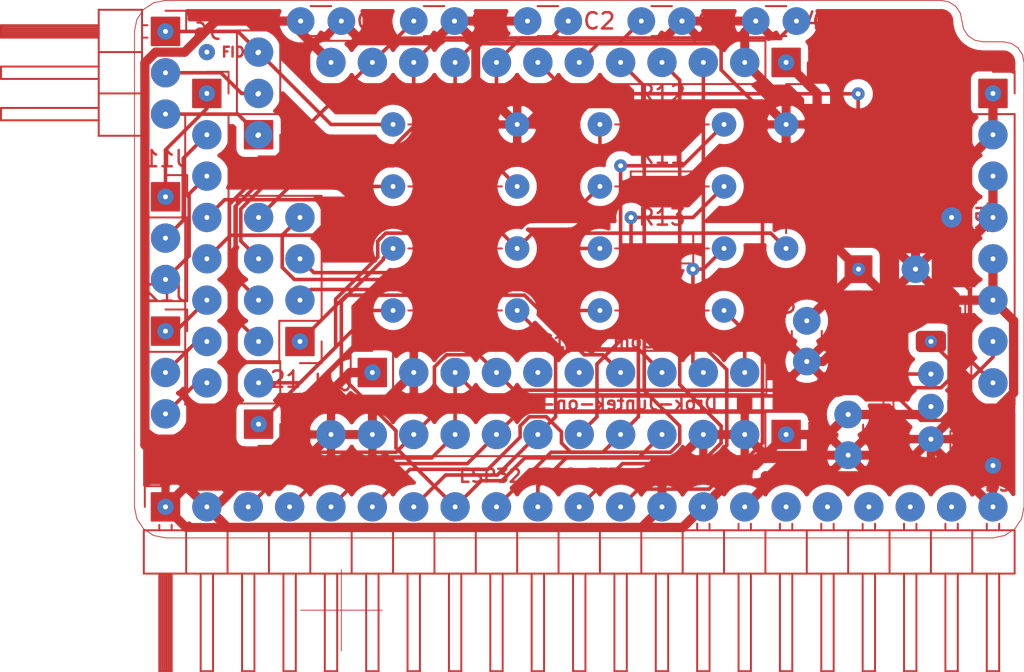
<source format=kicad_pcb>
(kicad_pcb (version 4) (host Gerbview "(5.1.10)-1")

  (layers 
    (0 F.Cu signal)
    (31 B.Cu signal)
    (32 B.Adhes user)
    (33 F.Adhes user)
    (34 B.Paste user)
    (35 F.Paste user)
    (36 B.SilkS user)
    (37 F.SilkS user)
    (38 B.Mask user)
    (39 F.Mask user)
    (40 Dwgs.User user)
    (41 Cmts.User user)
    (42 Eco1.User user)
    (43 Eco2.User user)
    (44 Edge.Cuts user)
  )

(segment (start 55.69738 -8.54881) (end 54.69738 -8.54881) (width 0.15) (layer F.Cu) (net 0))
(segment (start 54.79262 -8.97738) (end 54.745 -9.025) (width 0.15) (layer F.Cu) (net 0))
(segment (start 54.745 -9.025) (end 54.69738 -9.120240000000001) (width 0.15) (layer F.Cu) (net 0))
(segment (start 54.69738 -9.120240000000001) (end 54.69738 -9.35833) (width 0.15) (layer F.Cu) (net 0))
(segment (start 54.69738 -9.35833) (end 54.745 -9.453569999999999) (width 0.15) (layer F.Cu) (net 0))
(segment (start 54.745 -9.453569999999999) (end 54.79262 -9.501189999999999) (width 0.15) (layer F.Cu) (net 0))
(segment (start 54.79262 -9.501189999999999) (end 54.88786 -9.54881) (width 0.15) (layer F.Cu) (net 0))
(segment (start 54.88786 -9.54881) (end 54.9831 -9.54881) (width 0.15) (layer F.Cu) (net 0))
(segment (start 54.9831 -9.54881) (end 55.12595 -9.501189999999999) (width 0.15) (layer F.Cu) (net 0))
(segment (start 55.12595 -9.501189999999999) (end 55.69738 -8.92976) (width 0.15) (layer F.Cu) (net 0))
(segment (start 55.69738 -8.92976) (end 55.69738 -9.54881) (width 0.15) (layer F.Cu) (net 0))
(segment (start 55.60214 -10.54881) (end 55.64976 -10.50119) (width 0.15) (layer F.Cu) (net 0))
(segment (start 55.64976 -10.50119) (end 55.69738 -10.35833) (width 0.15) (layer F.Cu) (net 0))
(segment (start 55.69738 -10.35833) (end 55.69738 -10.2631) (width 0.15) (layer F.Cu) (net 0))
(segment (start 55.69738 -10.2631) (end 55.64976 -10.12024) (width 0.15) (layer F.Cu) (net 0))
(segment (start 55.64976 -10.12024) (end 55.55452 -10.025) (width 0.15) (layer F.Cu) (net 0))
(segment (start 55.55452 -10.025) (end 55.45929 -9.97738) (width 0.15) (layer F.Cu) (net 0))
(segment (start 55.45929 -9.97738) (end 55.26881 -9.92976) (width 0.15) (layer F.Cu) (net 0))
(segment (start 55.26881 -9.92976) (end 55.12595 -9.92976) (width 0.15) (layer F.Cu) (net 0))
(segment (start 55.12595 -9.92976) (end 54.93548 -9.97738) (width 0.15) (layer F.Cu) (net 0))
(segment (start 54.93548 -9.97738) (end 54.84024 -10.025) (width 0.15) (layer F.Cu) (net 0))
(segment (start 54.84024 -10.025) (end 54.745 -10.12024) (width 0.15) (layer F.Cu) (net 0))
(segment (start 54.745 -10.12024) (end 54.69738 -10.2631) (width 0.15) (layer F.Cu) (net 0))
(segment (start 54.69738 -10.2631) (end 54.69738 -10.35833) (width 0.15) (layer F.Cu) (net 0))
(segment (start 54.69738 -10.35833) (end 54.745 -10.50119) (width 0.15) (layer F.Cu) (net 0))
(segment (start 54.745 -10.50119) (end 54.79262 -10.54881) (width 0.15) (layer F.Cu) (net 0))
(segment (start 26.75952 -15.10667) (end 27.14048 -15.10667) (width 0.15) (layer F.Cu) (net 0))
(segment (start 26.68333 -14.8781) (end 26.95 -15.6781) (width 0.15) (layer F.Cu) (net 0))
(segment (start 26.95 -15.6781) (end 27.21667 -14.8781) (width 0.15) (layer F.Cu) (net 0))
(segment (start 27.48333 -14.8781) (end 27.48333 -15.6781) (width 0.15) (layer F.Cu) (net 0))
(segment (start 27.48333 -15.6781) (end 27.67381 -15.6781) (width 0.15) (layer F.Cu) (net 0))
(segment (start 27.67381 -15.6781) (end 27.7881 -15.64) (width 0.15) (layer F.Cu) (net 0))
(segment (start 27.7881 -15.64) (end 27.86429 -15.56381) (width 0.15) (layer F.Cu) (net 0))
(segment (start 27.86429 -15.56381) (end 27.90238 -15.48762) (width 0.15) (layer F.Cu) (net 0))
(segment (start 27.90238 -15.48762) (end 27.94048 -15.33524) (width 0.15) (layer F.Cu) (net 0))
(segment (start 27.94048 -15.33524) (end 27.94048 -15.22095) (width 0.15) (layer F.Cu) (net 0))
(segment (start 27.94048 -15.22095) (end 27.90238 -15.06857) (width 0.15) (layer F.Cu) (net 0))
(segment (start 27.90238 -15.06857) (end 27.86429 -14.99238) (width 0.15) (layer F.Cu) (net 0))
(segment (start 27.86429 -14.99238) (end 27.7881 -14.91619) (width 0.15) (layer F.Cu) (net 0))
(segment (start 27.7881 -14.91619) (end 27.67381 -14.8781) (width 0.15) (layer F.Cu) (net 0))
(segment (start 27.67381 -14.8781) (end 27.48333 -14.8781) (width 0.15) (layer F.Cu) (net 0))
(segment (start 28.74048 -14.95429) (end 28.70238 -14.91619) (width 0.15) (layer F.Cu) (net 0))
(segment (start 28.70238 -14.91619) (end 28.5881 -14.8781) (width 0.15) (layer F.Cu) (net 0))
(segment (start 28.5881 -14.8781) (end 28.5119 -14.8781) (width 0.15) (layer F.Cu) (net 0))
(segment (start 28.5119 -14.8781) (end 28.39762 -14.91619) (width 0.15) (layer F.Cu) (net 0))
(segment (start 28.39762 -14.91619) (end 28.32143 -14.99238) (width 0.15) (layer F.Cu) (net 0))
(segment (start 28.32143 -14.99238) (end 28.28333 -15.06857) (width 0.15) (layer F.Cu) (net 0))
(segment (start 28.28333 -15.06857) (end 28.24524 -15.22095) (width 0.15) (layer F.Cu) (net 0))
(segment (start 28.24524 -15.22095) (end 28.24524 -15.33524) (width 0.15) (layer F.Cu) (net 0))
(segment (start 28.24524 -15.33524) (end 28.28333 -15.48762) (width 0.15) (layer F.Cu) (net 0))
(segment (start 28.28333 -15.48762) (end 28.32143 -15.56381) (width 0.15) (layer F.Cu) (net 0))
(segment (start 28.32143 -15.56381) (end 28.39762 -15.64) (width 0.15) (layer F.Cu) (net 0))
(segment (start 28.39762 -15.64) (end 28.5119 -15.6781) (width 0.15) (layer F.Cu) (net 0))
(segment (start 28.5119 -15.6781) (end 28.5881 -15.6781) (width 0.15) (layer F.Cu) (net 0))
(segment (start 28.5881 -15.6781) (end 28.70238 -15.64) (width 0.15) (layer F.Cu) (net 0))
(segment (start 28.70238 -15.64) (end 28.74048 -15.60191) (width 0.15) (layer F.Cu) (net 0))
(segment (start 29.50238 -14.8781) (end 29.04524 -14.8781) (width 0.15) (layer F.Cu) (net 0))
(segment (start 29.27381 -14.8781) (end 29.27381 -15.6781) (width 0.15) (layer F.Cu) (net 0))
(segment (start 29.27381 -15.6781) (end 29.19762 -15.56381) (width 0.15) (layer F.Cu) (net 0))
(segment (start 29.19762 -15.56381) (end 29.12143 -15.48762) (width 0.15) (layer F.Cu) (net 0))
(segment (start 29.12143 -15.48762) (end 29.04524 -15.44952) (width 0.15) (layer F.Cu) (net 0))
(segment (start 30.26429 -14.8781) (end 29.80714 -14.8781) (width 0.15) (layer F.Cu) (net 0))
(segment (start 30.03571 -14.8781) (end 30.03571 -15.6781) (width 0.15) (layer F.Cu) (net 0))
(segment (start 30.03571 -15.6781) (end 29.95952 -15.56381) (width 0.15) (layer F.Cu) (net 0))
(segment (start 29.95952 -15.56381) (end 29.88333 -15.48762) (width 0.15) (layer F.Cu) (net 0))
(segment (start 29.88333 -15.48762) (end 29.80714 -15.44952) (width 0.15) (layer F.Cu) (net 0))
(segment (start 31.02619 -14.8781) (end 30.56905 -14.8781) (width 0.15) (layer F.Cu) (net 0))
(segment (start 30.79762 -14.8781) (end 30.79762 -15.6781) (width 0.15) (layer F.Cu) (net 0))
(segment (start 30.79762 -15.6781) (end 30.72143 -15.56381) (width 0.15) (layer F.Cu) (net 0))
(segment (start 30.72143 -15.56381) (end 30.64524 -15.48762) (width 0.15) (layer F.Cu) (net 0))
(segment (start 30.64524 -15.48762) (end 30.56905 -15.44952) (width 0.15) (layer F.Cu) (net 0))
(segment (start 31.75 -15.6781) (end 31.36905 -15.6781) (width 0.15) (layer F.Cu) (net 0))
(segment (start 31.36905 -15.6781) (end 31.33095 -15.29714) (width 0.15) (layer F.Cu) (net 0))
(segment (start 31.33095 -15.29714) (end 31.36905 -15.33524) (width 0.15) (layer F.Cu) (net 0))
(segment (start 31.36905 -15.33524) (end 31.44524 -15.37333) (width 0.15) (layer F.Cu) (net 0))
(segment (start 31.44524 -15.37333) (end 31.63571 -15.37333) (width 0.15) (layer F.Cu) (net 0))
(segment (start 31.63571 -15.37333) (end 31.7119 -15.33524) (width 0.15) (layer F.Cu) (net 0))
(segment (start 31.7119 -15.33524) (end 31.75 -15.29714) (width 0.15) (layer F.Cu) (net 0))
(segment (start 31.75 -15.29714) (end 31.7881 -15.22095) (width 0.15) (layer F.Cu) (net 0))
(segment (start 31.7881 -15.22095) (end 31.7881 -15.03048) (width 0.15) (layer F.Cu) (net 0))
(segment (start 31.7881 -15.03048) (end 31.75 -14.95429) (width 0.15) (layer F.Cu) (net 0))
(segment (start 31.75 -14.95429) (end 31.7119 -14.91619) (width 0.15) (layer F.Cu) (net 0))
(segment (start 31.7119 -14.91619) (end 31.63571 -14.8781) (width 0.15) (layer F.Cu) (net 0))
(segment (start 31.63571 -14.8781) (end 31.44524 -14.8781) (width 0.15) (layer F.Cu) (net 0))
(segment (start 31.44524 -14.8781) (end 31.36905 -14.91619) (width 0.15) (layer F.Cu) (net 0))
(segment (start 31.36905 -14.91619) (end 31.33095 -14.95429) (width 0.15) (layer F.Cu) (net 0))
(segment (start 32.74048 -14.8781) (end 32.74048 -15.41143) (width 0.15) (layer F.Cu) (net 0))
(segment (start 32.74048 -15.33524) (end 32.77857 -15.37333) (width 0.15) (layer F.Cu) (net 0))
(segment (start 32.77857 -15.37333) (end 32.85476 -15.41143) (width 0.15) (layer F.Cu) (net 0))
(segment (start 32.85476 -15.41143) (end 32.96905 -15.41143) (width 0.15) (layer F.Cu) (net 0))
(segment (start 32.96905 -15.41143) (end 33.04524 -15.37333) (width 0.15) (layer F.Cu) (net 0))
(segment (start 33.04524 -15.37333) (end 33.08333 -15.29714) (width 0.15) (layer F.Cu) (net 0))
(segment (start 33.08333 -15.29714) (end 33.08333 -14.8781) (width 0.15) (layer F.Cu) (net 0))
(segment (start 33.08333 -15.29714) (end 33.12143 -15.37333) (width 0.15) (layer F.Cu) (net 0))
(segment (start 33.12143 -15.37333) (end 33.19762 -15.41143) (width 0.15) (layer F.Cu) (net 0))
(segment (start 33.19762 -15.41143) (end 33.3119 -15.41143) (width 0.15) (layer F.Cu) (net 0))
(segment (start 33.3119 -15.41143) (end 33.3881 -15.37333) (width 0.15) (layer F.Cu) (net 0))
(segment (start 33.3881 -15.37333) (end 33.42619 -15.29714) (width 0.15) (layer F.Cu) (net 0))
(segment (start 33.42619 -15.29714) (end 33.42619 -14.8781) (width 0.15) (layer F.Cu) (net 0))
(segment (start 33.92143 -14.8781) (end 33.84524 -14.91619) (width 0.15) (layer F.Cu) (net 0))
(segment (start 33.84524 -14.91619) (end 33.80714 -14.95429) (width 0.15) (layer F.Cu) (net 0))
(segment (start 33.80714 -14.95429) (end 33.76905 -15.03048) (width 0.15) (layer F.Cu) (net 0))
(segment (start 33.76905 -15.03048) (end 33.76905 -15.25905) (width 0.15) (layer F.Cu) (net 0))
(segment (start 33.76905 -15.25905) (end 33.80714 -15.33524) (width 0.15) (layer F.Cu) (net 0))
(segment (start 33.80714 -15.33524) (end 33.84524 -15.37333) (width 0.15) (layer F.Cu) (net 0))
(segment (start 33.84524 -15.37333) (end 33.92143 -15.41143) (width 0.15) (layer F.Cu) (net 0))
(segment (start 33.92143 -15.41143) (end 34.03571 -15.41143) (width 0.15) (layer F.Cu) (net 0))
(segment (start 34.03571 -15.41143) (end 34.1119 -15.37333) (width 0.15) (layer F.Cu) (net 0))
(segment (start 34.1119 -15.37333) (end 34.15 -15.33524) (width 0.15) (layer F.Cu) (net 0))
(segment (start 34.15 -15.33524) (end 34.1881 -15.25905) (width 0.15) (layer F.Cu) (net 0))
(segment (start 34.1881 -15.25905) (end 34.1881 -15.03048) (width 0.15) (layer F.Cu) (net 0))
(segment (start 34.1881 -15.03048) (end 34.15 -14.95429) (width 0.15) (layer F.Cu) (net 0))
(segment (start 34.15 -14.95429) (end 34.1119 -14.91619) (width 0.15) (layer F.Cu) (net 0))
(segment (start 34.1119 -14.91619) (end 34.03571 -14.8781) (width 0.15) (layer F.Cu) (net 0))
(segment (start 34.03571 -14.8781) (end 33.92143 -14.8781) (width 0.15) (layer F.Cu) (net 0))
(segment (start 34.87381 -14.8781) (end 34.87381 -15.6781) (width 0.15) (layer F.Cu) (net 0))
(segment (start 34.87381 -14.91619) (end 34.79762 -14.8781) (width 0.15) (layer F.Cu) (net 0))
(segment (start 34.79762 -14.8781) (end 34.64524 -14.8781) (width 0.15) (layer F.Cu) (net 0))
(segment (start 34.64524 -14.8781) (end 34.56905 -14.91619) (width 0.15) (layer F.Cu) (net 0))
(segment (start 34.56905 -14.91619) (end 34.53095 -14.95429) (width 0.15) (layer F.Cu) (net 0))
(segment (start 34.53095 -14.95429) (end 34.49286 -15.03048) (width 0.15) (layer F.Cu) (net 0))
(segment (start 34.49286 -15.03048) (end 34.49286 -15.25905) (width 0.15) (layer F.Cu) (net 0))
(segment (start 34.49286 -15.25905) (end 34.53095 -15.33524) (width 0.15) (layer F.Cu) (net 0))
(segment (start 34.53095 -15.33524) (end 34.56905 -15.37333) (width 0.15) (layer F.Cu) (net 0))
(segment (start 34.56905 -15.37333) (end 34.64524 -15.41143) (width 0.15) (layer F.Cu) (net 0))
(segment (start 34.64524 -15.41143) (end 34.79762 -15.41143) (width 0.15) (layer F.Cu) (net 0))
(segment (start 34.79762 -15.41143) (end 34.87381 -15.37333) (width 0.15) (layer F.Cu) (net 0))
(segment (start 35.59762 -15.41143) (end 35.59762 -14.8781) (width 0.15) (layer F.Cu) (net 0))
(segment (start 35.25476 -15.41143) (end 35.25476 -14.99238) (width 0.15) (layer F.Cu) (net 0))
(segment (start 35.25476 -14.99238) (end 35.29286 -14.91619) (width 0.15) (layer F.Cu) (net 0))
(segment (start 35.29286 -14.91619) (end 35.36905 -14.8781) (width 0.15) (layer F.Cu) (net 0))
(segment (start 35.36905 -14.8781) (end 35.48333 -14.8781) (width 0.15) (layer F.Cu) (net 0))
(segment (start 35.48333 -14.8781) (end 35.55952 -14.91619) (width 0.15) (layer F.Cu) (net 0))
(segment (start 35.55952 -14.91619) (end 35.59762 -14.95429) (width 0.15) (layer F.Cu) (net 0))
(segment (start 36.09286 -14.8781) (end 36.01667 -14.91619) (width 0.15) (layer F.Cu) (net 0))
(segment (start 36.01667 -14.91619) (end 35.97857 -14.99238) (width 0.15) (layer F.Cu) (net 0))
(segment (start 35.97857 -14.99238) (end 35.97857 -15.6781) (width 0.15) (layer F.Cu) (net 0))
(segment (start 36.70238 -14.91619) (end 36.62619 -14.8781) (width 0.15) (layer F.Cu) (net 0))
(segment (start 36.62619 -14.8781) (end 36.47381 -14.8781) (width 0.15) (layer F.Cu) (net 0))
(segment (start 36.47381 -14.8781) (end 36.39762 -14.91619) (width 0.15) (layer F.Cu) (net 0))
(segment (start 36.39762 -14.91619) (end 36.35952 -14.99238) (width 0.15) (layer F.Cu) (net 0))
(segment (start 36.35952 -14.99238) (end 36.35952 -15.29714) (width 0.15) (layer F.Cu) (net 0))
(segment (start 36.35952 -15.29714) (end 36.39762 -15.37333) (width 0.15) (layer F.Cu) (net 0))
(segment (start 36.39762 -15.37333) (end 36.47381 -15.41143) (width 0.15) (layer F.Cu) (net 0))
(segment (start 36.47381 -15.41143) (end 36.62619 -15.41143) (width 0.15) (layer F.Cu) (net 0))
(segment (start 36.62619 -15.41143) (end 36.70238 -15.37333) (width 0.15) (layer F.Cu) (net 0))
(segment (start 36.70238 -15.37333) (end 36.74048 -15.29714) (width 0.15) (layer F.Cu) (net 0))
(segment (start 36.74048 -15.29714) (end 36.74048 -15.22095) (width 0.15) (layer F.Cu) (net 0))
(segment (start 36.74048 -15.22095) (end 36.35952 -15.14476) (width 0.15) (layer F.Cu) (net 0))
(segment (start 23.29905 -7.04214) (end 23.56571 -7.04214) (width 0.15) (layer F.Cu) (net 0))
(segment (start 23.68 -6.6231) (end 23.29905 -6.6231) (width 0.15) (layer F.Cu) (net 0))
(segment (start 23.29905 -6.6231) (end 23.29905 -7.4231) (width 0.15) (layer F.Cu) (net 0))
(segment (start 23.29905 -7.4231) (end 23.68 -7.4231) (width 0.15) (layer F.Cu) (net 0))
(segment (start 23.98476 -6.66119) (end 24.09905 -6.6231) (width 0.15) (layer F.Cu) (net 0))
(segment (start 24.09905 -6.6231) (end 24.28952 -6.6231) (width 0.15) (layer F.Cu) (net 0))
(segment (start 24.28952 -6.6231) (end 24.36571 -6.66119) (width 0.15) (layer F.Cu) (net 0))
(segment (start 24.36571 -6.66119) (end 24.40381 -6.69929) (width 0.15) (layer F.Cu) (net 0))
(segment (start 24.40381 -6.69929) (end 24.4419 -6.77548) (width 0.15) (layer F.Cu) (net 0))
(segment (start 24.4419 -6.77548) (end 24.4419 -6.85167) (width 0.15) (layer F.Cu) (net 0))
(segment (start 24.4419 -6.85167) (end 24.40381 -6.92786) (width 0.15) (layer F.Cu) (net 0))
(segment (start 24.40381 -6.92786) (end 24.36571 -6.96595) (width 0.15) (layer F.Cu) (net 0))
(segment (start 24.36571 -6.96595) (end 24.28952 -7.00405) (width 0.15) (layer F.Cu) (net 0))
(segment (start 24.28952 -7.00405) (end 24.13714 -7.04214) (width 0.15) (layer F.Cu) (net 0))
(segment (start 24.13714 -7.04214) (end 24.06095 -7.08024) (width 0.15) (layer F.Cu) (net 0))
(segment (start 24.06095 -7.08024) (end 24.02286 -7.11833) (width 0.15) (layer F.Cu) (net 0))
(segment (start 24.02286 -7.11833) (end 23.98476 -7.19452) (width 0.15) (layer F.Cu) (net 0))
(segment (start 23.98476 -7.19452) (end 23.98476 -7.27072) (width 0.15) (layer F.Cu) (net 0))
(segment (start 23.98476 -7.27072) (end 24.02286 -7.34691) (width 0.15) (layer F.Cu) (net 0))
(segment (start 24.02286 -7.34691) (end 24.06095 -7.385) (width 0.15) (layer F.Cu) (net 0))
(segment (start 24.06095 -7.385) (end 24.13714 -7.4231) (width 0.15) (layer F.Cu) (net 0))
(segment (start 24.13714 -7.4231) (end 24.32762 -7.4231) (width 0.15) (layer F.Cu) (net 0))
(segment (start 24.32762 -7.4231) (end 24.4419 -7.385) (width 0.15) (layer F.Cu) (net 0))
(segment (start 24.78476 -6.6231) (end 24.78476 -7.4231) (width 0.15) (layer F.Cu) (net 0))
(segment (start 24.78476 -7.4231) (end 25.08952 -7.4231) (width 0.15) (layer F.Cu) (net 0))
(segment (start 25.08952 -7.4231) (end 25.16571 -7.385) (width 0.15) (layer F.Cu) (net 0))
(segment (start 25.16571 -7.385) (end 25.20381 -7.34691) (width 0.15) (layer F.Cu) (net 0))
(segment (start 25.20381 -7.34691) (end 25.2419 -7.27072) (width 0.15) (layer F.Cu) (net 0))
(segment (start 25.2419 -7.27072) (end 25.2419 -7.15643) (width 0.15) (layer F.Cu) (net 0))
(segment (start 25.2419 -7.15643) (end 25.20381 -7.08024) (width 0.15) (layer F.Cu) (net 0))
(segment (start 25.20381 -7.08024) (end 25.16571 -7.04214) (width 0.15) (layer F.Cu) (net 0))
(segment (start 25.16571 -7.04214) (end 25.08952 -7.00405) (width 0.15) (layer F.Cu) (net 0))
(segment (start 25.08952 -7.00405) (end 24.78476 -7.00405) (width 0.15) (layer F.Cu) (net 0))
(segment (start 25.50857 -7.4231) (end 26.00381 -7.4231) (width 0.15) (layer F.Cu) (net 0))
(segment (start 26.00381 -7.4231) (end 25.73714 -7.11833) (width 0.15) (layer F.Cu) (net 0))
(segment (start 25.73714 -7.11833) (end 25.85143 -7.11833) (width 0.15) (layer F.Cu) (net 0))
(segment (start 25.85143 -7.11833) (end 25.92762 -7.08024) (width 0.15) (layer F.Cu) (net 0))
(segment (start 25.92762 -7.08024) (end 25.96571 -7.04214) (width 0.15) (layer F.Cu) (net 0))
(segment (start 25.96571 -7.04214) (end 26.00381 -6.96595) (width 0.15) (layer F.Cu) (net 0))
(segment (start 26.00381 -6.96595) (end 26.00381 -6.77548) (width 0.15) (layer F.Cu) (net 0))
(segment (start 26.00381 -6.77548) (end 25.96571 -6.69929) (width 0.15) (layer F.Cu) (net 0))
(segment (start 25.96571 -6.69929) (end 25.92762 -6.66119) (width 0.15) (layer F.Cu) (net 0))
(segment (start 25.92762 -6.66119) (end 25.85143 -6.6231) (width 0.15) (layer F.Cu) (net 0))
(segment (start 25.85143 -6.6231) (end 25.62286 -6.6231) (width 0.15) (layer F.Cu) (net 0))
(segment (start 25.62286 -6.6231) (end 25.54667 -6.66119) (width 0.15) (layer F.Cu) (net 0))
(segment (start 25.54667 -6.66119) (end 25.50857 -6.69929) (width 0.15) (layer F.Cu) (net 0))
(segment (start 26.30857 -7.34691) (end 26.34667 -7.385) (width 0.15) (layer F.Cu) (net 0))
(segment (start 26.34667 -7.385) (end 26.42286 -7.4231) (width 0.15) (layer F.Cu) (net 0))
(segment (start 26.42286 -7.4231) (end 26.61333 -7.4231) (width 0.15) (layer F.Cu) (net 0))
(segment (start 26.61333 -7.4231) (end 26.68952 -7.385) (width 0.15) (layer F.Cu) (net 0))
(segment (start 26.68952 -7.385) (end 26.72762 -7.34691) (width 0.15) (layer F.Cu) (net 0))
(segment (start 26.72762 -7.34691) (end 26.76571 -7.27072) (width 0.15) (layer F.Cu) (net 0))
(segment (start 26.76571 -7.27072) (end 26.76571 -7.19452) (width 0.15) (layer F.Cu) (net 0))
(segment (start 26.76571 -7.19452) (end 26.72762 -7.08024) (width 0.15) (layer F.Cu) (net 0))
(segment (start 26.72762 -7.08024) (end 26.27048 -6.6231) (width 0.15) (layer F.Cu) (net 0))
(segment (start 26.27048 -6.6231) (end 26.76571 -6.6231) (width 0.15) (layer F.Cu) (net 0))
(segment (start 27.60381 -7.4231) (end 28.06095 -7.4231) (width 0.15) (layer F.Cu) (net 0))
(segment (start 27.83238 -6.6231) (end 27.83238 -7.4231) (width 0.15) (layer F.Cu) (net 0))
(segment (start 28.21333 -7.4231) (end 28.67048 -7.4231) (width 0.15) (layer F.Cu) (net 0))
(segment (start 28.4419 -6.6231) (end 28.4419 -7.4231) (width 0.15) (layer F.Cu) (net 0))
(segment (start 29.35619 -7.385) (end 29.28 -7.4231) (width 0.15) (layer F.Cu) (net 0))
(segment (start 29.28 -7.4231) (end 29.16571 -7.4231) (width 0.15) (layer F.Cu) (net 0))
(segment (start 29.16571 -7.4231) (end 29.05143 -7.385) (width 0.15) (layer F.Cu) (net 0))
(segment (start 29.05143 -7.385) (end 28.97524 -7.30881) (width 0.15) (layer F.Cu) (net 0))
(segment (start 28.97524 -7.30881) (end 28.93714 -7.23262) (width 0.15) (layer F.Cu) (net 0))
(segment (start 28.93714 -7.23262) (end 28.89905 -7.08024) (width 0.15) (layer F.Cu) (net 0))
(segment (start 28.89905 -7.08024) (end 28.89905 -6.96595) (width 0.15) (layer F.Cu) (net 0))
(segment (start 28.89905 -6.96595) (end 28.93714 -6.81357) (width 0.15) (layer F.Cu) (net 0))
(segment (start 28.93714 -6.81357) (end 28.97524 -6.73738) (width 0.15) (layer F.Cu) (net 0))
(segment (start 28.97524 -6.73738) (end 29.05143 -6.66119) (width 0.15) (layer F.Cu) (net 0))
(segment (start 29.05143 -6.66119) (end 29.16571 -6.6231) (width 0.15) (layer F.Cu) (net 0))
(segment (start 29.16571 -6.6231) (end 29.2419 -6.6231) (width 0.15) (layer F.Cu) (net 0))
(segment (start 29.2419 -6.6231) (end 29.35619 -6.66119) (width 0.15) (layer F.Cu) (net 0))
(segment (start 29.35619 -6.66119) (end 29.39429 -6.69929) (width 0.15) (layer F.Cu) (net 0))
(segment (start 29.39429 -6.69929) (end 29.39429 -6.96595) (width 0.15) (layer F.Cu) (net 0))
(segment (start 29.39429 -6.96595) (end 29.2419 -6.96595) (width 0.15) (layer F.Cu) (net 0))
(segment (start 29.88952 -7.4231) (end 30.0419 -7.4231) (width 0.15) (layer F.Cu) (net 0))
(segment (start 30.0419 -7.4231) (end 30.1181 -7.385) (width 0.15) (layer F.Cu) (net 0))
(segment (start 30.1181 -7.385) (end 30.19429 -7.30881) (width 0.15) (layer F.Cu) (net 0))
(segment (start 30.19429 -7.30881) (end 30.23238 -7.15643) (width 0.15) (layer F.Cu) (net 0))
(segment (start 30.23238 -7.15643) (end 30.23238 -6.88976) (width 0.15) (layer F.Cu) (net 0))
(segment (start 30.23238 -6.88976) (end 30.19429 -6.73738) (width 0.15) (layer F.Cu) (net 0))
(segment (start 30.19429 -6.73738) (end 30.1181 -6.66119) (width 0.15) (layer F.Cu) (net 0))
(segment (start 30.1181 -6.66119) (end 30.0419 -6.6231) (width 0.15) (layer F.Cu) (net 0))
(segment (start 30.0419 -6.6231) (end 29.88952 -6.6231) (width 0.15) (layer F.Cu) (net 0))
(segment (start 29.88952 -6.6231) (end 29.81333 -6.66119) (width 0.15) (layer F.Cu) (net 0))
(segment (start 29.81333 -6.66119) (end 29.73714 -6.73738) (width 0.15) (layer F.Cu) (net 0))
(segment (start 29.73714 -6.73738) (end 29.69905 -6.88976) (width 0.15) (layer F.Cu) (net 0))
(segment (start 29.69905 -6.88976) (end 29.69905 -7.15643) (width 0.15) (layer F.Cu) (net 0))
(segment (start 29.69905 -7.15643) (end 29.73714 -7.30881) (width 0.15) (layer F.Cu) (net 0))
(segment (start 29.73714 -7.30881) (end 29.81333 -7.385) (width 0.15) (layer F.Cu) (net 0))
(segment (start 29.81333 -7.385) (end 29.88952 -7.4231) (width 0.15) (layer F.Cu) (net 0))
(segment (start 31.07048 -7.4231) (end 31.52762 -7.4231) (width 0.15) (layer F.Cu) (net 0))
(segment (start 31.29905 -6.6231) (end 31.29905 -7.4231) (width 0.15) (layer F.Cu) (net 0))
(segment (start 32.06095 -7.04214) (end 31.79429 -7.04214) (width 0.15) (layer F.Cu) (net 0))
(segment (start 31.79429 -6.6231) (end 31.79429 -7.4231) (width 0.15) (layer F.Cu) (net 0))
(segment (start 31.79429 -7.4231) (end 32.17524 -7.4231) (width 0.15) (layer F.Cu) (net 0))
(segment (start 32.36571 -7.4231) (end 32.82286 -7.4231) (width 0.15) (layer F.Cu) (net 0))
(segment (start 32.59429 -6.6231) (end 32.59429 -7.4231) (width 0.15) (layer F.Cu) (net 0))
(segment (start 33.69905 -6.6231) (end 33.69905 -7.15643) (width 0.15) (layer F.Cu) (net 0))
(segment (start 33.69905 -7.08024) (end 33.73714 -7.11833) (width 0.15) (layer F.Cu) (net 0))
(segment (start 33.73714 -7.11833) (end 33.81333 -7.15643) (width 0.15) (layer F.Cu) (net 0))
(segment (start 33.81333 -7.15643) (end 33.92762 -7.15643) (width 0.15) (layer F.Cu) (net 0))
(segment (start 33.92762 -7.15643) (end 34.00381 -7.11833) (width 0.15) (layer F.Cu) (net 0))
(segment (start 34.00381 -7.11833) (end 34.0419 -7.04214) (width 0.15) (layer F.Cu) (net 0))
(segment (start 34.0419 -7.04214) (end 34.0419 -6.6231) (width 0.15) (layer F.Cu) (net 0))
(segment (start 34.0419 -7.04214) (end 34.08 -7.11833) (width 0.15) (layer F.Cu) (net 0))
(segment (start 34.08 -7.11833) (end 34.15619 -7.15643) (width 0.15) (layer F.Cu) (net 0))
(segment (start 34.15619 -7.15643) (end 34.27048 -7.15643) (width 0.15) (layer F.Cu) (net 0))
(segment (start 34.27048 -7.15643) (end 34.34667 -7.11833) (width 0.15) (layer F.Cu) (net 0))
(segment (start 34.34667 -7.11833) (end 34.38476 -7.04214) (width 0.15) (layer F.Cu) (net 0))
(segment (start 34.38476 -7.04214) (end 34.38476 -6.6231) (width 0.15) (layer F.Cu) (net 0))
(segment (start 34.88 -6.6231) (end 34.80381 -6.66119) (width 0.15) (layer F.Cu) (net 0))
(segment (start 34.80381 -6.66119) (end 34.76571 -6.69929) (width 0.15) (layer F.Cu) (net 0))
(segment (start 34.76571 -6.69929) (end 34.72762 -6.77548) (width 0.15) (layer F.Cu) (net 0))
(segment (start 34.72762 -6.77548) (end 34.72762 -7.00405) (width 0.15) (layer F.Cu) (net 0))
(segment (start 34.72762 -7.00405) (end 34.76571 -7.08024) (width 0.15) (layer F.Cu) (net 0))
(segment (start 34.76571 -7.08024) (end 34.80381 -7.11833) (width 0.15) (layer F.Cu) (net 0))
(segment (start 34.80381 -7.11833) (end 34.88 -7.15643) (width 0.15) (layer F.Cu) (net 0))
(segment (start 34.88 -7.15643) (end 34.99429 -7.15643) (width 0.15) (layer F.Cu) (net 0))
(segment (start 34.99429 -7.15643) (end 35.07048 -7.11833) (width 0.15) (layer F.Cu) (net 0))
(segment (start 35.07048 -7.11833) (end 35.10857 -7.08024) (width 0.15) (layer F.Cu) (net 0))
(segment (start 35.10857 -7.08024) (end 35.14667 -7.00405) (width 0.15) (layer F.Cu) (net 0))
(segment (start 35.14667 -7.00405) (end 35.14667 -6.77548) (width 0.15) (layer F.Cu) (net 0))
(segment (start 35.14667 -6.77548) (end 35.10857 -6.69929) (width 0.15) (layer F.Cu) (net 0))
(segment (start 35.10857 -6.69929) (end 35.07048 -6.66119) (width 0.15) (layer F.Cu) (net 0))
(segment (start 35.07048 -6.66119) (end 34.99429 -6.6231) (width 0.15) (layer F.Cu) (net 0))
(segment (start 34.99429 -6.6231) (end 34.88 -6.6231) (width 0.15) (layer F.Cu) (net 0))
(segment (start 35.83238 -6.6231) (end 35.83238 -7.4231) (width 0.15) (layer F.Cu) (net 0))
(segment (start 35.83238 -6.66119) (end 35.75619 -6.6231) (width 0.15) (layer F.Cu) (net 0))
(segment (start 35.75619 -6.6231) (end 35.60381 -6.6231) (width 0.15) (layer F.Cu) (net 0))
(segment (start 35.60381 -6.6231) (end 35.52762 -6.66119) (width 0.15) (layer F.Cu) (net 0))
(segment (start 35.52762 -6.66119) (end 35.48952 -6.69929) (width 0.15) (layer F.Cu) (net 0))
(segment (start 35.48952 -6.69929) (end 35.45143 -6.77548) (width 0.15) (layer F.Cu) (net 0))
(segment (start 35.45143 -6.77548) (end 35.45143 -7.00405) (width 0.15) (layer F.Cu) (net 0))
(segment (start 35.45143 -7.00405) (end 35.48952 -7.08024) (width 0.15) (layer F.Cu) (net 0))
(segment (start 35.48952 -7.08024) (end 35.52762 -7.11833) (width 0.15) (layer F.Cu) (net 0))
(segment (start 35.52762 -7.11833) (end 35.60381 -7.15643) (width 0.15) (layer F.Cu) (net 0))
(segment (start 35.60381 -7.15643) (end 35.75619 -7.15643) (width 0.15) (layer F.Cu) (net 0))
(segment (start 35.75619 -7.15643) (end 35.83238 -7.11833) (width 0.15) (layer F.Cu) (net 0))
(segment (start 36.55619 -7.15643) (end 36.55619 -6.6231) (width 0.15) (layer F.Cu) (net 0))
(segment (start 36.21333 -7.15643) (end 36.21333 -6.73738) (width 0.15) (layer F.Cu) (net 0))
(segment (start 36.21333 -6.73738) (end 36.25143 -6.66119) (width 0.15) (layer F.Cu) (net 0))
(segment (start 36.25143 -6.66119) (end 36.32762 -6.6231) (width 0.15) (layer F.Cu) (net 0))
(segment (start 36.32762 -6.6231) (end 36.4419 -6.6231) (width 0.15) (layer F.Cu) (net 0))
(segment (start 36.4419 -6.6231) (end 36.5181 -6.66119) (width 0.15) (layer F.Cu) (net 0))
(segment (start 36.5181 -6.66119) (end 36.55619 -6.69929) (width 0.15) (layer F.Cu) (net 0))
(segment (start 37.05143 -6.6231) (end 36.97524 -6.66119) (width 0.15) (layer F.Cu) (net 0))
(segment (start 36.97524 -6.66119) (end 36.93714 -6.73738) (width 0.15) (layer F.Cu) (net 0))
(segment (start 36.93714 -6.73738) (end 36.93714 -7.4231) (width 0.15) (layer F.Cu) (net 0))
(segment (start 37.66095 -6.66119) (end 37.58476 -6.6231) (width 0.15) (layer F.Cu) (net 0))
(segment (start 37.58476 -6.6231) (end 37.43238 -6.6231) (width 0.15) (layer F.Cu) (net 0))
(segment (start 37.43238 -6.6231) (end 37.35619 -6.66119) (width 0.15) (layer F.Cu) (net 0))
(segment (start 37.35619 -6.66119) (end 37.3181 -6.73738) (width 0.15) (layer F.Cu) (net 0))
(segment (start 37.3181 -6.73738) (end 37.3181 -7.04214) (width 0.15) (layer F.Cu) (net 0))
(segment (start 37.3181 -7.04214) (end 37.35619 -7.11833) (width 0.15) (layer F.Cu) (net 0))
(segment (start 37.35619 -7.11833) (end 37.43238 -7.15643) (width 0.15) (layer F.Cu) (net 0))
(segment (start 37.43238 -7.15643) (end 37.58476 -7.15643) (width 0.15) (layer F.Cu) (net 0))
(segment (start 37.58476 -7.15643) (end 37.66095 -7.11833) (width 0.15) (layer F.Cu) (net 0))
(segment (start 37.66095 -7.11833) (end 37.69905 -7.04214) (width 0.15) (layer F.Cu) (net 0))
(segment (start 37.69905 -7.04214) (end 37.69905 -6.96595) (width 0.15) (layer F.Cu) (net 0))
(segment (start 37.69905 -6.96595) (end 37.3181 -6.88976) (width 0.15) (layer F.Cu) (net 0))
(segment (start 13.99714 -6.71357) (end 13.79714 -6.99929) (width 0.15) (layer F.Cu) (net 0))
(segment (start 13.65429 -6.71357) (end 13.65429 -7.31357) (width 0.15) (layer F.Cu) (net 0))
(segment (start 13.65429 -7.31357) (end 13.88286 -7.31357) (width 0.15) (layer F.Cu) (net 0))
(segment (start 13.88286 -7.31357) (end 13.94 -7.285) (width 0.15) (layer F.Cu) (net 0))
(segment (start 13.94 -7.285) (end 13.96857 -7.25643) (width 0.15) (layer F.Cu) (net 0))
(segment (start 13.96857 -7.25643) (end 13.99714 -7.19929) (width 0.15) (layer F.Cu) (net 0))
(segment (start 13.99714 -7.19929) (end 13.99714 -7.11357) (width 0.15) (layer F.Cu) (net 0))
(segment (start 13.99714 -7.11357) (end 13.96857 -7.05643) (width 0.15) (layer F.Cu) (net 0))
(segment (start 13.96857 -7.05643) (end 13.94 -7.02786) (width 0.15) (layer F.Cu) (net 0))
(segment (start 13.94 -7.02786) (end 13.88286 -6.99929) (width 0.15) (layer F.Cu) (net 0))
(segment (start 13.88286 -6.99929) (end 13.65429 -6.99929) (width 0.15) (layer F.Cu) (net 0))
(segment (start 14.48286 -6.74214) (end 14.42571 -6.71357) (width 0.15) (layer F.Cu) (net 0))
(segment (start 14.42571 -6.71357) (end 14.31143 -6.71357) (width 0.15) (layer F.Cu) (net 0))
(segment (start 14.31143 -6.71357) (end 14.25429 -6.74214) (width 0.15) (layer F.Cu) (net 0))
(segment (start 14.25429 -6.74214) (end 14.22571 -6.79929) (width 0.15) (layer F.Cu) (net 0))
(segment (start 14.22571 -6.79929) (end 14.22571 -7.02786) (width 0.15) (layer F.Cu) (net 0))
(segment (start 14.22571 -7.02786) (end 14.25429 -7.085) (width 0.15) (layer F.Cu) (net 0))
(segment (start 14.25429 -7.085) (end 14.31143 -7.11357) (width 0.15) (layer F.Cu) (net 0))
(segment (start 14.31143 -7.11357) (end 14.42571 -7.11357) (width 0.15) (layer F.Cu) (net 0))
(segment (start 14.42571 -7.11357) (end 14.48286 -7.085) (width 0.15) (layer F.Cu) (net 0))
(segment (start 14.48286 -7.085) (end 14.51143 -7.02786) (width 0.15) (layer F.Cu) (net 0))
(segment (start 14.51143 -7.02786) (end 14.51143 -6.97072) (width 0.15) (layer F.Cu) (net 0))
(segment (start 14.51143 -6.97072) (end 14.22571 -6.91357) (width 0.15) (layer F.Cu) (net 0))
(segment (start 14.71143 -7.11357) (end 14.85429 -6.71357) (width 0.15) (layer F.Cu) (net 0))
(segment (start 14.85429 -6.71357) (end 14.99714 -7.11357) (width 0.15) (layer F.Cu) (net 0))
(segment (start 15.65429 -7.25643) (end 15.68286 -7.285) (width 0.15) (layer F.Cu) (net 0))
(segment (start 15.68286 -7.285) (end 15.74 -7.31357) (width 0.15) (layer F.Cu) (net 0))
(segment (start 15.74 -7.31357) (end 15.88286 -7.31357) (width 0.15) (layer F.Cu) (net 0))
(segment (start 15.88286 -7.31357) (end 15.94 -7.285) (width 0.15) (layer F.Cu) (net 0))
(segment (start 15.94 -7.285) (end 15.96857 -7.25643) (width 0.15) (layer F.Cu) (net 0))
(segment (start 15.96857 -7.25643) (end 15.99714 -7.19929) (width 0.15) (layer F.Cu) (net 0))
(segment (start 15.99714 -7.19929) (end 15.99714 -7.14214) (width 0.15) (layer F.Cu) (net 0))
(segment (start 15.99714 -7.14214) (end 15.96857 -7.05643) (width 0.15) (layer F.Cu) (net 0))
(segment (start 15.96857 -7.05643) (end 15.62571 -6.71357) (width 0.15) (layer F.Cu) (net 0))
(segment (start 15.62571 -6.71357) (end 15.99714 -6.71357) (width 0.15) (layer F.Cu) (net 0))
(segment (start 16.25429 -6.77072) (end 16.28286 -6.74214) (width 0.15) (layer F.Cu) (net 0))
(segment (start 16.28286 -6.74214) (end 16.25429 -6.71357) (width 0.15) (layer F.Cu) (net 0))
(segment (start 16.25429 -6.71357) (end 16.22571 -6.74214) (width 0.15) (layer F.Cu) (net 0))
(segment (start 16.22571 -6.74214) (end 16.25429 -6.77072) (width 0.15) (layer F.Cu) (net 0))
(segment (start 16.25429 -6.77072) (end 16.25429 -6.71357) (width 0.15) (layer F.Cu) (net 0))
(segment (start 16.82571 -7.31357) (end 16.54 -7.31357) (width 0.15) (layer F.Cu) (net 0))
(segment (start 16.54 -7.31357) (end 16.51143 -7.02786) (width 0.15) (layer F.Cu) (net 0))
(segment (start 16.51143 -7.02786) (end 16.54 -7.05643) (width 0.15) (layer F.Cu) (net 0))
(segment (start 16.54 -7.05643) (end 16.59714 -7.085) (width 0.15) (layer F.Cu) (net 0))
(segment (start 16.59714 -7.085) (end 16.74 -7.085) (width 0.15) (layer F.Cu) (net 0))
(segment (start 16.74 -7.085) (end 16.79714 -7.05643) (width 0.15) (layer F.Cu) (net 0))
(segment (start 16.79714 -7.05643) (end 16.82571 -7.02786) (width 0.15) (layer F.Cu) (net 0))
(segment (start 16.82571 -7.02786) (end 16.85429 -6.97072) (width 0.15) (layer F.Cu) (net 0))
(segment (start 16.85429 -6.97072) (end 16.85429 -6.82786) (width 0.15) (layer F.Cu) (net 0))
(segment (start 16.85429 -6.82786) (end 16.82571 -6.77072) (width 0.15) (layer F.Cu) (net 0))
(segment (start 16.82571 -6.77072) (end 16.79714 -6.74214) (width 0.15) (layer F.Cu) (net 0))
(segment (start 16.79714 -6.74214) (end 16.74 -6.71357) (width 0.15) (layer F.Cu) (net 0))
(segment (start 16.74 -6.71357) (end 16.59714 -6.71357) (width 0.15) (layer F.Cu) (net 0))
(segment (start 16.59714 -6.71357) (end 16.54 -6.74214) (width 0.15) (layer F.Cu) (net 0))
(segment (start 16.54 -6.74214) (end 16.51143 -6.77072) (width 0.15) (layer F.Cu) (net 0))
(segment (start 12.125 -26.61) (end 10.795 -26.61) (width 0.12) (layer F.Cu) (net 0))
(segment (start 12.125 -27.94) (end 12.125 -26.61) (width 0.12) (layer F.Cu) (net 0))
(segment (start 12.125 -29.21) (end 9.465 -29.21) (width 0.12) (layer F.Cu) (net 0))
(segment (start 9.465 -29.21) (end 9.465 -34.35) (width 0.12) (layer F.Cu) (net 0))
(segment (start 12.125 -29.21) (end 12.125 -34.35) (width 0.12) (layer F.Cu) (net 0))
(segment (start 12.125 -34.35) (end 9.465 -34.35) (width 0.12) (layer F.Cu) (net 0))
(segment (start 12.125 -8.83) (end 10.795 -8.83) (width 0.12) (layer F.Cu) (net 0))
(segment (start 12.125 -10.16) (end 12.125 -8.83) (width 0.12) (layer F.Cu) (net 0))
(segment (start 12.125 -11.43) (end 9.465 -11.43) (width 0.12) (layer F.Cu) (net 0))
(segment (start 9.465 -11.43) (end 9.465 -14.03) (width 0.12) (layer F.Cu) (net 0))
(segment (start 12.125 -11.43) (end 12.125 -14.03) (width 0.12) (layer F.Cu) (net 0))
(segment (start 12.125 -14.03) (end 9.465 -14.03) (width 0.12) (layer F.Cu) (net 0))
(segment (start 14.665 -13.91) (end 13.335 -13.91) (width 0.12) (layer F.Cu) (net 0))
(segment (start 14.665 -15.24) (end 14.665 -13.91) (width 0.12) (layer F.Cu) (net 0))
(segment (start 12.065 -13.91) (end 9.465 -13.91) (width 0.12) (layer F.Cu) (net 0))
(segment (start 12.065 -16.51) (end 12.065 -13.91) (width 0.12) (layer F.Cu) (net 0))
(segment (start 14.665 -16.51) (end 12.065 -16.51) (width 0.12) (layer F.Cu) (net 0))
(segment (start 9.465 -13.91) (end 9.465 -24.19) (width 0.12) (layer F.Cu) (net 0))
(segment (start 14.665 -16.51) (end 14.665 -24.19) (width 0.12) (layer F.Cu) (net 0))
(segment (start 14.665 -24.19) (end 9.465 -24.19) (width 0.12) (layer F.Cu) (net 0))
(segment (start 54.18 -17.6) (end 52.93 -17.6) (width 0.12) (layer F.Cu) (net 0))
(segment (start 54.18 -16.35) (end 54.18 -17.6) (width 0.12) (layer F.Cu) (net 0))
(segment (start 49.77 -10.24) (end 50.27 -10.24) (width 0.12) (layer F.Cu) (net 0))
(segment (start 50.27 -10.14) (end 49.77 -10.14) (width 0.12) (layer F.Cu) (net 0))
(segment (start 50.27 -10.34) (end 50.27 -10.14) (width 0.12) (layer F.Cu) (net 0))
(segment (start 49.77 -10.34) (end 50.27 -10.34) (width 0.12) (layer F.Cu) (net 0))
(segment (start 49.77 -12.24) (end 50.27 -12.24) (width 0.12) (layer F.Cu) (net 0))
(segment (start 50.27 -12.14) (end 49.77 -12.14) (width 0.12) (layer F.Cu) (net 0))
(segment (start 50.27 -12.34) (end 50.27 -12.14) (width 0.12) (layer F.Cu) (net 0))
(segment (start 49.77 -12.34) (end 50.27 -12.34) (width 0.12) (layer F.Cu) (net 0))
(segment (start 49.77 -14.24) (end 50.27 -14.24) (width 0.12) (layer F.Cu) (net 0))
(segment (start 50.27 -14.14) (end 49.77 -14.14) (width 0.12) (layer F.Cu) (net 0))
(segment (start 50.27 -14.34) (end 50.27 -14.14) (width 0.12) (layer F.Cu) (net 0))
(segment (start 49.77 -14.34) (end 50.27 -14.34) (width 0.12) (layer F.Cu) (net 0))
(segment (start 51.27 -7.18) (end 51.27 -7.79) (width 0.12) (layer F.Cu) (net 0))
(segment (start 52.57 -7.18) (end 52.57 -7.79) (width 0.12) (layer F.Cu) (net 0))
(segment (start 51.27 -17.3) (end 51.27 -16.69) (width 0.12) (layer F.Cu) (net 0))
(segment (start 52.57 -17.3) (end 52.57 -16.69) (width 0.12) (layer F.Cu) (net 0))
(segment (start 53.27 -9.74) (end 53.88 -9.74) (width 0.12) (layer F.Cu) (net 0))
(segment (start 53.27 -7.79) (end 53.27 -9.74) (width 0.12) (layer F.Cu) (net 0))
(segment (start 49.77 -7.79) (end 53.27 -7.79) (width 0.12) (layer F.Cu) (net 0))
(segment (start 49.77 -16.69) (end 49.77 -7.79) (width 0.12) (layer F.Cu) (net 0))
(segment (start 53.27 -16.69) (end 49.77 -16.69) (width 0.12) (layer F.Cu) (net 0))
(segment (start 53.27 -14.74) (end 53.27 -16.69) (width 0.12) (layer F.Cu) (net 0))
(segment (start 53.88 -14.74) (end 53.27 -14.74) (width 0.12) (layer F.Cu) (net 0))
(segment (start 53.98 -15.54) (end 53.98 -15.84) (width 0.12) (layer F.Cu) (net 0))
(segment (start 54.08 -15.84) (end 53.88 -15.84) (width 0.12) (layer F.Cu) (net 0))
(segment (start 54.08 -15.54) (end 54.08 -15.84) (width 0.12) (layer F.Cu) (net 0))
(segment (start 53.88 -15.54) (end 54.08 -15.54) (width 0.12) (layer F.Cu) (net 0))
(segment (start 53.88 -7.18) (end 53.88 -17.3) (width 0.12) (layer F.Cu) (net 0))
(segment (start 49.16 -7.18) (end 53.88 -7.18) (width 0.12) (layer F.Cu) (net 0))
(segment (start 49.16 -17.3) (end 49.16 -7.18) (width 0.12) (layer F.Cu) (net 0))
(segment (start 53.88 -17.3) (end 49.16 -17.3) (width 0.12) (layer F.Cu) (net 0))
(segment (start 16.45 -13.335) (end 16.45 -14.665) (width 0.12) (layer F.Cu) (net 0))
(segment (start 16.45 -14.665) (end 17.78 -14.665) (width 0.12) (layer F.Cu) (net 0))
(segment (start 19.05 -14.665) (end 41.97 -14.665) (width 0.12) (layer F.Cu) (net 0))
(segment (start 41.97 -12.005) (end 41.97 -14.665) (width 0.12) (layer F.Cu) (net 0))
(segment (start 19.05 -12.005) (end 41.97 -12.005) (width 0.12) (layer F.Cu) (net 0))
(segment (start 19.05 -12.005) (end 19.05 -14.665) (width 0.12) (layer F.Cu) (net 0))
(segment (start 38.43 -20.955) (end 37.48 -20.955) (width 0.12) (layer F.Cu) (net 0))
(segment (start 32.69 -20.955) (end 33.64 -20.955) (width 0.12) (layer F.Cu) (net 0))
(segment (start 37.48 -21.875) (end 33.64 -21.875) (width 0.12) (layer F.Cu) (net 0))
(segment (start 37.48 -20.035) (end 37.48 -21.875) (width 0.12) (layer F.Cu) (net 0))
(segment (start 33.64 -20.035) (end 37.48 -20.035) (width 0.12) (layer F.Cu) (net 0))
(segment (start 33.64 -21.875) (end 33.64 -20.035) (width 0.12) (layer F.Cu) (net 0))
(segment (start 46.07 -8.875999999999999) (end 46.07 -10.134) (width 0.12) (layer F.Cu) (net 0))
(segment (start 47.91 -8.875999999999999) (end 47.91 -10.134) (width 0.12) (layer F.Cu) (net 0))
(segment (start 15.254 -34.005) (end 13.996 -34.005) (width 0.12) (layer F.Cu) (net 0))
(segment (start 15.254 -35.845) (end 13.996 -35.845) (width 0.12) (layer F.Cu) (net 0))
(segment (start 20.94 -29.495) (end 20.94 -27.655) (width 0.12) (layer F.Cu) (net 0))
(segment (start 20.94 -27.655) (end 24.78 -27.655) (width 0.12) (layer F.Cu) (net 0))
(segment (start 24.78 -27.655) (end 24.78 -29.495) (width 0.12) (layer F.Cu) (net 0))
(segment (start 24.78 -29.495) (end 20.94 -29.495) (width 0.12) (layer F.Cu) (net 0))
(segment (start 19.99 -28.575) (end 20.94 -28.575) (width 0.12) (layer F.Cu) (net 0))
(segment (start 25.73 -28.575) (end 24.78 -28.575) (width 0.12) (layer F.Cu) (net 0))
(segment (start 20.94 -18.065) (end 20.94 -16.225) (width 0.12) (layer F.Cu) (net 0))
(segment (start 20.94 -16.225) (end 24.78 -16.225) (width 0.12) (layer F.Cu) (net 0))
(segment (start 24.78 -16.225) (end 24.78 -18.065) (width 0.12) (layer F.Cu) (net 0))
(segment (start 24.78 -18.065) (end 20.94 -18.065) (width 0.12) (layer F.Cu) (net 0))
(segment (start 19.99 -17.145) (end 20.94 -17.145) (width 0.12) (layer F.Cu) (net 0))
(segment (start 25.73 -17.145) (end 24.78 -17.145) (width 0.12) (layer F.Cu) (net 0))
(segment (start 33.64 -18.065) (end 33.64 -16.225) (width 0.12) (layer F.Cu) (net 0))
(segment (start 33.64 -16.225) (end 37.48 -16.225) (width 0.12) (layer F.Cu) (net 0))
(segment (start 37.48 -16.225) (end 37.48 -18.065) (width 0.12) (layer F.Cu) (net 0))
(segment (start 37.48 -18.065) (end 33.64 -18.065) (width 0.12) (layer F.Cu) (net 0))
(segment (start 32.69 -17.145) (end 33.64 -17.145) (width 0.12) (layer F.Cu) (net 0))
(segment (start 38.43 -17.145) (end 37.48 -17.145) (width 0.12) (layer F.Cu) (net 0))
(segment (start 24.78 -20.035) (end 24.78 -21.875) (width 0.12) (layer F.Cu) (net 0))
(segment (start 24.78 -21.875) (end 20.94 -21.875) (width 0.12) (layer F.Cu) (net 0))
(segment (start 20.94 -21.875) (end 20.94 -20.035) (width 0.12) (layer F.Cu) (net 0))
(segment (start 20.94 -20.035) (end 24.78 -20.035) (width 0.12) (layer F.Cu) (net 0))
(segment (start 25.73 -20.955) (end 24.78 -20.955) (width 0.12) (layer F.Cu) (net 0))
(segment (start 19.99 -20.955) (end 20.94 -20.955) (width 0.12) (layer F.Cu) (net 0))
(segment (start 42.26 -22.845) (end 44.1 -22.845) (width 0.12) (layer F.Cu) (net 0))
(segment (start 44.1 -22.845) (end 44.1 -26.685) (width 0.12) (layer F.Cu) (net 0))
(segment (start 44.1 -26.685) (end 42.26 -26.685) (width 0.12) (layer F.Cu) (net 0))
(segment (start 42.26 -26.685) (end 42.26 -22.845) (width 0.12) (layer F.Cu) (net 0))
(segment (start 43.18 -21.895) (end 43.18 -22.845) (width 0.12) (layer F.Cu) (net 0))
(segment (start 43.18 -27.635) (end 43.18 -26.685) (width 0.12) (layer F.Cu) (net 0))
(segment (start 37.48 -27.655) (end 37.48 -29.495) (width 0.12) (layer F.Cu) (net 0))
(segment (start 37.48 -29.495) (end 33.64 -29.495) (width 0.12) (layer F.Cu) (net 0))
(segment (start 33.64 -29.495) (end 33.64 -27.655) (width 0.12) (layer F.Cu) (net 0))
(segment (start 33.64 -27.655) (end 37.48 -27.655) (width 0.12) (layer F.Cu) (net 0))
(segment (start 38.43 -28.575) (end 37.48 -28.575) (width 0.12) (layer F.Cu) (net 0))
(segment (start 32.69 -28.575) (end 33.64 -28.575) (width 0.12) (layer F.Cu) (net 0))
(segment (start 37.48 -23.845) (end 37.48 -25.685) (width 0.12) (layer F.Cu) (net 0))
(segment (start 37.48 -25.685) (end 33.64 -25.685) (width 0.12) (layer F.Cu) (net 0))
(segment (start 33.64 -25.685) (end 33.64 -23.845) (width 0.12) (layer F.Cu) (net 0))
(segment (start 33.64 -23.845) (end 37.48 -23.845) (width 0.12) (layer F.Cu) (net 0))
(segment (start 38.43 -24.765) (end 37.48 -24.765) (width 0.12) (layer F.Cu) (net 0))
(segment (start 32.69 -24.765) (end 33.64 -24.765) (width 0.12) (layer F.Cu) (net 0))
(segment (start 34.911 -35.845) (end 36.169 -35.845) (width 0.12) (layer F.Cu) (net 0))
(segment (start 34.911 -34.005) (end 36.169 -34.005) (width 0.12) (layer F.Cu) (net 0))
(segment (start 29.184 -34.005) (end 27.926 -34.005) (width 0.12) (layer F.Cu) (net 0))
(segment (start 29.184 -35.845) (end 27.926 -35.845) (width 0.12) (layer F.Cu) (net 0))
(segment (start 20.941 -35.845) (end 22.199 -35.845) (width 0.12) (layer F.Cu) (net 0))
(segment (start 20.941 -34.005) (end 22.199 -34.005) (width 0.12) (layer F.Cu) (net 0))
(segment (start 24.78 -23.845) (end 24.78 -25.685) (width 0.12) (layer F.Cu) (net 0))
(segment (start 24.78 -25.685) (end 20.94 -25.685) (width 0.12) (layer F.Cu) (net 0))
(segment (start 20.94 -25.685) (end 20.94 -23.845) (width 0.12) (layer F.Cu) (net 0))
(segment (start 20.94 -23.845) (end 24.78 -23.845) (width 0.12) (layer F.Cu) (net 0))
(segment (start 25.73 -24.765) (end 24.78 -24.765) (width 0.12) (layer F.Cu) (net 0))
(segment (start 19.99 -24.765) (end 20.94 -24.765) (width 0.12) (layer F.Cu) (net 0))
(segment (start 45.37 -15.889) (end 45.37 -14.631) (width 0.12) (layer F.Cu) (net 0))
(segment (start 43.53 -15.889) (end 43.53 -14.631) (width 0.12) (layer F.Cu) (net 0))
(segment (start 43.194 -34.005) (end 41.936 -34.005) (width 0.12) (layer F.Cu) (net 0))
(segment (start 43.194 -35.845) (end 41.936 -35.845) (width 0.12) (layer F.Cu) (net 0))
(segment (start 49.375 -23.765) (end 49.375 -15.605) (width 0.12) (layer F.Cu) (net 0))
(segment (start 49.415 -23.765) (end 49.415 -15.605) (width 0.12) (layer F.Cu) (net 0))
(segment (start 49.455 -23.765) (end 49.455 -15.605) (width 0.12) (layer F.Cu) (net 0))
(segment (start 49.495 -23.764) (end 49.495 -15.606) (width 0.12) (layer F.Cu) (net 0))
(segment (start 49.535 -23.762) (end 49.535 -15.608) (width 0.12) (layer F.Cu) (net 0))
(segment (start 49.575 -23.761) (end 49.575 -15.609) (width 0.12) (layer F.Cu) (net 0))
(segment (start 49.615 -23.759) (end 49.615 -15.611) (width 0.12) (layer F.Cu) (net 0))
(segment (start 49.655 -23.756) (end 49.655 -15.614) (width 0.12) (layer F.Cu) (net 0))
(segment (start 49.695 -23.753) (end 49.695 -15.617) (width 0.12) (layer F.Cu) (net 0))
(segment (start 49.735 -23.75) (end 49.735 -15.62) (width 0.12) (layer F.Cu) (net 0))
(segment (start 49.775 -23.746) (end 49.775 -15.624) (width 0.12) (layer F.Cu) (net 0))
(segment (start 49.815 -23.742) (end 49.815 -15.628) (width 0.12) (layer F.Cu) (net 0))
(segment (start 49.855 -23.737) (end 49.855 -15.633) (width 0.12) (layer F.Cu) (net 0))
(segment (start 49.895 -23.733) (end 49.895 -15.637) (width 0.12) (layer F.Cu) (net 0))
(segment (start 49.935 -23.727) (end 49.935 -15.643) (width 0.12) (layer F.Cu) (net 0))
(segment (start 49.975 -23.722) (end 49.975 -15.648) (width 0.12) (layer F.Cu) (net 0))
(segment (start 50.015 -23.715) (end 50.015 -15.655) (width 0.12) (layer F.Cu) (net 0))
(segment (start 50.055 -23.709) (end 50.055 -15.661) (width 0.12) (layer F.Cu) (net 0))
(segment (start 50.096 -23.702) (end 50.096 -20.725) (width 0.12) (layer F.Cu) (net 0))
(segment (start 50.096 -18.645) (end 50.096 -15.668) (width 0.12) (layer F.Cu) (net 0))
(segment (start 50.136 -23.695) (end 50.136 -20.725) (width 0.12) (layer F.Cu) (net 0))
(segment (start 50.136 -18.645) (end 50.136 -15.675) (width 0.12) (layer F.Cu) (net 0))
(segment (start 50.176 -23.687) (end 50.176 -20.725) (width 0.12) (layer F.Cu) (net 0))
(segment (start 50.176 -18.645) (end 50.176 -15.683) (width 0.12) (layer F.Cu) (net 0))
(segment (start 50.216 -23.679) (end 50.216 -20.725) (width 0.12) (layer F.Cu) (net 0))
(segment (start 50.216 -18.645) (end 50.216 -15.691) (width 0.12) (layer F.Cu) (net 0))
(segment (start 50.256 -23.67) (end 50.256 -20.725) (width 0.12) (layer F.Cu) (net 0))
(segment (start 50.256 -18.645) (end 50.256 -15.7) (width 0.12) (layer F.Cu) (net 0))
(segment (start 50.296 -23.661) (end 50.296 -20.725) (width 0.12) (layer F.Cu) (net 0))
(segment (start 50.296 -18.645) (end 50.296 -15.709) (width 0.12) (layer F.Cu) (net 0))
(segment (start 50.336 -23.652) (end 50.336 -20.725) (width 0.12) (layer F.Cu) (net 0))
(segment (start 50.336 -18.645) (end 50.336 -15.718) (width 0.12) (layer F.Cu) (net 0))
(segment (start 50.376 -23.642) (end 50.376 -20.725) (width 0.12) (layer F.Cu) (net 0))
(segment (start 50.376 -18.645) (end 50.376 -15.728) (width 0.12) (layer F.Cu) (net 0))
(segment (start 50.416 -23.632) (end 50.416 -20.725) (width 0.12) (layer F.Cu) (net 0))
(segment (start 50.416 -18.645) (end 50.416 -15.738) (width 0.12) (layer F.Cu) (net 0))
(segment (start 50.456 -23.621) (end 50.456 -20.725) (width 0.12) (layer F.Cu) (net 0))
(segment (start 50.456 -18.645) (end 50.456 -15.749) (width 0.12) (layer F.Cu) (net 0))
(segment (start 50.496 -23.61) (end 50.496 -20.725) (width 0.12) (layer F.Cu) (net 0))
(segment (start 50.496 -18.645) (end 50.496 -15.76) (width 0.12) (layer F.Cu) (net 0))
(segment (start 50.536 -23.599) (end 50.536 -20.725) (width 0.12) (layer F.Cu) (net 0))
(segment (start 50.536 -18.645) (end 50.536 -15.771) (width 0.12) (layer F.Cu) (net 0))
(segment (start 50.576 -23.587) (end 50.576 -20.725) (width 0.12) (layer F.Cu) (net 0))
(segment (start 50.576 -18.645) (end 50.576 -15.783) (width 0.12) (layer F.Cu) (net 0))
(segment (start 50.616 -23.574) (end 50.616 -20.725) (width 0.12) (layer F.Cu) (net 0))
(segment (start 50.616 -18.645) (end 50.616 -15.796) (width 0.12) (layer F.Cu) (net 0))
(segment (start 50.656 -23.562) (end 50.656 -20.725) (width 0.12) (layer F.Cu) (net 0))
(segment (start 50.656 -18.645) (end 50.656 -15.808) (width 0.12) (layer F.Cu) (net 0))
(segment (start 50.696 -23.548) (end 50.696 -20.725) (width 0.12) (layer F.Cu) (net 0))
(segment (start 50.696 -18.645) (end 50.696 -15.822) (width 0.12) (layer F.Cu) (net 0))
(segment (start 50.736 -23.535) (end 50.736 -20.725) (width 0.12) (layer F.Cu) (net 0))
(segment (start 50.736 -18.645) (end 50.736 -15.835) (width 0.12) (layer F.Cu) (net 0))
(segment (start 50.776 -23.52) (end 50.776 -20.725) (width 0.12) (layer F.Cu) (net 0))
(segment (start 50.776 -18.645) (end 50.776 -15.85) (width 0.12) (layer F.Cu) (net 0))
(segment (start 50.816 -23.506) (end 50.816 -20.725) (width 0.12) (layer F.Cu) (net 0))
(segment (start 50.816 -18.645) (end 50.816 -15.864) (width 0.12) (layer F.Cu) (net 0))
(segment (start 50.856 -23.49) (end 50.856 -20.725) (width 0.12) (layer F.Cu) (net 0))
(segment (start 50.856 -18.645) (end 50.856 -15.88) (width 0.12) (layer F.Cu) (net 0))
(segment (start 50.896 -23.475) (end 50.896 -20.725) (width 0.12) (layer F.Cu) (net 0))
(segment (start 50.896 -18.645) (end 50.896 -15.895) (width 0.12) (layer F.Cu) (net 0))
(segment (start 50.936 -23.459) (end 50.936 -20.725) (width 0.12) (layer F.Cu) (net 0))
(segment (start 50.936 -18.645) (end 50.936 -15.911) (width 0.12) (layer F.Cu) (net 0))
(segment (start 50.976 -23.442) (end 50.976 -20.725) (width 0.12) (layer F.Cu) (net 0))
(segment (start 50.976 -18.645) (end 50.976 -15.928) (width 0.12) (layer F.Cu) (net 0))
(segment (start 51.016 -23.425) (end 51.016 -20.725) (width 0.12) (layer F.Cu) (net 0))
(segment (start 51.016 -18.645) (end 51.016 -15.945) (width 0.12) (layer F.Cu) (net 0))
(segment (start 51.056 -23.407) (end 51.056 -20.725) (width 0.12) (layer F.Cu) (net 0))
(segment (start 51.056 -18.645) (end 51.056 -15.963) (width 0.12) (layer F.Cu) (net 0))
(segment (start 51.096 -23.389) (end 51.096 -20.725) (width 0.12) (layer F.Cu) (net 0))
(segment (start 51.096 -18.645) (end 51.096 -15.981) (width 0.12) (layer F.Cu) (net 0))
(segment (start 51.136 -23.371) (end 51.136 -20.725) (width 0.12) (layer F.Cu) (net 0))
(segment (start 51.136 -18.645) (end 51.136 -15.999) (width 0.12) (layer F.Cu) (net 0))
(segment (start 51.176 -23.351) (end 51.176 -20.725) (width 0.12) (layer F.Cu) (net 0))
(segment (start 51.176 -18.645) (end 51.176 -16.019) (width 0.12) (layer F.Cu) (net 0))
(segment (start 51.216 -23.332) (end 51.216 -20.725) (width 0.12) (layer F.Cu) (net 0))
(segment (start 51.216 -18.645) (end 51.216 -16.038) (width 0.12) (layer F.Cu) (net 0))
(segment (start 51.256 -23.312) (end 51.256 -20.725) (width 0.12) (layer F.Cu) (net 0))
(segment (start 51.256 -18.645) (end 51.256 -16.058) (width 0.12) (layer F.Cu) (net 0))
(segment (start 51.296 -23.291) (end 51.296 -20.725) (width 0.12) (layer F.Cu) (net 0))
(segment (start 51.296 -18.645) (end 51.296 -16.079) (width 0.12) (layer F.Cu) (net 0))
(segment (start 51.336 -23.269) (end 51.336 -20.725) (width 0.12) (layer F.Cu) (net 0))
(segment (start 51.336 -18.645) (end 51.336 -16.101) (width 0.12) (layer F.Cu) (net 0))
(segment (start 51.376 -23.247) (end 51.376 -20.725) (width 0.12) (layer F.Cu) (net 0))
(segment (start 51.376 -18.645) (end 51.376 -16.123) (width 0.12) (layer F.Cu) (net 0))
(segment (start 51.416 -23.225) (end 51.416 -20.725) (width 0.12) (layer F.Cu) (net 0))
(segment (start 51.416 -18.645) (end 51.416 -16.145) (width 0.12) (layer F.Cu) (net 0))
(segment (start 51.456 -23.202) (end 51.456 -20.725) (width 0.12) (layer F.Cu) (net 0))
(segment (start 51.456 -18.645) (end 51.456 -16.168) (width 0.12) (layer F.Cu) (net 0))
(segment (start 51.496 -23.178) (end 51.496 -20.725) (width 0.12) (layer F.Cu) (net 0))
(segment (start 51.496 -18.645) (end 51.496 -16.192) (width 0.12) (layer F.Cu) (net 0))
(segment (start 51.536 -23.154) (end 51.536 -20.725) (width 0.12) (layer F.Cu) (net 0))
(segment (start 51.536 -18.645) (end 51.536 -16.216) (width 0.12) (layer F.Cu) (net 0))
(segment (start 51.576 -23.129) (end 51.576 -20.725) (width 0.12) (layer F.Cu) (net 0))
(segment (start 51.576 -18.645) (end 51.576 -16.241) (width 0.12) (layer F.Cu) (net 0))
(segment (start 51.616 -23.103) (end 51.616 -20.725) (width 0.12) (layer F.Cu) (net 0))
(segment (start 51.616 -18.645) (end 51.616 -16.267) (width 0.12) (layer F.Cu) (net 0))
(segment (start 51.656 -23.077) (end 51.656 -20.725) (width 0.12) (layer F.Cu) (net 0))
(segment (start 51.656 -18.645) (end 51.656 -16.293) (width 0.12) (layer F.Cu) (net 0))
(segment (start 51.696 -23.05) (end 51.696 -20.725) (width 0.12) (layer F.Cu) (net 0))
(segment (start 51.696 -18.645) (end 51.696 -16.32) (width 0.12) (layer F.Cu) (net 0))
(segment (start 51.736 -23.023) (end 51.736 -20.725) (width 0.12) (layer F.Cu) (net 0))
(segment (start 51.736 -18.645) (end 51.736 -16.347) (width 0.12) (layer F.Cu) (net 0))
(segment (start 51.776 -22.994) (end 51.776 -20.725) (width 0.12) (layer F.Cu) (net 0))
(segment (start 51.776 -18.645) (end 51.776 -16.376) (width 0.12) (layer F.Cu) (net 0))
(segment (start 51.816 -22.965) (end 51.816 -20.725) (width 0.12) (layer F.Cu) (net 0))
(segment (start 51.816 -18.645) (end 51.816 -16.405) (width 0.12) (layer F.Cu) (net 0))
(segment (start 51.856 -22.935) (end 51.856 -20.725) (width 0.12) (layer F.Cu) (net 0))
(segment (start 51.856 -18.645) (end 51.856 -16.435) (width 0.12) (layer F.Cu) (net 0))
(segment (start 51.896 -22.905) (end 51.896 -20.725) (width 0.12) (layer F.Cu) (net 0))
(segment (start 51.896 -18.645) (end 51.896 -16.465) (width 0.12) (layer F.Cu) (net 0))
(segment (start 51.936 -22.874) (end 51.936 -20.725) (width 0.12) (layer F.Cu) (net 0))
(segment (start 51.936 -18.645) (end 51.936 -16.496) (width 0.12) (layer F.Cu) (net 0))
(segment (start 51.976 -22.841) (end 51.976 -20.725) (width 0.12) (layer F.Cu) (net 0))
(segment (start 51.976 -18.645) (end 51.976 -16.529) (width 0.12) (layer F.Cu) (net 0))
(segment (start 52.016 -22.809) (end 52.016 -20.725) (width 0.12) (layer F.Cu) (net 0))
(segment (start 52.016 -18.645) (end 52.016 -16.561) (width 0.12) (layer F.Cu) (net 0))
(segment (start 52.056 -22.775) (end 52.056 -20.725) (width 0.12) (layer F.Cu) (net 0))
(segment (start 52.056 -18.645) (end 52.056 -16.595) (width 0.12) (layer F.Cu) (net 0))
(segment (start 52.096 -22.74) (end 52.096 -20.725) (width 0.12) (layer F.Cu) (net 0))
(segment (start 52.096 -18.645) (end 52.096 -16.63) (width 0.12) (layer F.Cu) (net 0))
(segment (start 52.136 -22.704) (end 52.136 -20.725) (width 0.12) (layer F.Cu) (net 0))
(segment (start 52.136 -18.645) (end 52.136 -16.666) (width 0.12) (layer F.Cu) (net 0))
(segment (start 52.176 -22.668) (end 52.176 -16.702) (width 0.12) (layer F.Cu) (net 0))
(segment (start 52.216 -22.63) (end 52.216 -16.74) (width 0.12) (layer F.Cu) (net 0))
(segment (start 52.256 -22.592) (end 52.256 -16.778) (width 0.12) (layer F.Cu) (net 0))
(segment (start 52.296 -22.552) (end 52.296 -16.818) (width 0.12) (layer F.Cu) (net 0))
(segment (start 52.336 -22.511) (end 52.336 -16.859) (width 0.12) (layer F.Cu) (net 0))
(segment (start 52.376 -22.469) (end 52.376 -16.901) (width 0.12) (layer F.Cu) (net 0))
(segment (start 52.416 -22.426) (end 52.416 -16.944) (width 0.12) (layer F.Cu) (net 0))
(segment (start 52.456 -22.382) (end 52.456 -16.988) (width 0.12) (layer F.Cu) (net 0))
(segment (start 52.496 -22.336) (end 52.496 -17.034) (width 0.12) (layer F.Cu) (net 0))
(segment (start 52.536 -22.289) (end 52.536 -17.081) (width 0.12) (layer F.Cu) (net 0))
(segment (start 52.576 -22.241) (end 52.576 -17.129) (width 0.12) (layer F.Cu) (net 0))
(segment (start 52.616 -22.19) (end 52.616 -17.18) (width 0.12) (layer F.Cu) (net 0))
(segment (start 52.656 -22.139) (end 52.656 -17.231) (width 0.12) (layer F.Cu) (net 0))
(segment (start 52.696 -22.085) (end 52.696 -17.285) (width 0.12) (layer F.Cu) (net 0))
(segment (start 52.736 -22.03) (end 52.736 -17.34) (width 0.12) (layer F.Cu) (net 0))
(segment (start 52.776 -21.972) (end 52.776 -17.398) (width 0.12) (layer F.Cu) (net 0))
(segment (start 52.816 -21.913) (end 52.816 -17.457) (width 0.12) (layer F.Cu) (net 0))
(segment (start 52.856 -21.851) (end 52.856 -17.519) (width 0.12) (layer F.Cu) (net 0))
(segment (start 52.896 -21.787) (end 52.896 -17.583) (width 0.12) (layer F.Cu) (net 0))
(segment (start 52.936 -21.719) (end 52.936 -17.651) (width 0.12) (layer F.Cu) (net 0))
(segment (start 52.976 -21.649) (end 52.976 -17.721) (width 0.12) (layer F.Cu) (net 0))
(segment (start 53.016 -21.575) (end 53.016 -17.795) (width 0.12) (layer F.Cu) (net 0))
(segment (start 53.056 -21.498) (end 53.056 -17.872) (width 0.12) (layer F.Cu) (net 0))
(segment (start 53.096 -21.416) (end 53.096 -17.954) (width 0.12) (layer F.Cu) (net 0))
(segment (start 53.136 -21.33) (end 53.136 -18.04) (width 0.12) (layer F.Cu) (net 0))
(segment (start 53.176 -21.237) (end 53.176 -18.133) (width 0.12) (layer F.Cu) (net 0))
(segment (start 53.216 -21.138) (end 53.216 -18.232) (width 0.12) (layer F.Cu) (net 0))
(segment (start 53.256 -21.031) (end 53.256 -18.339) (width 0.12) (layer F.Cu) (net 0))
(segment (start 53.296 -20.914) (end 53.296 -18.456) (width 0.12) (layer F.Cu) (net 0))
(segment (start 53.336 -20.783) (end 53.336 -18.587) (width 0.12) (layer F.Cu) (net 0))
(segment (start 53.376 -20.633) (end 53.376 -18.737) (width 0.12) (layer F.Cu) (net 0))
(segment (start 53.416 -20.453) (end 53.416 -18.917) (width 0.12) (layer F.Cu) (net 0))
(segment (start 53.456 -20.218) (end 53.456 -19.152) (width 0.12) (layer F.Cu) (net 0))
(segment (start 44.9653 -22) (end 45.7653 -22) (width 0.12) (layer F.Cu) (net 0))
(segment (start 45.3653 -22.4) (end 45.3653 -21.6) (width 0.12) (layer F.Cu) (net 0))
(segment (start 44.51 -9.525) (end 44.51 -8.195) (width 0.12) (layer F.Cu) (net 0))
(segment (start 44.51 -8.195) (end 43.18 -8.195) (width 0.12) (layer F.Cu) (net 0))
(segment (start 41.91 -8.195) (end 13.91 -8.195) (width 0.12) (layer F.Cu) (net 0))
(segment (start 13.91 -10.855) (end 13.91 -8.195) (width 0.12) (layer F.Cu) (net 0))
(segment (start 41.91 -10.855) (end 13.91 -10.855) (width 0.12) (layer F.Cu) (net 0))
(segment (start 41.91 -10.855) (end 41.91 -8.195) (width 0.12) (layer F.Cu) (net 0))
(segment (start 44.51 -32.385) (end 44.51 -31.055) (width 0.12) (layer F.Cu) (net 0))
(segment (start 44.51 -31.055) (end 43.18 -31.055) (width 0.12) (layer F.Cu) (net 0))
(segment (start 41.91 -31.055) (end 13.91 -31.055) (width 0.12) (layer F.Cu) (net 0))
(segment (start 13.91 -33.715) (end 13.91 -31.055) (width 0.12) (layer F.Cu) (net 0))
(segment (start 41.91 -33.715) (end 13.91 -33.715) (width 0.12) (layer F.Cu) (net 0))
(segment (start 41.91 -33.715) (end 41.91 -31.055) (width 0.12) (layer F.Cu) (net 0))
(segment (start 9.985480000000001 -26.15762) (end 9.985480000000001 -25.44333) (width 0.15) (layer F.Cu) (net 0))
(segment (start 9.985480000000001 -25.44333) (end 9.937860000000001 -25.30048) (width 0.15) (layer F.Cu) (net 0))
(segment (start 9.937860000000001 -25.30048) (end 9.84262 -25.20524) (width 0.15) (layer F.Cu) (net 0))
(segment (start 9.84262 -25.20524) (end 9.699759999999999 -25.15762) (width 0.15) (layer F.Cu) (net 0))
(segment (start 9.699759999999999 -25.15762) (end 9.604520000000001 -25.15762) (width 0.15) (layer F.Cu) (net 0))
(segment (start 10.89024 -26.15762) (end 10.69976 -26.15762) (width 0.15) (layer F.Cu) (net 0))
(segment (start 10.69976 -26.15762) (end 10.60452 -26.11) (width 0.15) (layer F.Cu) (net 0))
(segment (start 10.60452 -26.11) (end 10.5569 -26.06238) (width 0.15) (layer F.Cu) (net 0))
(segment (start 10.5569 -26.06238) (end 10.46167 -25.91952) (width 0.15) (layer F.Cu) (net 0))
(segment (start 10.46167 -25.91952) (end 10.41405 -25.72905) (width 0.15) (layer F.Cu) (net 0))
(segment (start 10.41405 -25.72905) (end 10.41405 -25.3481) (width 0.15) (layer F.Cu) (net 0))
(segment (start 10.41405 -25.3481) (end 10.46167 -25.25286) (width 0.15) (layer F.Cu) (net 0))
(segment (start 10.46167 -25.25286) (end 10.50929 -25.20524) (width 0.15) (layer F.Cu) (net 0))
(segment (start 10.50929 -25.20524) (end 10.60452 -25.15762) (width 0.15) (layer F.Cu) (net 0))
(segment (start 10.60452 -25.15762) (end 10.795 -25.15762) (width 0.15) (layer F.Cu) (net 0))
(segment (start 10.795 -25.15762) (end 10.89024 -25.20524) (width 0.15) (layer F.Cu) (net 0))
(segment (start 10.89024 -25.20524) (end 10.93786 -25.25286) (width 0.15) (layer F.Cu) (net 0))
(segment (start 10.93786 -25.25286) (end 10.98548 -25.3481) (width 0.15) (layer F.Cu) (net 0))
(segment (start 10.98548 -25.3481) (end 10.98548 -25.58619) (width 0.15) (layer F.Cu) (net 0))
(segment (start 10.98548 -25.58619) (end 10.93786 -25.68143) (width 0.15) (layer F.Cu) (net 0))
(segment (start 10.93786 -25.68143) (end 10.89024 -25.72905) (width 0.15) (layer F.Cu) (net 0))
(segment (start 10.89024 -25.72905) (end 10.795 -25.77667) (width 0.15) (layer F.Cu) (net 0))
(segment (start 10.795 -25.77667) (end 10.60452 -25.77667) (width 0.15) (layer F.Cu) (net 0))
(segment (start 10.60452 -25.77667) (end 10.50929 -25.72905) (width 0.15) (layer F.Cu) (net 0))
(segment (start 10.50929 -25.72905) (end 10.46167 -25.68143) (width 0.15) (layer F.Cu) (net 0))
(segment (start 10.46167 -25.68143) (end 10.41405 -25.58619) (width 0.15) (layer F.Cu) (net 0))
(segment (start 11.93786 -25.15762) (end 11.36643 -25.15762) (width 0.15) (layer F.Cu) (net 0))
(segment (start 11.65214 -25.15762) (end 11.65214 -26.15762) (width 0.15) (layer F.Cu) (net 0))
(segment (start 11.65214 -26.15762) (end 11.5569 -26.01476) (width 0.15) (layer F.Cu) (net 0))
(segment (start 11.5569 -26.01476) (end 11.46167 -25.91952) (width 0.15) (layer F.Cu) (net 0))
(segment (start 11.46167 -25.91952) (end 11.36643 -25.87191) (width 0.15) (layer F.Cu) (net 0))
(segment (start 9.985480000000001 -8.37762) (end 9.985480000000001 -7.66333) (width 0.15) (layer F.Cu) (net 0))
(segment (start 9.985480000000001 -7.66333) (end 9.937860000000001 -7.52048) (width 0.15) (layer F.Cu) (net 0))
(segment (start 9.937860000000001 -7.52048) (end 9.84262 -7.42524) (width 0.15) (layer F.Cu) (net 0))
(segment (start 9.84262 -7.42524) (end 9.699759999999999 -7.37762) (width 0.15) (layer F.Cu) (net 0))
(segment (start 9.699759999999999 -7.37762) (end 9.604520000000001 -7.37762) (width 0.15) (layer F.Cu) (net 0))
(segment (start 10.41405 -8.28238) (end 10.46167 -8.33) (width 0.15) (layer F.Cu) (net 0))
(segment (start 10.46167 -8.33) (end 10.5569 -8.37762) (width 0.15) (layer F.Cu) (net 0))
(segment (start 10.5569 -8.37762) (end 10.795 -8.37762) (width 0.15) (layer F.Cu) (net 0))
(segment (start 10.795 -8.37762) (end 10.89024 -8.33) (width 0.15) (layer F.Cu) (net 0))
(segment (start 10.89024 -8.33) (end 10.93786 -8.28238) (width 0.15) (layer F.Cu) (net 0))
(segment (start 10.93786 -8.28238) (end 10.98548 -8.187139999999999) (width 0.15) (layer F.Cu) (net 0))
(segment (start 10.98548 -8.187139999999999) (end 10.98548 -8.09191) (width 0.15) (layer F.Cu) (net 0))
(segment (start 10.98548 -8.09191) (end 10.93786 -7.94905) (width 0.15) (layer F.Cu) (net 0))
(segment (start 10.93786 -7.94905) (end 10.36643 -7.37762) (width 0.15) (layer F.Cu) (net 0))
(segment (start 10.36643 -7.37762) (end 10.98548 -7.37762) (width 0.15) (layer F.Cu) (net 0))
(segment (start 11.36643 -8.28238) (end 11.41405 -8.33) (width 0.15) (layer F.Cu) (net 0))
(segment (start 11.41405 -8.33) (end 11.50929 -8.37762) (width 0.15) (layer F.Cu) (net 0))
(segment (start 11.50929 -8.37762) (end 11.74738 -8.37762) (width 0.15) (layer F.Cu) (net 0))
(segment (start 11.74738 -8.37762) (end 11.84262 -8.33) (width 0.15) (layer F.Cu) (net 0))
(segment (start 11.84262 -8.33) (end 11.89024 -8.28238) (width 0.15) (layer F.Cu) (net 0))
(segment (start 11.89024 -8.28238) (end 11.93786 -8.187139999999999) (width 0.15) (layer F.Cu) (net 0))
(segment (start 11.93786 -8.187139999999999) (end 11.93786 -8.09191) (width 0.15) (layer F.Cu) (net 0))
(segment (start 11.93786 -8.09191) (end 11.89024 -7.94905) (width 0.15) (layer F.Cu) (net 0))
(segment (start 11.89024 -7.94905) (end 11.31881 -7.37762) (width 0.15) (layer F.Cu) (net 0))
(segment (start 11.31881 -7.37762) (end 11.93786 -7.37762) (width 0.15) (layer F.Cu) (net 0))
(segment (start 11.25548 -13.45762) (end 11.25548 -12.74333) (width 0.15) (layer F.Cu) (net 0))
(segment (start 11.25548 -12.74333) (end 11.20786 -12.60048) (width 0.15) (layer F.Cu) (net 0))
(segment (start 11.20786 -12.60048) (end 11.11262 -12.50524) (width 0.15) (layer F.Cu) (net 0))
(segment (start 11.11262 -12.50524) (end 10.96976 -12.45762) (width 0.15) (layer F.Cu) (net 0))
(segment (start 10.96976 -12.45762) (end 10.87452 -12.45762) (width 0.15) (layer F.Cu) (net 0))
(segment (start 11.68405 -13.36238) (end 11.73167 -13.41) (width 0.15) (layer F.Cu) (net 0))
(segment (start 11.73167 -13.41) (end 11.8269 -13.45762) (width 0.15) (layer F.Cu) (net 0))
(segment (start 11.8269 -13.45762) (end 12.065 -13.45762) (width 0.15) (layer F.Cu) (net 0))
(segment (start 12.065 -13.45762) (end 12.16024 -13.41) (width 0.15) (layer F.Cu) (net 0))
(segment (start 12.16024 -13.41) (end 12.20786 -13.36238) (width 0.15) (layer F.Cu) (net 0))
(segment (start 12.20786 -13.36238) (end 12.25548 -13.26714) (width 0.15) (layer F.Cu) (net 0))
(segment (start 12.25548 -13.26714) (end 12.25548 -13.17191) (width 0.15) (layer F.Cu) (net 0))
(segment (start 12.25548 -13.17191) (end 12.20786 -13.02905) (width 0.15) (layer F.Cu) (net 0))
(segment (start 12.20786 -13.02905) (end 11.63643 -12.45762) (width 0.15) (layer F.Cu) (net 0))
(segment (start 11.63643 -12.45762) (end 12.25548 -12.45762) (width 0.15) (layer F.Cu) (net 0))
(segment (start 13.20786 -12.45762) (end 12.63643 -12.45762) (width 0.15) (layer F.Cu) (net 0))
(segment (start 12.92214 -12.45762) (end 12.92214 -13.45762) (width 0.15) (layer F.Cu) (net 0))
(segment (start 12.92214 -13.45762) (end 12.8269 -13.31476) (width 0.15) (layer F.Cu) (net 0))
(segment (start 12.8269 -13.31476) (end 12.73167 -13.21952) (width 0.15) (layer F.Cu) (net 0))
(segment (start 12.73167 -13.21952) (end 12.63643 -13.17191) (width 0.15) (layer F.Cu) (net 0))
(segment (start 47.71238 -13.63667) (end 48.42667 -13.63667) (width 0.15) (layer F.Cu) (net 0))
(segment (start 48.42667 -13.63667) (end 48.56952 -13.58905) (width 0.15) (layer F.Cu) (net 0))
(segment (start 48.56952 -13.58905) (end 48.66476 -13.49381) (width 0.15) (layer F.Cu) (net 0))
(segment (start 48.66476 -13.49381) (end 48.71238 -13.35095) (width 0.15) (layer F.Cu) (net 0))
(segment (start 48.71238 -13.35095) (end 48.71238 -13.25572) (width 0.15) (layer F.Cu) (net 0))
(segment (start 47.71238 -14.01762) (end 47.71238 -14.68429) (width 0.15) (layer F.Cu) (net 0))
(segment (start 47.71238 -14.68429) (end 48.71238 -14.25572) (width 0.15) (layer F.Cu) (net 0))
(segment (start 14.43048 -13.24762) (end 14.43048 -12.53333) (width 0.15) (layer F.Cu) (net 0))
(segment (start 14.43048 -12.53333) (end 14.38286 -12.39048) (width 0.15) (layer F.Cu) (net 0))
(segment (start 14.38286 -12.39048) (end 14.28762 -12.29524) (width 0.15) (layer F.Cu) (net 0))
(segment (start 14.28762 -12.29524) (end 14.14476 -12.24762) (width 0.15) (layer F.Cu) (net 0))
(segment (start 14.14476 -12.24762) (end 14.04952 -12.24762) (width 0.15) (layer F.Cu) (net 0))
(segment (start 15.43048 -12.24762) (end 14.85905 -12.24762) (width 0.15) (layer F.Cu) (net 0))
(segment (start 15.14476 -12.24762) (end 15.14476 -13.24762) (width 0.15) (layer F.Cu) (net 0))
(segment (start 15.14476 -13.24762) (end 15.04952 -13.10476) (width 0.15) (layer F.Cu) (net 0))
(segment (start 15.04952 -13.10476) (end 14.95429 -13.00952) (width 0.15) (layer F.Cu) (net 0))
(segment (start 14.95429 -13.00952) (end 14.85905 -12.96191) (width 0.15) (layer F.Cu) (net 0))
(segment (start 16.04952 -13.24762) (end 16.14476 -13.24762) (width 0.15) (layer F.Cu) (net 0))
(segment (start 16.14476 -13.24762) (end 16.24 -13.2) (width 0.15) (layer F.Cu) (net 0))
(segment (start 16.24 -13.2) (end 16.28762 -13.15238) (width 0.15) (layer F.Cu) (net 0))
(segment (start 16.28762 -13.15238) (end 16.33524 -13.05714) (width 0.15) (layer F.Cu) (net 0))
(segment (start 16.33524 -13.05714) (end 16.38286 -12.86667) (width 0.15) (layer F.Cu) (net 0))
(segment (start 16.38286 -12.86667) (end 16.38286 -12.62857) (width 0.15) (layer F.Cu) (net 0))
(segment (start 16.38286 -12.62857) (end 16.33524 -12.4381) (width 0.15) (layer F.Cu) (net 0))
(segment (start 16.33524 -12.4381) (end 16.28762 -12.34286) (width 0.15) (layer F.Cu) (net 0))
(segment (start 16.28762 -12.34286) (end 16.24 -12.29524) (width 0.15) (layer F.Cu) (net 0))
(segment (start 16.24 -12.29524) (end 16.14476 -12.24762) (width 0.15) (layer F.Cu) (net 0))
(segment (start 16.14476 -12.24762) (end 16.04952 -12.24762) (width 0.15) (layer F.Cu) (net 0))
(segment (start 16.04952 -12.24762) (end 15.95429 -12.29524) (width 0.15) (layer F.Cu) (net 0))
(segment (start 15.95429 -12.29524) (end 15.90667 -12.34286) (width 0.15) (layer F.Cu) (net 0))
(segment (start 15.90667 -12.34286) (end 15.85905 -12.4381) (width 0.15) (layer F.Cu) (net 0))
(segment (start 15.85905 -12.4381) (end 15.81143 -12.62857) (width 0.15) (layer F.Cu) (net 0))
(segment (start 15.81143 -12.62857) (end 15.81143 -12.86667) (width 0.15) (layer F.Cu) (net 0))
(segment (start 15.81143 -12.86667) (end 15.85905 -13.05714) (width 0.15) (layer F.Cu) (net 0))
(segment (start 15.85905 -13.05714) (end 15.90667 -13.15238) (width 0.15) (layer F.Cu) (net 0))
(segment (start 15.90667 -13.15238) (end 15.95429 -13.2) (width 0.15) (layer F.Cu) (net 0))
(segment (start 15.95429 -13.2) (end 16.04952 -13.24762) (width 0.15) (layer F.Cu) (net 0))
(segment (start 34.91714 -22.42262) (end 34.58381 -22.89881) (width 0.15) (layer F.Cu) (net 0))
(segment (start 34.34571 -22.42262) (end 34.34571 -23.42262) (width 0.15) (layer F.Cu) (net 0))
(segment (start 34.34571 -23.42262) (end 34.72667 -23.42262) (width 0.15) (layer F.Cu) (net 0))
(segment (start 34.72667 -23.42262) (end 34.8219 -23.375) (width 0.15) (layer F.Cu) (net 0))
(segment (start 34.8219 -23.375) (end 34.86952 -23.32738) (width 0.15) (layer F.Cu) (net 0))
(segment (start 34.86952 -23.32738) (end 34.91714 -23.23214) (width 0.15) (layer F.Cu) (net 0))
(segment (start 34.91714 -23.23214) (end 34.91714 -23.08929) (width 0.15) (layer F.Cu) (net 0))
(segment (start 34.91714 -23.08929) (end 34.86952 -22.99405) (width 0.15) (layer F.Cu) (net 0))
(segment (start 34.86952 -22.99405) (end 34.8219 -22.94643) (width 0.15) (layer F.Cu) (net 0))
(segment (start 34.8219 -22.94643) (end 34.72667 -22.89881) (width 0.15) (layer F.Cu) (net 0))
(segment (start 34.72667 -22.89881) (end 34.34571 -22.89881) (width 0.15) (layer F.Cu) (net 0))
(segment (start 35.86952 -22.42262) (end 35.2981 -22.42262) (width 0.15) (layer F.Cu) (net 0))
(segment (start 35.58381 -22.42262) (end 35.58381 -23.42262) (width 0.15) (layer F.Cu) (net 0))
(segment (start 35.58381 -23.42262) (end 35.48857 -23.27976) (width 0.15) (layer F.Cu) (net 0))
(segment (start 35.48857 -23.27976) (end 35.39333 -23.18452) (width 0.15) (layer F.Cu) (net 0))
(segment (start 35.39333 -23.18452) (end 35.2981 -23.13691) (width 0.15) (layer F.Cu) (net 0))
(segment (start 36.20286 -23.42262) (end 36.8219 -23.42262) (width 0.15) (layer F.Cu) (net 0))
(segment (start 36.8219 -23.42262) (end 36.48857 -23.04167) (width 0.15) (layer F.Cu) (net 0))
(segment (start 36.48857 -23.04167) (end 36.63143 -23.04167) (width 0.15) (layer F.Cu) (net 0))
(segment (start 36.63143 -23.04167) (end 36.72667 -22.99405) (width 0.15) (layer F.Cu) (net 0))
(segment (start 36.72667 -22.99405) (end 36.77429 -22.94643) (width 0.15) (layer F.Cu) (net 0))
(segment (start 36.77429 -22.94643) (end 36.8219 -22.85119) (width 0.15) (layer F.Cu) (net 0))
(segment (start 36.8219 -22.85119) (end 36.8219 -22.6131) (width 0.15) (layer F.Cu) (net 0))
(segment (start 36.8219 -22.6131) (end 36.77429 -22.51786) (width 0.15) (layer F.Cu) (net 0))
(segment (start 36.77429 -22.51786) (end 36.72667 -22.47024) (width 0.15) (layer F.Cu) (net 0))
(segment (start 36.72667 -22.47024) (end 36.63143 -22.42262) (width 0.15) (layer F.Cu) (net 0))
(segment (start 36.63143 -22.42262) (end 36.34571 -22.42262) (width 0.15) (layer F.Cu) (net 0))
(segment (start 36.34571 -22.42262) (end 36.25048 -22.47024) (width 0.15) (layer F.Cu) (net 0))
(segment (start 36.25048 -22.47024) (end 36.20286 -22.51786) (width 0.15) (layer F.Cu) (net 0))
(segment (start 46.71214 -12.53333) (end 46.75976 -12.48572) (width 0.15) (layer F.Cu) (net 0))
(segment (start 46.75976 -12.48572) (end 46.80738 -12.34286) (width 0.15) (layer F.Cu) (net 0))
(segment (start 46.80738 -12.34286) (end 46.80738 -12.24762) (width 0.15) (layer F.Cu) (net 0))
(segment (start 46.80738 -12.24762) (end 46.75976 -12.10476) (width 0.15) (layer F.Cu) (net 0))
(segment (start 46.75976 -12.10476) (end 46.66452 -12.00952) (width 0.15) (layer F.Cu) (net 0))
(segment (start 46.66452 -12.00952) (end 46.56929 -11.96191) (width 0.15) (layer F.Cu) (net 0))
(segment (start 46.56929 -11.96191) (end 46.37881 -11.91429) (width 0.15) (layer F.Cu) (net 0))
(segment (start 46.37881 -11.91429) (end 46.23595 -11.91429) (width 0.15) (layer F.Cu) (net 0))
(segment (start 46.23595 -11.91429) (end 46.04548 -11.96191) (width 0.15) (layer F.Cu) (net 0))
(segment (start 46.04548 -11.96191) (end 45.95024 -12.00952) (width 0.15) (layer F.Cu) (net 0))
(segment (start 45.95024 -12.00952) (end 45.855 -12.10476) (width 0.15) (layer F.Cu) (net 0))
(segment (start 45.855 -12.10476) (end 45.80738 -12.24762) (width 0.15) (layer F.Cu) (net 0))
(segment (start 45.80738 -12.24762) (end 45.80738 -12.34286) (width 0.15) (layer F.Cu) (net 0))
(segment (start 45.80738 -12.34286) (end 45.855 -12.48572) (width 0.15) (layer F.Cu) (net 0))
(segment (start 45.855 -12.48572) (end 45.90262 -12.53333) (width 0.15) (layer F.Cu) (net 0))
(segment (start 45.80738 -13.39048) (end 45.80738 -13.2) (width 0.15) (layer F.Cu) (net 0))
(segment (start 45.80738 -13.2) (end 45.855 -13.10476) (width 0.15) (layer F.Cu) (net 0))
(segment (start 45.855 -13.10476) (end 45.90262 -13.05714) (width 0.15) (layer F.Cu) (net 0))
(segment (start 45.90262 -13.05714) (end 46.04548 -12.96191) (width 0.15) (layer F.Cu) (net 0))
(segment (start 46.04548 -12.96191) (end 46.23595 -12.91429) (width 0.15) (layer F.Cu) (net 0))
(segment (start 46.23595 -12.91429) (end 46.6169 -12.91429) (width 0.15) (layer F.Cu) (net 0))
(segment (start 46.6169 -12.91429) (end 46.71214 -12.96191) (width 0.15) (layer F.Cu) (net 0))
(segment (start 46.71214 -12.96191) (end 46.75976 -13.00952) (width 0.15) (layer F.Cu) (net 0))
(segment (start 46.75976 -13.00952) (end 46.80738 -13.10476) (width 0.15) (layer F.Cu) (net 0))
(segment (start 46.80738 -13.10476) (end 46.80738 -13.29524) (width 0.15) (layer F.Cu) (net 0))
(segment (start 46.80738 -13.29524) (end 46.75976 -13.39048) (width 0.15) (layer F.Cu) (net 0))
(segment (start 46.75976 -13.39048) (end 46.71214 -13.4381) (width 0.15) (layer F.Cu) (net 0))
(segment (start 46.71214 -13.4381) (end 46.6169 -13.48572) (width 0.15) (layer F.Cu) (net 0))
(segment (start 46.6169 -13.48572) (end 46.37881 -13.48572) (width 0.15) (layer F.Cu) (net 0))
(segment (start 46.37881 -13.48572) (end 46.28357 -13.4381) (width 0.15) (layer F.Cu) (net 0))
(segment (start 46.28357 -13.4381) (end 46.23595 -13.39048) (width 0.15) (layer F.Cu) (net 0))
(segment (start 46.23595 -13.39048) (end 46.18833 -13.29524) (width 0.15) (layer F.Cu) (net 0))
(segment (start 46.18833 -13.29524) (end 46.18833 -13.10476) (width 0.15) (layer F.Cu) (net 0))
(segment (start 46.18833 -13.10476) (end 46.23595 -13.00952) (width 0.15) (layer F.Cu) (net 0))
(segment (start 46.23595 -13.00952) (end 46.28357 -12.96191) (width 0.15) (layer F.Cu) (net 0))
(segment (start 46.28357 -12.96191) (end 46.37881 -12.91429) (width 0.15) (layer F.Cu) (net 0))
(segment (start 17.61333 -34.56786) (end 17.56571 -34.52024) (width 0.15) (layer F.Cu) (net 0))
(segment (start 17.56571 -34.52024) (end 17.42286 -34.47262) (width 0.15) (layer F.Cu) (net 0))
(segment (start 17.42286 -34.47262) (end 17.32762 -34.47262) (width 0.15) (layer F.Cu) (net 0))
(segment (start 17.32762 -34.47262) (end 17.18476 -34.52024) (width 0.15) (layer F.Cu) (net 0))
(segment (start 17.18476 -34.52024) (end 17.08952 -34.61548) (width 0.15) (layer F.Cu) (net 0))
(segment (start 17.08952 -34.61548) (end 17.0419 -34.71072) (width 0.15) (layer F.Cu) (net 0))
(segment (start 17.0419 -34.71072) (end 16.99429 -34.90119) (width 0.15) (layer F.Cu) (net 0))
(segment (start 16.99429 -34.90119) (end 16.99429 -35.04405) (width 0.15) (layer F.Cu) (net 0))
(segment (start 16.99429 -35.04405) (end 17.0419 -35.23452) (width 0.15) (layer F.Cu) (net 0))
(segment (start 17.0419 -35.23452) (end 17.08952 -35.32976) (width 0.15) (layer F.Cu) (net 0))
(segment (start 17.08952 -35.32976) (end 17.18476 -35.425) (width 0.15) (layer F.Cu) (net 0))
(segment (start 17.18476 -35.425) (end 17.32762 -35.47262) (width 0.15) (layer F.Cu) (net 0))
(segment (start 17.32762 -35.47262) (end 17.42286 -35.47262) (width 0.15) (layer F.Cu) (net 0))
(segment (start 17.42286 -35.47262) (end 17.56571 -35.425) (width 0.15) (layer F.Cu) (net 0))
(segment (start 17.56571 -35.425) (end 17.61333 -35.37738) (width 0.15) (layer F.Cu) (net 0))
(segment (start 18.5181 -35.47262) (end 18.0419 -35.47262) (width 0.15) (layer F.Cu) (net 0))
(segment (start 18.0419 -35.47262) (end 17.99429 -34.99643) (width 0.15) (layer F.Cu) (net 0))
(segment (start 17.99429 -34.99643) (end 18.0419 -35.04405) (width 0.15) (layer F.Cu) (net 0))
(segment (start 18.0419 -35.04405) (end 18.13714 -35.09167) (width 0.15) (layer F.Cu) (net 0))
(segment (start 18.13714 -35.09167) (end 18.37524 -35.09167) (width 0.15) (layer F.Cu) (net 0))
(segment (start 18.37524 -35.09167) (end 18.47048 -35.04405) (width 0.15) (layer F.Cu) (net 0))
(segment (start 18.47048 -35.04405) (end 18.5181 -34.99643) (width 0.15) (layer F.Cu) (net 0))
(segment (start 18.5181 -34.99643) (end 18.56571 -34.90119) (width 0.15) (layer F.Cu) (net 0))
(segment (start 18.56571 -34.90119) (end 18.56571 -34.6631) (width 0.15) (layer F.Cu) (net 0))
(segment (start 18.56571 -34.6631) (end 18.5181 -34.56786) (width 0.15) (layer F.Cu) (net 0))
(segment (start 18.5181 -34.56786) (end 18.47048 -34.52024) (width 0.15) (layer F.Cu) (net 0))
(segment (start 18.47048 -34.52024) (end 18.37524 -34.47262) (width 0.15) (layer F.Cu) (net 0))
(segment (start 18.37524 -34.47262) (end 18.13714 -34.47262) (width 0.15) (layer F.Cu) (net 0))
(segment (start 18.13714 -34.47262) (end 18.0419 -34.52024) (width 0.15) (layer F.Cu) (net 0))
(segment (start 18.0419 -34.52024) (end 17.99429 -34.56786) (width 0.15) (layer F.Cu) (net 0))
(segment (start 22.21714 -30.04262) (end 21.88381 -30.51881) (width 0.15) (layer F.Cu) (net 0))
(segment (start 21.64571 -30.04262) (end 21.64571 -31.04262) (width 0.15) (layer F.Cu) (net 0))
(segment (start 21.64571 -31.04262) (end 22.02667 -31.04262) (width 0.15) (layer F.Cu) (net 0))
(segment (start 22.02667 -31.04262) (end 22.1219 -30.995) (width 0.15) (layer F.Cu) (net 0))
(segment (start 22.1219 -30.995) (end 22.16952 -30.94738) (width 0.15) (layer F.Cu) (net 0))
(segment (start 22.16952 -30.94738) (end 22.21714 -30.85214) (width 0.15) (layer F.Cu) (net 0))
(segment (start 22.21714 -30.85214) (end 22.21714 -30.70929) (width 0.15) (layer F.Cu) (net 0))
(segment (start 22.21714 -30.70929) (end 22.16952 -30.61405) (width 0.15) (layer F.Cu) (net 0))
(segment (start 22.16952 -30.61405) (end 22.1219 -30.56643) (width 0.15) (layer F.Cu) (net 0))
(segment (start 22.1219 -30.56643) (end 22.02667 -30.51881) (width 0.15) (layer F.Cu) (net 0))
(segment (start 22.02667 -30.51881) (end 21.64571 -30.51881) (width 0.15) (layer F.Cu) (net 0))
(segment (start 22.5981 -30.94738) (end 22.64571 -30.995) (width 0.15) (layer F.Cu) (net 0))
(segment (start 22.64571 -30.995) (end 22.74095 -31.04262) (width 0.15) (layer F.Cu) (net 0))
(segment (start 22.74095 -31.04262) (end 22.97905 -31.04262) (width 0.15) (layer F.Cu) (net 0))
(segment (start 22.97905 -31.04262) (end 23.07429 -30.995) (width 0.15) (layer F.Cu) (net 0))
(segment (start 23.07429 -30.995) (end 23.1219 -30.94738) (width 0.15) (layer F.Cu) (net 0))
(segment (start 23.1219 -30.94738) (end 23.16952 -30.85214) (width 0.15) (layer F.Cu) (net 0))
(segment (start 23.16952 -30.85214) (end 23.16952 -30.75691) (width 0.15) (layer F.Cu) (net 0))
(segment (start 23.16952 -30.75691) (end 23.1219 -30.61405) (width 0.15) (layer F.Cu) (net 0))
(segment (start 23.1219 -30.61405) (end 22.55048 -30.04262) (width 0.15) (layer F.Cu) (net 0))
(segment (start 22.55048 -30.04262) (end 23.16952 -30.04262) (width 0.15) (layer F.Cu) (net 0))
(segment (start 23.78857 -31.04262) (end 23.88381 -31.04262) (width 0.15) (layer F.Cu) (net 0))
(segment (start 23.88381 -31.04262) (end 23.97905 -30.995) (width 0.15) (layer F.Cu) (net 0))
(segment (start 23.97905 -30.995) (end 24.02667 -30.94738) (width 0.15) (layer F.Cu) (net 0))
(segment (start 24.02667 -30.94738) (end 24.07429 -30.85214) (width 0.15) (layer F.Cu) (net 0))
(segment (start 24.07429 -30.85214) (end 24.1219 -30.66167) (width 0.15) (layer F.Cu) (net 0))
(segment (start 24.1219 -30.66167) (end 24.1219 -30.42357) (width 0.15) (layer F.Cu) (net 0))
(segment (start 24.1219 -30.42357) (end 24.07429 -30.2331) (width 0.15) (layer F.Cu) (net 0))
(segment (start 24.07429 -30.2331) (end 24.02667 -30.13786) (width 0.15) (layer F.Cu) (net 0))
(segment (start 24.02667 -30.13786) (end 23.97905 -30.09024) (width 0.15) (layer F.Cu) (net 0))
(segment (start 23.97905 -30.09024) (end 23.88381 -30.04262) (width 0.15) (layer F.Cu) (net 0))
(segment (start 23.88381 -30.04262) (end 23.78857 -30.04262) (width 0.15) (layer F.Cu) (net 0))
(segment (start 23.78857 -30.04262) (end 23.69333 -30.09024) (width 0.15) (layer F.Cu) (net 0))
(segment (start 23.69333 -30.09024) (end 23.64571 -30.13786) (width 0.15) (layer F.Cu) (net 0))
(segment (start 23.64571 -30.13786) (end 23.5981 -30.2331) (width 0.15) (layer F.Cu) (net 0))
(segment (start 23.5981 -30.2331) (end 23.55048 -30.42357) (width 0.15) (layer F.Cu) (net 0))
(segment (start 23.55048 -30.42357) (end 23.55048 -30.66167) (width 0.15) (layer F.Cu) (net 0))
(segment (start 23.55048 -30.66167) (end 23.5981 -30.85214) (width 0.15) (layer F.Cu) (net 0))
(segment (start 23.5981 -30.85214) (end 23.64571 -30.94738) (width 0.15) (layer F.Cu) (net 0))
(segment (start 23.64571 -30.94738) (end 23.69333 -30.995) (width 0.15) (layer F.Cu) (net 0))
(segment (start 23.69333 -30.995) (end 23.78857 -31.04262) (width 0.15) (layer F.Cu) (net 0))
(segment (start 22.21714 -18.59762) (end 21.88381 -19.07381) (width 0.15) (layer F.Cu) (net 0))
(segment (start 21.64571 -18.59762) (end 21.64571 -19.59762) (width 0.15) (layer F.Cu) (net 0))
(segment (start 21.64571 -19.59762) (end 22.02667 -19.59762) (width 0.15) (layer F.Cu) (net 0))
(segment (start 22.02667 -19.59762) (end 22.1219 -19.55) (width 0.15) (layer F.Cu) (net 0))
(segment (start 22.1219 -19.55) (end 22.16952 -19.50238) (width 0.15) (layer F.Cu) (net 0))
(segment (start 22.16952 -19.50238) (end 22.21714 -19.40714) (width 0.15) (layer F.Cu) (net 0))
(segment (start 22.21714 -19.40714) (end 22.21714 -19.26429) (width 0.15) (layer F.Cu) (net 0))
(segment (start 22.21714 -19.26429) (end 22.16952 -19.16905) (width 0.15) (layer F.Cu) (net 0))
(segment (start 22.16952 -19.16905) (end 22.1219 -19.12143) (width 0.15) (layer F.Cu) (net 0))
(segment (start 22.1219 -19.12143) (end 22.02667 -19.07381) (width 0.15) (layer F.Cu) (net 0))
(segment (start 22.02667 -19.07381) (end 21.64571 -19.07381) (width 0.15) (layer F.Cu) (net 0))
(segment (start 23.16952 -18.59762) (end 22.5981 -18.59762) (width 0.15) (layer F.Cu) (net 0))
(segment (start 22.88381 -18.59762) (end 22.88381 -19.59762) (width 0.15) (layer F.Cu) (net 0))
(segment (start 22.88381 -19.59762) (end 22.78857 -19.45476) (width 0.15) (layer F.Cu) (net 0))
(segment (start 22.78857 -19.45476) (end 22.69333 -19.35952) (width 0.15) (layer F.Cu) (net 0))
(segment (start 22.69333 -19.35952) (end 22.5981 -19.31191) (width 0.15) (layer F.Cu) (net 0))
(segment (start 23.74095 -19.16905) (end 23.64571 -19.21667) (width 0.15) (layer F.Cu) (net 0))
(segment (start 23.64571 -19.21667) (end 23.5981 -19.26429) (width 0.15) (layer F.Cu) (net 0))
(segment (start 23.5981 -19.26429) (end 23.55048 -19.35952) (width 0.15) (layer F.Cu) (net 0))
(segment (start 23.55048 -19.35952) (end 23.55048 -19.40714) (width 0.15) (layer F.Cu) (net 0))
(segment (start 23.55048 -19.40714) (end 23.5981 -19.50238) (width 0.15) (layer F.Cu) (net 0))
(segment (start 23.5981 -19.50238) (end 23.64571 -19.55) (width 0.15) (layer F.Cu) (net 0))
(segment (start 23.64571 -19.55) (end 23.74095 -19.59762) (width 0.15) (layer F.Cu) (net 0))
(segment (start 23.74095 -19.59762) (end 23.93143 -19.59762) (width 0.15) (layer F.Cu) (net 0))
(segment (start 23.93143 -19.59762) (end 24.02667 -19.55) (width 0.15) (layer F.Cu) (net 0))
(segment (start 24.02667 -19.55) (end 24.07429 -19.50238) (width 0.15) (layer F.Cu) (net 0))
(segment (start 24.07429 -19.50238) (end 24.1219 -19.40714) (width 0.15) (layer F.Cu) (net 0))
(segment (start 24.1219 -19.40714) (end 24.1219 -19.35952) (width 0.15) (layer F.Cu) (net 0))
(segment (start 24.1219 -19.35952) (end 24.07429 -19.26429) (width 0.15) (layer F.Cu) (net 0))
(segment (start 24.07429 -19.26429) (end 24.02667 -19.21667) (width 0.15) (layer F.Cu) (net 0))
(segment (start 24.02667 -19.21667) (end 23.93143 -19.16905) (width 0.15) (layer F.Cu) (net 0))
(segment (start 23.93143 -19.16905) (end 23.74095 -19.16905) (width 0.15) (layer F.Cu) (net 0))
(segment (start 23.74095 -19.16905) (end 23.64571 -19.12143) (width 0.15) (layer F.Cu) (net 0))
(segment (start 23.64571 -19.12143) (end 23.5981 -19.07381) (width 0.15) (layer F.Cu) (net 0))
(segment (start 23.5981 -19.07381) (end 23.55048 -18.97857) (width 0.15) (layer F.Cu) (net 0))
(segment (start 23.55048 -18.97857) (end 23.55048 -18.7881) (width 0.15) (layer F.Cu) (net 0))
(segment (start 23.55048 -18.7881) (end 23.5981 -18.69286) (width 0.15) (layer F.Cu) (net 0))
(segment (start 23.5981 -18.69286) (end 23.64571 -18.64524) (width 0.15) (layer F.Cu) (net 0))
(segment (start 23.64571 -18.64524) (end 23.74095 -18.59762) (width 0.15) (layer F.Cu) (net 0))
(segment (start 23.74095 -18.59762) (end 23.93143 -18.59762) (width 0.15) (layer F.Cu) (net 0))
(segment (start 23.93143 -18.59762) (end 24.02667 -18.64524) (width 0.15) (layer F.Cu) (net 0))
(segment (start 24.02667 -18.64524) (end 24.07429 -18.69286) (width 0.15) (layer F.Cu) (net 0))
(segment (start 24.07429 -18.69286) (end 24.1219 -18.7881) (width 0.15) (layer F.Cu) (net 0))
(segment (start 24.1219 -18.7881) (end 24.1219 -18.97857) (width 0.15) (layer F.Cu) (net 0))
(segment (start 24.1219 -18.97857) (end 24.07429 -19.07381) (width 0.15) (layer F.Cu) (net 0))
(segment (start 24.07429 -19.07381) (end 24.02667 -19.12143) (width 0.15) (layer F.Cu) (net 0))
(segment (start 24.02667 -19.12143) (end 23.93143 -19.16905) (width 0.15) (layer F.Cu) (net 0))
(segment (start 34.91714 -18.61262) (end 34.58381 -19.08881) (width 0.15) (layer F.Cu) (net 0))
(segment (start 34.34571 -18.61262) (end 34.34571 -19.61262) (width 0.15) (layer F.Cu) (net 0))
(segment (start 34.34571 -19.61262) (end 34.72667 -19.61262) (width 0.15) (layer F.Cu) (net 0))
(segment (start 34.72667 -19.61262) (end 34.8219 -19.565) (width 0.15) (layer F.Cu) (net 0))
(segment (start 34.8219 -19.565) (end 34.86952 -19.51738) (width 0.15) (layer F.Cu) (net 0))
(segment (start 34.86952 -19.51738) (end 34.91714 -19.42214) (width 0.15) (layer F.Cu) (net 0))
(segment (start 34.91714 -19.42214) (end 34.91714 -19.27929) (width 0.15) (layer F.Cu) (net 0))
(segment (start 34.91714 -19.27929) (end 34.86952 -19.18405) (width 0.15) (layer F.Cu) (net 0))
(segment (start 34.86952 -19.18405) (end 34.8219 -19.13643) (width 0.15) (layer F.Cu) (net 0))
(segment (start 34.8219 -19.13643) (end 34.72667 -19.08881) (width 0.15) (layer F.Cu) (net 0))
(segment (start 34.72667 -19.08881) (end 34.34571 -19.08881) (width 0.15) (layer F.Cu) (net 0))
(segment (start 35.86952 -18.61262) (end 35.2981 -18.61262) (width 0.15) (layer F.Cu) (net 0))
(segment (start 35.58381 -18.61262) (end 35.58381 -19.61262) (width 0.15) (layer F.Cu) (net 0))
(segment (start 35.58381 -19.61262) (end 35.48857 -19.46976) (width 0.15) (layer F.Cu) (net 0))
(segment (start 35.48857 -19.46976) (end 35.39333 -19.37452) (width 0.15) (layer F.Cu) (net 0))
(segment (start 35.39333 -19.37452) (end 35.2981 -19.32691) (width 0.15) (layer F.Cu) (net 0))
(segment (start 36.20286 -19.61262) (end 36.86952 -19.61262) (width 0.15) (layer F.Cu) (net 0))
(segment (start 36.86952 -19.61262) (end 36.44095 -18.61262) (width 0.15) (layer F.Cu) (net 0))
(segment (start 22.21714 -22.40762) (end 21.88381 -22.88381) (width 0.15) (layer F.Cu) (net 0))
(segment (start 21.64571 -22.40762) (end 21.64571 -23.40762) (width 0.15) (layer F.Cu) (net 0))
(segment (start 21.64571 -23.40762) (end 22.02667 -23.40762) (width 0.15) (layer F.Cu) (net 0))
(segment (start 22.02667 -23.40762) (end 22.1219 -23.36) (width 0.15) (layer F.Cu) (net 0))
(segment (start 22.1219 -23.36) (end 22.16952 -23.31238) (width 0.15) (layer F.Cu) (net 0))
(segment (start 22.16952 -23.31238) (end 22.21714 -23.21714) (width 0.15) (layer F.Cu) (net 0))
(segment (start 22.21714 -23.21714) (end 22.21714 -23.07429) (width 0.15) (layer F.Cu) (net 0))
(segment (start 22.21714 -23.07429) (end 22.16952 -22.97905) (width 0.15) (layer F.Cu) (net 0))
(segment (start 22.16952 -22.97905) (end 22.1219 -22.93143) (width 0.15) (layer F.Cu) (net 0))
(segment (start 22.1219 -22.93143) (end 22.02667 -22.88381) (width 0.15) (layer F.Cu) (net 0))
(segment (start 22.02667 -22.88381) (end 21.64571 -22.88381) (width 0.15) (layer F.Cu) (net 0))
(segment (start 23.16952 -22.40762) (end 22.5981 -22.40762) (width 0.15) (layer F.Cu) (net 0))
(segment (start 22.88381 -22.40762) (end 22.88381 -23.40762) (width 0.15) (layer F.Cu) (net 0))
(segment (start 22.88381 -23.40762) (end 22.78857 -23.26476) (width 0.15) (layer F.Cu) (net 0))
(segment (start 22.78857 -23.26476) (end 22.69333 -23.16952) (width 0.15) (layer F.Cu) (net 0))
(segment (start 22.69333 -23.16952) (end 22.5981 -23.12191) (width 0.15) (layer F.Cu) (net 0))
(segment (start 24.02667 -23.40762) (end 23.83619 -23.40762) (width 0.15) (layer F.Cu) (net 0))
(segment (start 23.83619 -23.40762) (end 23.74095 -23.36) (width 0.15) (layer F.Cu) (net 0))
(segment (start 23.74095 -23.36) (end 23.69333 -23.31238) (width 0.15) (layer F.Cu) (net 0))
(segment (start 23.69333 -23.31238) (end 23.5981 -23.16952) (width 0.15) (layer F.Cu) (net 0))
(segment (start 23.5981 -23.16952) (end 23.55048 -22.97905) (width 0.15) (layer F.Cu) (net 0))
(segment (start 23.55048 -22.97905) (end 23.55048 -22.5981) (width 0.15) (layer F.Cu) (net 0))
(segment (start 23.55048 -22.5981) (end 23.5981 -22.50286) (width 0.15) (layer F.Cu) (net 0))
(segment (start 23.5981 -22.50286) (end 23.64571 -22.45524) (width 0.15) (layer F.Cu) (net 0))
(segment (start 23.64571 -22.45524) (end 23.74095 -22.40762) (width 0.15) (layer F.Cu) (net 0))
(segment (start 23.74095 -22.40762) (end 23.93143 -22.40762) (width 0.15) (layer F.Cu) (net 0))
(segment (start 23.93143 -22.40762) (end 24.02667 -22.45524) (width 0.15) (layer F.Cu) (net 0))
(segment (start 24.02667 -22.45524) (end 24.07429 -22.50286) (width 0.15) (layer F.Cu) (net 0))
(segment (start 24.07429 -22.50286) (end 24.1219 -22.5981) (width 0.15) (layer F.Cu) (net 0))
(segment (start 24.1219 -22.5981) (end 24.1219 -22.83619) (width 0.15) (layer F.Cu) (net 0))
(segment (start 24.1219 -22.83619) (end 24.07429 -22.93143) (width 0.15) (layer F.Cu) (net 0))
(segment (start 24.07429 -22.93143) (end 24.02667 -22.97905) (width 0.15) (layer F.Cu) (net 0))
(segment (start 24.02667 -22.97905) (end 23.93143 -23.02667) (width 0.15) (layer F.Cu) (net 0))
(segment (start 23.93143 -23.02667) (end 23.74095 -23.02667) (width 0.15) (layer F.Cu) (net 0))
(segment (start 23.74095 -23.02667) (end 23.64571 -22.97905) (width 0.15) (layer F.Cu) (net 0))
(segment (start 23.64571 -22.97905) (end 23.5981 -22.93143) (width 0.15) (layer F.Cu) (net 0))
(segment (start 23.5981 -22.93143) (end 23.55048 -22.83619) (width 0.15) (layer F.Cu) (net 0))
(segment (start 45.53738 -24.12214) (end 45.06119 -23.78881) (width 0.15) (layer F.Cu) (net 0))
(segment (start 45.53738 -23.55072) (end 44.53738 -23.55072) (width 0.15) (layer F.Cu) (net 0))
(segment (start 44.53738 -23.55072) (end 44.53738 -23.93167) (width 0.15) (layer F.Cu) (net 0))
(segment (start 44.53738 -23.93167) (end 44.585 -24.02691) (width 0.15) (layer F.Cu) (net 0))
(segment (start 44.585 -24.02691) (end 44.63262 -24.07452) (width 0.15) (layer F.Cu) (net 0))
(segment (start 44.63262 -24.07452) (end 44.72786 -24.12214) (width 0.15) (layer F.Cu) (net 0))
(segment (start 44.72786 -24.12214) (end 44.87071 -24.12214) (width 0.15) (layer F.Cu) (net 0))
(segment (start 44.87071 -24.12214) (end 44.96595 -24.07452) (width 0.15) (layer F.Cu) (net 0))
(segment (start 44.96595 -24.07452) (end 45.01357 -24.02691) (width 0.15) (layer F.Cu) (net 0))
(segment (start 45.01357 -24.02691) (end 45.06119 -23.93167) (width 0.15) (layer F.Cu) (net 0))
(segment (start 45.06119 -23.93167) (end 45.06119 -23.55072) (width 0.15) (layer F.Cu) (net 0))
(segment (start 45.53738 -25.07452) (end 45.53738 -24.5031) (width 0.15) (layer F.Cu) (net 0))
(segment (start 45.53738 -24.78881) (end 44.53738 -24.78881) (width 0.15) (layer F.Cu) (net 0))
(segment (start 44.53738 -24.78881) (end 44.68024 -24.69357) (width 0.15) (layer F.Cu) (net 0))
(segment (start 44.68024 -24.69357) (end 44.77548 -24.59833) (width 0.15) (layer F.Cu) (net 0))
(segment (start 44.77548 -24.59833) (end 44.8231 -24.5031) (width 0.15) (layer F.Cu) (net 0))
(segment (start 44.53738 -25.97929) (end 44.53738 -25.5031) (width 0.15) (layer F.Cu) (net 0))
(segment (start 44.53738 -25.5031) (end 45.01357 -25.45548) (width 0.15) (layer F.Cu) (net 0))
(segment (start 45.01357 -25.45548) (end 44.96595 -25.5031) (width 0.15) (layer F.Cu) (net 0))
(segment (start 44.96595 -25.5031) (end 44.91833 -25.59833) (width 0.15) (layer F.Cu) (net 0))
(segment (start 44.91833 -25.59833) (end 44.91833 -25.83643) (width 0.15) (layer F.Cu) (net 0))
(segment (start 44.91833 -25.83643) (end 44.96595 -25.93167) (width 0.15) (layer F.Cu) (net 0))
(segment (start 44.96595 -25.93167) (end 45.01357 -25.97929) (width 0.15) (layer F.Cu) (net 0))
(segment (start 45.01357 -25.97929) (end 45.10881 -26.02691) (width 0.15) (layer F.Cu) (net 0))
(segment (start 45.10881 -26.02691) (end 45.3469 -26.02691) (width 0.15) (layer F.Cu) (net 0))
(segment (start 45.3469 -26.02691) (end 45.44214 -25.97929) (width 0.15) (layer F.Cu) (net 0))
(segment (start 45.44214 -25.97929) (end 45.48976 -25.93167) (width 0.15) (layer F.Cu) (net 0))
(segment (start 45.48976 -25.93167) (end 45.53738 -25.83643) (width 0.15) (layer F.Cu) (net 0))
(segment (start 45.53738 -25.83643) (end 45.53738 -25.59833) (width 0.15) (layer F.Cu) (net 0))
(segment (start 45.53738 -25.59833) (end 45.48976 -25.5031) (width 0.15) (layer F.Cu) (net 0))
(segment (start 45.48976 -25.5031) (end 45.44214 -25.45548) (width 0.15) (layer F.Cu) (net 0))
(segment (start 34.91714 -30.02762) (end 34.58381 -30.50381) (width 0.15) (layer F.Cu) (net 0))
(segment (start 34.34571 -30.02762) (end 34.34571 -31.02762) (width 0.15) (layer F.Cu) (net 0))
(segment (start 34.34571 -31.02762) (end 34.72667 -31.02762) (width 0.15) (layer F.Cu) (net 0))
(segment (start 34.72667 -31.02762) (end 34.8219 -30.98) (width 0.15) (layer F.Cu) (net 0))
(segment (start 34.8219 -30.98) (end 34.86952 -30.93238) (width 0.15) (layer F.Cu) (net 0))
(segment (start 34.86952 -30.93238) (end 34.91714 -30.83714) (width 0.15) (layer F.Cu) (net 0))
(segment (start 34.91714 -30.83714) (end 34.91714 -30.69429) (width 0.15) (layer F.Cu) (net 0))
(segment (start 34.91714 -30.69429) (end 34.86952 -30.59905) (width 0.15) (layer F.Cu) (net 0))
(segment (start 34.86952 -30.59905) (end 34.8219 -30.55143) (width 0.15) (layer F.Cu) (net 0))
(segment (start 34.8219 -30.55143) (end 34.72667 -30.50381) (width 0.15) (layer F.Cu) (net 0))
(segment (start 34.72667 -30.50381) (end 34.34571 -30.50381) (width 0.15) (layer F.Cu) (net 0))
(segment (start 35.86952 -30.02762) (end 35.2981 -30.02762) (width 0.15) (layer F.Cu) (net 0))
(segment (start 35.58381 -30.02762) (end 35.58381 -31.02762) (width 0.15) (layer F.Cu) (net 0))
(segment (start 35.58381 -31.02762) (end 35.48857 -30.88476) (width 0.15) (layer F.Cu) (net 0))
(segment (start 35.48857 -30.88476) (end 35.39333 -30.78952) (width 0.15) (layer F.Cu) (net 0))
(segment (start 35.39333 -30.78952) (end 35.2981 -30.74191) (width 0.15) (layer F.Cu) (net 0))
(segment (start 36.25048 -30.93238) (end 36.2981 -30.98) (width 0.15) (layer F.Cu) (net 0))
(segment (start 36.2981 -30.98) (end 36.39333 -31.02762) (width 0.15) (layer F.Cu) (net 0))
(segment (start 36.39333 -31.02762) (end 36.63143 -31.02762) (width 0.15) (layer F.Cu) (net 0))
(segment (start 36.63143 -31.02762) (end 36.72667 -30.98) (width 0.15) (layer F.Cu) (net 0))
(segment (start 36.72667 -30.98) (end 36.77429 -30.93238) (width 0.15) (layer F.Cu) (net 0))
(segment (start 36.77429 -30.93238) (end 36.8219 -30.83714) (width 0.15) (layer F.Cu) (net 0))
(segment (start 36.8219 -30.83714) (end 36.8219 -30.74191) (width 0.15) (layer F.Cu) (net 0))
(segment (start 36.8219 -30.74191) (end 36.77429 -30.59905) (width 0.15) (layer F.Cu) (net 0))
(segment (start 36.77429 -30.59905) (end 36.20286 -30.02762) (width 0.15) (layer F.Cu) (net 0))
(segment (start 36.20286 -30.02762) (end 36.8219 -30.02762) (width 0.15) (layer F.Cu) (net 0))
(segment (start 34.91714 -26.21762) (end 34.58381 -26.69381) (width 0.15) (layer F.Cu) (net 0))
(segment (start 34.34571 -26.21762) (end 34.34571 -27.21762) (width 0.15) (layer F.Cu) (net 0))
(segment (start 34.34571 -27.21762) (end 34.72667 -27.21762) (width 0.15) (layer F.Cu) (net 0))
(segment (start 34.72667 -27.21762) (end 34.8219 -27.17) (width 0.15) (layer F.Cu) (net 0))
(segment (start 34.8219 -27.17) (end 34.86952 -27.12238) (width 0.15) (layer F.Cu) (net 0))
(segment (start 34.86952 -27.12238) (end 34.91714 -27.02714) (width 0.15) (layer F.Cu) (net 0))
(segment (start 34.91714 -27.02714) (end 34.91714 -26.88429) (width 0.15) (layer F.Cu) (net 0))
(segment (start 34.91714 -26.88429) (end 34.86952 -26.78905) (width 0.15) (layer F.Cu) (net 0))
(segment (start 34.86952 -26.78905) (end 34.8219 -26.74143) (width 0.15) (layer F.Cu) (net 0))
(segment (start 34.8219 -26.74143) (end 34.72667 -26.69381) (width 0.15) (layer F.Cu) (net 0))
(segment (start 34.72667 -26.69381) (end 34.34571 -26.69381) (width 0.15) (layer F.Cu) (net 0))
(segment (start 35.86952 -26.21762) (end 35.2981 -26.21762) (width 0.15) (layer F.Cu) (net 0))
(segment (start 35.58381 -26.21762) (end 35.58381 -27.21762) (width 0.15) (layer F.Cu) (net 0))
(segment (start 35.58381 -27.21762) (end 35.48857 -27.07476) (width 0.15) (layer F.Cu) (net 0))
(segment (start 35.48857 -27.07476) (end 35.39333 -26.97952) (width 0.15) (layer F.Cu) (net 0))
(segment (start 35.39333 -26.97952) (end 35.2981 -26.93191) (width 0.15) (layer F.Cu) (net 0))
(segment (start 36.8219 -26.21762) (end 36.25048 -26.21762) (width 0.15) (layer F.Cu) (net 0))
(segment (start 36.53619 -26.21762) (end 36.53619 -27.21762) (width 0.15) (layer F.Cu) (net 0))
(segment (start 36.53619 -27.21762) (end 36.44095 -27.07476) (width 0.15) (layer F.Cu) (net 0))
(segment (start 36.44095 -27.07476) (end 36.34571 -26.97952) (width 0.15) (layer F.Cu) (net 0))
(segment (start 36.34571 -26.97952) (end 36.25048 -26.93191) (width 0.15) (layer F.Cu) (net 0))
(segment (start 38.52833 -34.56786) (end 38.48071 -34.52024) (width 0.15) (layer F.Cu) (net 0))
(segment (start 38.48071 -34.52024) (end 38.33786 -34.47262) (width 0.15) (layer F.Cu) (net 0))
(segment (start 38.33786 -34.47262) (end 38.24262 -34.47262) (width 0.15) (layer F.Cu) (net 0))
(segment (start 38.24262 -34.47262) (end 38.09976 -34.52024) (width 0.15) (layer F.Cu) (net 0))
(segment (start 38.09976 -34.52024) (end 38.00452 -34.61548) (width 0.15) (layer F.Cu) (net 0))
(segment (start 38.00452 -34.61548) (end 37.9569 -34.71072) (width 0.15) (layer F.Cu) (net 0))
(segment (start 37.9569 -34.71072) (end 37.90929 -34.90119) (width 0.15) (layer F.Cu) (net 0))
(segment (start 37.90929 -34.90119) (end 37.90929 -35.04405) (width 0.15) (layer F.Cu) (net 0))
(segment (start 37.90929 -35.04405) (end 37.9569 -35.23452) (width 0.15) (layer F.Cu) (net 0))
(segment (start 37.9569 -35.23452) (end 38.00452 -35.32976) (width 0.15) (layer F.Cu) (net 0))
(segment (start 38.00452 -35.32976) (end 38.09976 -35.425) (width 0.15) (layer F.Cu) (net 0))
(segment (start 38.09976 -35.425) (end 38.24262 -35.47262) (width 0.15) (layer F.Cu) (net 0))
(segment (start 38.24262 -35.47262) (end 38.33786 -35.47262) (width 0.15) (layer F.Cu) (net 0))
(segment (start 38.33786 -35.47262) (end 38.48071 -35.425) (width 0.15) (layer F.Cu) (net 0))
(segment (start 38.48071 -35.425) (end 38.52833 -35.37738) (width 0.15) (layer F.Cu) (net 0))
(segment (start 38.86167 -35.47262) (end 39.48071 -35.47262) (width 0.15) (layer F.Cu) (net 0))
(segment (start 39.48071 -35.47262) (end 39.14738 -35.09167) (width 0.15) (layer F.Cu) (net 0))
(segment (start 39.14738 -35.09167) (end 39.29024 -35.09167) (width 0.15) (layer F.Cu) (net 0))
(segment (start 39.29024 -35.09167) (end 39.38548 -35.04405) (width 0.15) (layer F.Cu) (net 0))
(segment (start 39.38548 -35.04405) (end 39.4331 -34.99643) (width 0.15) (layer F.Cu) (net 0))
(segment (start 39.4331 -34.99643) (end 39.48071 -34.90119) (width 0.15) (layer F.Cu) (net 0))
(segment (start 39.48071 -34.90119) (end 39.48071 -34.6631) (width 0.15) (layer F.Cu) (net 0))
(segment (start 39.48071 -34.6631) (end 39.4331 -34.56786) (width 0.15) (layer F.Cu) (net 0))
(segment (start 39.4331 -34.56786) (end 39.38548 -34.52024) (width 0.15) (layer F.Cu) (net 0))
(segment (start 39.38548 -34.52024) (end 39.29024 -34.47262) (width 0.15) (layer F.Cu) (net 0))
(segment (start 39.29024 -34.47262) (end 39.00452 -34.47262) (width 0.15) (layer F.Cu) (net 0))
(segment (start 39.00452 -34.47262) (end 38.90929 -34.52024) (width 0.15) (layer F.Cu) (net 0))
(segment (start 38.90929 -34.52024) (end 38.86167 -34.56786) (width 0.15) (layer F.Cu) (net 0))
(segment (start 31.54333 -34.56786) (end 31.49571 -34.52024) (width 0.15) (layer F.Cu) (net 0))
(segment (start 31.49571 -34.52024) (end 31.35286 -34.47262) (width 0.15) (layer F.Cu) (net 0))
(segment (start 31.35286 -34.47262) (end 31.25762 -34.47262) (width 0.15) (layer F.Cu) (net 0))
(segment (start 31.25762 -34.47262) (end 31.11476 -34.52024) (width 0.15) (layer F.Cu) (net 0))
(segment (start 31.11476 -34.52024) (end 31.01952 -34.61548) (width 0.15) (layer F.Cu) (net 0))
(segment (start 31.01952 -34.61548) (end 30.9719 -34.71072) (width 0.15) (layer F.Cu) (net 0))
(segment (start 30.9719 -34.71072) (end 30.92429 -34.90119) (width 0.15) (layer F.Cu) (net 0))
(segment (start 30.92429 -34.90119) (end 30.92429 -35.04405) (width 0.15) (layer F.Cu) (net 0))
(segment (start 30.92429 -35.04405) (end 30.9719 -35.23452) (width 0.15) (layer F.Cu) (net 0))
(segment (start 30.9719 -35.23452) (end 31.01952 -35.32976) (width 0.15) (layer F.Cu) (net 0))
(segment (start 31.01952 -35.32976) (end 31.11476 -35.425) (width 0.15) (layer F.Cu) (net 0))
(segment (start 31.11476 -35.425) (end 31.25762 -35.47262) (width 0.15) (layer F.Cu) (net 0))
(segment (start 31.25762 -35.47262) (end 31.35286 -35.47262) (width 0.15) (layer F.Cu) (net 0))
(segment (start 31.35286 -35.47262) (end 31.49571 -35.425) (width 0.15) (layer F.Cu) (net 0))
(segment (start 31.49571 -35.425) (end 31.54333 -35.37738) (width 0.15) (layer F.Cu) (net 0))
(segment (start 31.92429 -35.37738) (end 31.9719 -35.425) (width 0.15) (layer F.Cu) (net 0))
(segment (start 31.9719 -35.425) (end 32.06714 -35.47262) (width 0.15) (layer F.Cu) (net 0))
(segment (start 32.06714 -35.47262) (end 32.30524 -35.47262) (width 0.15) (layer F.Cu) (net 0))
(segment (start 32.30524 -35.47262) (end 32.40048 -35.425) (width 0.15) (layer F.Cu) (net 0))
(segment (start 32.40048 -35.425) (end 32.4481 -35.37738) (width 0.15) (layer F.Cu) (net 0))
(segment (start 32.4481 -35.37738) (end 32.49571 -35.28214) (width 0.15) (layer F.Cu) (net 0))
(segment (start 32.49571 -35.28214) (end 32.49571 -35.18691) (width 0.15) (layer F.Cu) (net 0))
(segment (start 32.49571 -35.18691) (end 32.4481 -35.04405) (width 0.15) (layer F.Cu) (net 0))
(segment (start 32.4481 -35.04405) (end 31.87667 -34.47262) (width 0.15) (layer F.Cu) (net 0))
(segment (start 31.87667 -34.47262) (end 32.49571 -34.47262) (width 0.15) (layer F.Cu) (net 0))
(segment (start 24.59833 -34.56786) (end 24.55071 -34.52024) (width 0.15) (layer F.Cu) (net 0))
(segment (start 24.55071 -34.52024) (end 24.40786 -34.47262) (width 0.15) (layer F.Cu) (net 0))
(segment (start 24.40786 -34.47262) (end 24.31262 -34.47262) (width 0.15) (layer F.Cu) (net 0))
(segment (start 24.31262 -34.47262) (end 24.16976 -34.52024) (width 0.15) (layer F.Cu) (net 0))
(segment (start 24.16976 -34.52024) (end 24.07452 -34.61548) (width 0.15) (layer F.Cu) (net 0))
(segment (start 24.07452 -34.61548) (end 24.0269 -34.71072) (width 0.15) (layer F.Cu) (net 0))
(segment (start 24.0269 -34.71072) (end 23.97929 -34.90119) (width 0.15) (layer F.Cu) (net 0))
(segment (start 23.97929 -34.90119) (end 23.97929 -35.04405) (width 0.15) (layer F.Cu) (net 0))
(segment (start 23.97929 -35.04405) (end 24.0269 -35.23452) (width 0.15) (layer F.Cu) (net 0))
(segment (start 24.0269 -35.23452) (end 24.07452 -35.32976) (width 0.15) (layer F.Cu) (net 0))
(segment (start 24.07452 -35.32976) (end 24.16976 -35.425) (width 0.15) (layer F.Cu) (net 0))
(segment (start 24.16976 -35.425) (end 24.31262 -35.47262) (width 0.15) (layer F.Cu) (net 0))
(segment (start 24.31262 -35.47262) (end 24.40786 -35.47262) (width 0.15) (layer F.Cu) (net 0))
(segment (start 24.40786 -35.47262) (end 24.55071 -35.425) (width 0.15) (layer F.Cu) (net 0))
(segment (start 24.55071 -35.425) (end 24.59833 -35.37738) (width 0.15) (layer F.Cu) (net 0))
(segment (start 25.55071 -34.47262) (end 24.97929 -34.47262) (width 0.15) (layer F.Cu) (net 0))
(segment (start 25.265 -34.47262) (end 25.265 -35.47262) (width 0.15) (layer F.Cu) (net 0))
(segment (start 25.265 -35.47262) (end 25.16976 -35.32976) (width 0.15) (layer F.Cu) (net 0))
(segment (start 25.16976 -35.32976) (end 25.07452 -35.23452) (width 0.15) (layer F.Cu) (net 0))
(segment (start 25.07452 -35.23452) (end 24.97929 -35.18691) (width 0.15) (layer F.Cu) (net 0))
(segment (start 22.21714 -26.21762) (end 21.88381 -26.69381) (width 0.15) (layer F.Cu) (net 0))
(segment (start 21.64571 -26.21762) (end 21.64571 -27.21762) (width 0.15) (layer F.Cu) (net 0))
(segment (start 21.64571 -27.21762) (end 22.02667 -27.21762) (width 0.15) (layer F.Cu) (net 0))
(segment (start 22.02667 -27.21762) (end 22.1219 -27.17) (width 0.15) (layer F.Cu) (net 0))
(segment (start 22.1219 -27.17) (end 22.16952 -27.12238) (width 0.15) (layer F.Cu) (net 0))
(segment (start 22.16952 -27.12238) (end 22.21714 -27.02714) (width 0.15) (layer F.Cu) (net 0))
(segment (start 22.21714 -27.02714) (end 22.21714 -26.88429) (width 0.15) (layer F.Cu) (net 0))
(segment (start 22.21714 -26.88429) (end 22.16952 -26.78905) (width 0.15) (layer F.Cu) (net 0))
(segment (start 22.16952 -26.78905) (end 22.1219 -26.74143) (width 0.15) (layer F.Cu) (net 0))
(segment (start 22.1219 -26.74143) (end 22.02667 -26.69381) (width 0.15) (layer F.Cu) (net 0))
(segment (start 22.02667 -26.69381) (end 21.64571 -26.69381) (width 0.15) (layer F.Cu) (net 0))
(segment (start 23.16952 -26.21762) (end 22.5981 -26.21762) (width 0.15) (layer F.Cu) (net 0))
(segment (start 22.88381 -26.21762) (end 22.88381 -27.21762) (width 0.15) (layer F.Cu) (net 0))
(segment (start 22.88381 -27.21762) (end 22.78857 -27.07476) (width 0.15) (layer F.Cu) (net 0))
(segment (start 22.78857 -27.07476) (end 22.69333 -26.97952) (width 0.15) (layer F.Cu) (net 0))
(segment (start 22.69333 -26.97952) (end 22.5981 -26.93191) (width 0.15) (layer F.Cu) (net 0))
(segment (start 24.02667 -26.88429) (end 24.02667 -26.21762) (width 0.15) (layer F.Cu) (net 0))
(segment (start 23.78857 -27.26524) (end 23.55048 -26.55095) (width 0.15) (layer F.Cu) (net 0))
(segment (start 23.55048 -26.55095) (end 24.16952 -26.55095) (width 0.15) (layer F.Cu) (net 0))
(segment (start 43.53714 -17.61333) (end 43.58476 -17.56572) (width 0.15) (layer F.Cu) (net 0))
(segment (start 43.58476 -17.56572) (end 43.63238 -17.42286) (width 0.15) (layer F.Cu) (net 0))
(segment (start 43.63238 -17.42286) (end 43.63238 -17.32762) (width 0.15) (layer F.Cu) (net 0))
(segment (start 43.63238 -17.32762) (end 43.58476 -17.18476) (width 0.15) (layer F.Cu) (net 0))
(segment (start 43.58476 -17.18476) (end 43.48952 -17.08952) (width 0.15) (layer F.Cu) (net 0))
(segment (start 43.48952 -17.08952) (end 43.39429 -17.04191) (width 0.15) (layer F.Cu) (net 0))
(segment (start 43.39429 -17.04191) (end 43.20381 -16.99429) (width 0.15) (layer F.Cu) (net 0))
(segment (start 43.20381 -16.99429) (end 43.06095 -16.99429) (width 0.15) (layer F.Cu) (net 0))
(segment (start 43.06095 -16.99429) (end 42.87048 -17.04191) (width 0.15) (layer F.Cu) (net 0))
(segment (start 42.87048 -17.04191) (end 42.77524 -17.08952) (width 0.15) (layer F.Cu) (net 0))
(segment (start 42.77524 -17.08952) (end 42.68 -17.18476) (width 0.15) (layer F.Cu) (net 0))
(segment (start 42.68 -17.18476) (end 42.63238 -17.32762) (width 0.15) (layer F.Cu) (net 0))
(segment (start 42.63238 -17.32762) (end 42.63238 -17.42286) (width 0.15) (layer F.Cu) (net 0))
(segment (start 42.63238 -17.42286) (end 42.68 -17.56572) (width 0.15) (layer F.Cu) (net 0))
(segment (start 42.68 -17.56572) (end 42.72762 -17.61333) (width 0.15) (layer F.Cu) (net 0))
(segment (start 43.06095 -18.18476) (end 43.01333 -18.08952) (width 0.15) (layer F.Cu) (net 0))
(segment (start 43.01333 -18.08952) (end 42.96571 -18.04191) (width 0.15) (layer F.Cu) (net 0))
(segment (start 42.96571 -18.04191) (end 42.87048 -17.99429) (width 0.15) (layer F.Cu) (net 0))
(segment (start 42.87048 -17.99429) (end 42.82286 -17.99429) (width 0.15) (layer F.Cu) (net 0))
(segment (start 42.82286 -17.99429) (end 42.72762 -18.04191) (width 0.15) (layer F.Cu) (net 0))
(segment (start 42.72762 -18.04191) (end 42.68 -18.08952) (width 0.15) (layer F.Cu) (net 0))
(segment (start 42.68 -18.08952) (end 42.63238 -18.18476) (width 0.15) (layer F.Cu) (net 0))
(segment (start 42.63238 -18.18476) (end 42.63238 -18.37524) (width 0.15) (layer F.Cu) (net 0))
(segment (start 42.63238 -18.37524) (end 42.68 -18.47048) (width 0.15) (layer F.Cu) (net 0))
(segment (start 42.68 -18.47048) (end 42.72762 -18.5181) (width 0.15) (layer F.Cu) (net 0))
(segment (start 42.72762 -18.5181) (end 42.82286 -18.56572) (width 0.15) (layer F.Cu) (net 0))
(segment (start 42.82286 -18.56572) (end 42.87048 -18.56572) (width 0.15) (layer F.Cu) (net 0))
(segment (start 42.87048 -18.56572) (end 42.96571 -18.5181) (width 0.15) (layer F.Cu) (net 0))
(segment (start 42.96571 -18.5181) (end 43.01333 -18.47048) (width 0.15) (layer F.Cu) (net 0))
(segment (start 43.01333 -18.47048) (end 43.06095 -18.37524) (width 0.15) (layer F.Cu) (net 0))
(segment (start 43.06095 -18.37524) (end 43.06095 -18.18476) (width 0.15) (layer F.Cu) (net 0))
(segment (start 43.06095 -18.18476) (end 43.10857 -18.08952) (width 0.15) (layer F.Cu) (net 0))
(segment (start 43.10857 -18.08952) (end 43.15619 -18.04191) (width 0.15) (layer F.Cu) (net 0))
(segment (start 43.15619 -18.04191) (end 43.25143 -17.99429) (width 0.15) (layer F.Cu) (net 0))
(segment (start 43.25143 -17.99429) (end 43.4419 -17.99429) (width 0.15) (layer F.Cu) (net 0))
(segment (start 43.4419 -17.99429) (end 43.53714 -18.04191) (width 0.15) (layer F.Cu) (net 0))
(segment (start 43.53714 -18.04191) (end 43.58476 -18.08952) (width 0.15) (layer F.Cu) (net 0))
(segment (start 43.58476 -18.08952) (end 43.63238 -18.18476) (width 0.15) (layer F.Cu) (net 0))
(segment (start 43.63238 -18.18476) (end 43.63238 -18.37524) (width 0.15) (layer F.Cu) (net 0))
(segment (start 43.63238 -18.37524) (end 43.58476 -18.47048) (width 0.15) (layer F.Cu) (net 0))
(segment (start 43.58476 -18.47048) (end 43.53714 -18.5181) (width 0.15) (layer F.Cu) (net 0))
(segment (start 43.53714 -18.5181) (end 43.4419 -18.56572) (width 0.15) (layer F.Cu) (net 0))
(segment (start 43.4419 -18.56572) (end 43.25143 -18.56572) (width 0.15) (layer F.Cu) (net 0))
(segment (start 43.25143 -18.56572) (end 43.15619 -18.5181) (width 0.15) (layer F.Cu) (net 0))
(segment (start 43.15619 -18.5181) (end 43.10857 -18.47048) (width 0.15) (layer F.Cu) (net 0))
(segment (start 43.10857 -18.47048) (end 43.06095 -18.37524) (width 0.15) (layer F.Cu) (net 0))
(segment (start 45.59333 -34.56786) (end 45.54571 -34.52024) (width 0.15) (layer F.Cu) (net 0))
(segment (start 45.54571 -34.52024) (end 45.40286 -34.47262) (width 0.15) (layer F.Cu) (net 0))
(segment (start 45.40286 -34.47262) (end 45.30762 -34.47262) (width 0.15) (layer F.Cu) (net 0))
(segment (start 45.30762 -34.47262) (end 45.16476 -34.52024) (width 0.15) (layer F.Cu) (net 0))
(segment (start 45.16476 -34.52024) (end 45.06952 -34.61548) (width 0.15) (layer F.Cu) (net 0))
(segment (start 45.06952 -34.61548) (end 45.0219 -34.71072) (width 0.15) (layer F.Cu) (net 0))
(segment (start 45.0219 -34.71072) (end 44.97429 -34.90119) (width 0.15) (layer F.Cu) (net 0))
(segment (start 44.97429 -34.90119) (end 44.97429 -35.04405) (width 0.15) (layer F.Cu) (net 0))
(segment (start 44.97429 -35.04405) (end 45.0219 -35.23452) (width 0.15) (layer F.Cu) (net 0))
(segment (start 45.0219 -35.23452) (end 45.06952 -35.32976) (width 0.15) (layer F.Cu) (net 0))
(segment (start 45.06952 -35.32976) (end 45.16476 -35.425) (width 0.15) (layer F.Cu) (net 0))
(segment (start 45.16476 -35.425) (end 45.30762 -35.47262) (width 0.15) (layer F.Cu) (net 0))
(segment (start 45.30762 -35.47262) (end 45.40286 -35.47262) (width 0.15) (layer F.Cu) (net 0))
(segment (start 45.40286 -35.47262) (end 45.54571 -35.425) (width 0.15) (layer F.Cu) (net 0))
(segment (start 45.54571 -35.425) (end 45.59333 -35.37738) (width 0.15) (layer F.Cu) (net 0))
(segment (start 46.45048 -35.13929) (end 46.45048 -34.47262) (width 0.15) (layer F.Cu) (net 0))
(segment (start 46.21238 -35.52024) (end 45.97429 -34.80595) (width 0.15) (layer F.Cu) (net 0))
(segment (start 45.97429 -34.80595) (end 46.59333 -34.80595) (width 0.15) (layer F.Cu) (net 0))
(segment (start 49.20833 -24.57786) (end 49.16071 -24.53024) (width 0.15) (layer F.Cu) (net 0))
(segment (start 49.16071 -24.53024) (end 49.01786 -24.48262) (width 0.15) (layer F.Cu) (net 0))
(segment (start 49.01786 -24.48262) (end 48.92262 -24.48262) (width 0.15) (layer F.Cu) (net 0))
(segment (start 48.92262 -24.48262) (end 48.77976 -24.53024) (width 0.15) (layer F.Cu) (net 0))
(segment (start 48.77976 -24.53024) (end 48.68452 -24.62548) (width 0.15) (layer F.Cu) (net 0))
(segment (start 48.68452 -24.62548) (end 48.6369 -24.72072) (width 0.15) (layer F.Cu) (net 0))
(segment (start 48.6369 -24.72072) (end 48.58929 -24.91119) (width 0.15) (layer F.Cu) (net 0))
(segment (start 48.58929 -24.91119) (end 48.58929 -25.05405) (width 0.15) (layer F.Cu) (net 0))
(segment (start 48.58929 -25.05405) (end 48.6369 -25.24452) (width 0.15) (layer F.Cu) (net 0))
(segment (start 48.6369 -25.24452) (end 48.68452 -25.33976) (width 0.15) (layer F.Cu) (net 0))
(segment (start 48.68452 -25.33976) (end 48.77976 -25.435) (width 0.15) (layer F.Cu) (net 0))
(segment (start 48.77976 -25.435) (end 48.92262 -25.48262) (width 0.15) (layer F.Cu) (net 0))
(segment (start 48.92262 -25.48262) (end 49.01786 -25.48262) (width 0.15) (layer F.Cu) (net 0))
(segment (start 49.01786 -25.48262) (end 49.16071 -25.435) (width 0.15) (layer F.Cu) (net 0))
(segment (start 49.16071 -25.435) (end 49.20833 -25.38738) (width 0.15) (layer F.Cu) (net 0))
(segment (start 49.54167 -25.48262) (end 50.20833 -25.48262) (width 0.15) (layer F.Cu) (net 0))
(segment (start 50.20833 -25.48262) (end 49.77976 -24.48262) (width 0.15) (layer F.Cu) (net 0))
(segment (start 55.23714 -6.39286) (end 55.03714 -6.39286) (width 0.15) (layer F.Cu) (net 0))
(segment (start 55.03714 -6.07857) (end 55.03714 -6.67857) (width 0.15) (layer F.Cu) (net 0))
(segment (start 55.03714 -6.67857) (end 55.32286 -6.67857) (width 0.15) (layer F.Cu) (net 0))
(segment (start 55.55143 -6.07857) (end 55.55143 -6.67857) (width 0.15) (layer F.Cu) (net 0))
(segment (start 55.83714 -6.07857) (end 55.83714 -6.67857) (width 0.15) (layer F.Cu) (net 0))
(segment (start 55.83714 -6.67857) (end 55.98 -6.67857) (width 0.15) (layer F.Cu) (net 0))
(segment (start 55.98 -6.67857) (end 56.06571 -6.65) (width 0.15) (layer F.Cu) (net 0))
(segment (start 56.06571 -6.65) (end 56.12286 -6.59286) (width 0.15) (layer F.Cu) (net 0))
(segment (start 56.12286 -6.59286) (end 56.15143 -6.53572) (width 0.15) (layer F.Cu) (net 0))
(segment (start 56.15143 -6.53572) (end 56.18 -6.42143) (width 0.15) (layer F.Cu) (net 0))
(segment (start 56.18 -6.42143) (end 56.18 -6.33572) (width 0.15) (layer F.Cu) (net 0))
(segment (start 56.18 -6.33572) (end 56.15143 -6.22143) (width 0.15) (layer F.Cu) (net 0))
(segment (start 56.15143 -6.22143) (end 56.12286 -6.16429) (width 0.15) (layer F.Cu) (net 0))
(segment (start 56.12286 -6.16429) (end 56.06571 -6.10714) (width 0.15) (layer F.Cu) (net 0))
(segment (start 56.06571 -6.10714) (end 55.98 -6.07857) (width 0.15) (layer F.Cu) (net 0))
(segment (start 55.98 -6.07857) (end 55.83714 -6.07857) (width 0.15) (layer F.Cu) (net 0))
(segment (start 56.38 -6.67857) (end 56.75143 -6.67857) (width 0.15) (layer F.Cu) (net 0))
(segment (start 56.75143 -6.67857) (end 56.55143 -6.45) (width 0.15) (layer F.Cu) (net 0))
(segment (start 56.55143 -6.45) (end 56.63714 -6.45) (width 0.15) (layer F.Cu) (net 0))
(segment (start 56.63714 -6.45) (end 56.69429 -6.42143) (width 0.15) (layer F.Cu) (net 0))
(segment (start 56.69429 -6.42143) (end 56.72286 -6.39286) (width 0.15) (layer F.Cu) (net 0))
(segment (start 56.72286 -6.39286) (end 56.75143 -6.33572) (width 0.15) (layer F.Cu) (net 0))
(segment (start 56.75143 -6.33572) (end 56.75143 -6.19286) (width 0.15) (layer F.Cu) (net 0))
(segment (start 56.75143 -6.19286) (end 56.72286 -6.13572) (width 0.15) (layer F.Cu) (net 0))
(segment (start 56.72286 -6.13572) (end 56.69429 -6.10714) (width 0.15) (layer F.Cu) (net 0))
(segment (start 56.69429 -6.10714) (end 56.63714 -6.07857) (width 0.15) (layer F.Cu) (net 0))
(segment (start 56.63714 -6.07857) (end 56.46571 -6.07857) (width 0.15) (layer F.Cu) (net 0))
(segment (start 56.46571 -6.07857) (end 56.40857 -6.10714) (width 0.15) (layer F.Cu) (net 0))
(segment (start 56.40857 -6.10714) (end 56.38 -6.13572) (width 0.15) (layer F.Cu) (net 0))
(segment (start 8.88214 -33.06286) (end 8.68214 -33.06286) (width 0.15) (layer F.Cu) (net 0))
(segment (start 8.68214 -32.74857) (end 8.68214 -33.34857) (width 0.15) (layer F.Cu) (net 0))
(segment (start 8.68214 -33.34857) (end 8.96786 -33.34857) (width 0.15) (layer F.Cu) (net 0))
(segment (start 9.196429999999999 -32.74857) (end 9.196429999999999 -33.34857) (width 0.15) (layer F.Cu) (net 0))
(segment (start 9.482139999999999 -32.74857) (end 9.482139999999999 -33.34857) (width 0.15) (layer F.Cu) (net 0))
(segment (start 9.482139999999999 -33.34857) (end 9.625 -33.34857) (width 0.15) (layer F.Cu) (net 0))
(segment (start 9.625 -33.34857) (end 9.710710000000001 -33.32) (width 0.15) (layer F.Cu) (net 0))
(segment (start 9.710710000000001 -33.32) (end 9.767860000000001 -33.26286) (width 0.15) (layer F.Cu) (net 0))
(segment (start 9.767860000000001 -33.26286) (end 9.796430000000001 -33.20572) (width 0.15) (layer F.Cu) (net 0))
(segment (start 9.796430000000001 -33.20572) (end 9.824999999999999 -33.09143) (width 0.15) (layer F.Cu) (net 0))
(segment (start 9.824999999999999 -33.09143) (end 9.824999999999999 -33.00572) (width 0.15) (layer F.Cu) (net 0))
(segment (start 9.824999999999999 -33.00572) (end 9.796430000000001 -32.89143) (width 0.15) (layer F.Cu) (net 0))
(segment (start 9.796430000000001 -32.89143) (end 9.767860000000001 -32.83429) (width 0.15) (layer F.Cu) (net 0))
(segment (start 9.767860000000001 -32.83429) (end 9.710710000000001 -32.77714) (width 0.15) (layer F.Cu) (net 0))
(segment (start 9.710710000000001 -32.77714) (end 9.625 -32.74857) (width 0.15) (layer F.Cu) (net 0))
(segment (start 9.625 -32.74857) (end 9.482139999999999 -32.74857) (width 0.15) (layer F.Cu) (net 0))
(segment (start 10.39643 -32.74857) (end 10.05357 -32.74857) (width 0.15) (layer F.Cu) (net 0))
(segment (start 10.225 -32.74857) (end 10.225 -33.34857) (width 0.15) (layer F.Cu) (net 0))
(segment (start 10.225 -33.34857) (end 10.16786 -33.26286) (width 0.15) (layer F.Cu) (net 0))
(segment (start 10.16786 -33.26286) (end 10.11071 -33.20572) (width 0.15) (layer F.Cu) (net 0))
(segment (start 10.11071 -33.20572) (end 10.05357 -33.17714) (width 0.15) (layer F.Cu) (net 0))
(segment (start 42.84667 -7.53262) (end 42.84667 -6.81833) (width 0.15) (layer F.Cu) (net 0))
(segment (start 42.84667 -6.81833) (end 42.79905 -6.67548) (width 0.15) (layer F.Cu) (net 0))
(segment (start 42.79905 -6.67548) (end 42.70381 -6.58024) (width 0.15) (layer F.Cu) (net 0))
(segment (start 42.70381 -6.58024) (end 42.56095 -6.53262) (width 0.15) (layer F.Cu) (net 0))
(segment (start 42.56095 -6.53262) (end 42.46571 -6.53262) (width 0.15) (layer F.Cu) (net 0))
(segment (start 43.79905 -7.53262) (end 43.32286 -7.53262) (width 0.15) (layer F.Cu) (net 0))
(segment (start 43.32286 -7.53262) (end 43.27524 -7.05643) (width 0.15) (layer F.Cu) (net 0))
(segment (start 43.27524 -7.05643) (end 43.32286 -7.10405) (width 0.15) (layer F.Cu) (net 0))
(segment (start 43.32286 -7.10405) (end 43.4181 -7.15167) (width 0.15) (layer F.Cu) (net 0))
(segment (start 43.4181 -7.15167) (end 43.65619 -7.15167) (width 0.15) (layer F.Cu) (net 0))
(segment (start 43.65619 -7.15167) (end 43.75143 -7.10405) (width 0.15) (layer F.Cu) (net 0))
(segment (start 43.75143 -7.10405) (end 43.79905 -7.05643) (width 0.15) (layer F.Cu) (net 0))
(segment (start 43.79905 -7.05643) (end 43.84667 -6.96119) (width 0.15) (layer F.Cu) (net 0))
(segment (start 43.84667 -6.96119) (end 43.84667 -6.7231) (width 0.15) (layer F.Cu) (net 0))
(segment (start 43.84667 -6.7231) (end 43.79905 -6.62786) (width 0.15) (layer F.Cu) (net 0))
(segment (start 43.79905 -6.62786) (end 43.75143 -6.58024) (width 0.15) (layer F.Cu) (net 0))
(segment (start 43.75143 -6.58024) (end 43.65619 -6.53262) (width 0.15) (layer F.Cu) (net 0))
(segment (start 43.65619 -6.53262) (end 43.4181 -6.53262) (width 0.15) (layer F.Cu) (net 0))
(segment (start 43.4181 -6.53262) (end 43.32286 -6.58024) (width 0.15) (layer F.Cu) (net 0))
(segment (start 43.32286 -6.58024) (end 43.27524 -6.62786) (width 0.15) (layer F.Cu) (net 0))
(segment (start 44.11667 -35.47262) (end 44.11667 -34.75833) (width 0.15) (layer F.Cu) (net 0))
(segment (start 44.11667 -34.75833) (end 44.06905 -34.61548) (width 0.15) (layer F.Cu) (net 0))
(segment (start 44.06905 -34.61548) (end 43.97381 -34.52024) (width 0.15) (layer F.Cu) (net 0))
(segment (start 43.97381 -34.52024) (end 43.83095 -34.47262) (width 0.15) (layer F.Cu) (net 0))
(segment (start 43.83095 -34.47262) (end 43.73571 -34.47262) (width 0.15) (layer F.Cu) (net 0))
(segment (start 45.02143 -35.13929) (end 45.02143 -34.47262) (width 0.15) (layer F.Cu) (net 0))
(segment (start 44.78333 -35.52024) (end 44.54524 -34.80595) (width 0.15) (layer F.Cu) (net 0))
(segment (start 44.54524 -34.80595) (end 45.16429 -34.80595) (width 0.15) (layer F.Cu) (net 0))
 (via (at 10.795 -33.02) (size 1.8) (layers F.Cu B.Cu))
 (via (at 10.795 -30.48) (size 1.8) (layers F.Cu B.Cu))
(gr_poly (pts  (xy 11.65368 -27.04076) (xy 11.6621 -27.04302) (xy 11.67 -27.0467)
 (xy 11.67714 -27.0517) (xy 11.6833 -27.05786) (xy 11.6883 -27.065) (xy 11.69198 -27.0729)
 (xy 11.69424 -27.08132) (xy 11.695 -27.09) (xy 11.695 -28.79) (xy 11.69424 -28.79868)
 (xy 11.69198 -28.8071) (xy 11.6883 -28.815) (xy 11.6833 -28.82214) (xy 11.67714 -28.8283)
 (xy 11.67 -28.8333) (xy 11.6621 -28.83698) (xy 11.65368 -28.83924) (xy 11.645 -28.84)
 (xy 9.945 -28.84) (xy 9.93632 -28.83924) (xy 9.927899999999999 -28.83698) (xy 9.92 -28.8333)
 (xy 9.91286 -28.8283) (xy 9.906700000000001 -28.82214) (xy 9.9017 -28.815) (xy 9.898020000000001 -28.8071)
 (xy 9.895759999999999 -28.79868) (xy 9.895 -28.79) (xy 9.895 -27.09) (xy 9.895759999999999 -27.08132)
 (xy 9.898020000000001 -27.0729) (xy 9.9017 -27.065) (xy 9.906700000000001 -27.05786) (xy 9.91286 -27.0517)
 (xy 9.92 -27.0467) (xy 9.927899999999999 -27.04302) (xy 9.93632 -27.04076) (xy 9.945 -27.04)
 (xy 11.645 -27.04))(layer F.Cu) (width 0) )
 (via (at 5.08 -10.795) (size 1.8) (layers F.Cu B.Cu))
 (via (at 5.08 -13.335) (size 1.8) (layers F.Cu B.Cu))
(gr_poly (pts  (xy 5.93868 -14.97576) (xy 5.9471 -14.97802) (xy 5.955 -14.9817)
 (xy 5.96214 -14.9867) (xy 5.9683 -14.99286) (xy 5.9733 -15) (xy 5.97698 -15.0079)
 (xy 5.97924 -15.01632) (xy 5.98 -15.025) (xy 5.98 -16.725) (xy 5.97924 -16.73368)
 (xy 5.97698 -16.7421) (xy 5.9733 -16.75) (xy 5.9683 -16.75714) (xy 5.96214 -16.7633)
 (xy 5.955 -16.7683) (xy 5.9471 -16.77198) (xy 5.93868 -16.77424) (xy 5.93 -16.775)
 (xy 4.23 -16.775) (xy 4.22132 -16.77424) (xy 4.2129 -16.77198) (xy 4.205 -16.7683)
 (xy 4.19786 -16.7633) (xy 4.1917 -16.75714) (xy 4.1867 -16.75) (xy 4.18302 -16.7421)
 (xy 4.18076 -16.73368) (xy 4.18 -16.725) (xy 4.18 -15.025) (xy 4.18076 -15.01632)
 (xy 4.18302 -15.0079) (xy 4.1867 -15) (xy 4.1917 -14.99286) (xy 4.19786 -14.9867)
 (xy 4.205 -14.9817) (xy 4.2129 -14.97802) (xy 4.22132 -14.97576) (xy 4.23 -14.975)
 (xy 5.93 -14.975))(layer F.Cu) (width 0) )
 (via (at 10.795 -12.7) (size 1.8) (layers F.Cu B.Cu))
(gr_poly (pts  (xy 11.65368 -9.260759999999999) (xy 11.6621 -9.263019999999999) (xy 11.67 -9.2667)
 (xy 11.67714 -9.271699999999999) (xy 11.6833 -9.27786) (xy 11.6883 -9.285) (xy 11.69198 -9.292899999999999)
 (xy 11.69424 -9.30132) (xy 11.695 -9.31) (xy 11.695 -11.01) (xy 11.69424 -11.01868)
 (xy 11.69198 -11.0271) (xy 11.6883 -11.035) (xy 11.6833 -11.04214) (xy 11.67714 -11.0483)
 (xy 11.67 -11.0533) (xy 11.6621 -11.05698) (xy 11.65368 -11.05924) (xy 11.645 -11.06)
 (xy 9.945 -11.06) (xy 9.93632 -11.05924) (xy 9.927899999999999 -11.05698) (xy 9.92 -11.0533)
 (xy 9.91286 -11.0483) (xy 9.906700000000001 -11.04214) (xy 9.9017 -11.035) (xy 9.898020000000001 -11.0271)
 (xy 9.895759999999999 -11.01868) (xy 9.895 -11.01) (xy 9.895 -9.31) (xy 9.895759999999999 -9.30132)
 (xy 9.898020000000001 -9.292899999999999) (xy 9.9017 -9.285) (xy 9.906700000000001 -9.27786) (xy 9.91286 -9.271699999999999)
 (xy 9.92 -9.2667) (xy 9.927899999999999 -9.263019999999999) (xy 9.93632 -9.260759999999999) (xy 9.945 -9.26)
 (xy 11.645 -9.26))(layer F.Cu) (width 0) )
 (via (at 10.795 -22.86) (size 1.8) (layers F.Cu B.Cu))
 (via (at 13.335 -22.86) (size 1.8) (layers F.Cu B.Cu))
 (via (at 10.795 -20.32) (size 1.8) (layers F.Cu B.Cu))
 (via (at 13.335 -20.32) (size 1.8) (layers F.Cu B.Cu))
 (via (at 10.795 -17.78) (size 1.8) (layers F.Cu B.Cu))
 (via (at 13.335 -17.78) (size 1.8) (layers F.Cu B.Cu))
 (via (at 10.795 -15.24) (size 1.8) (layers F.Cu B.Cu))
(gr_poly (pts  (xy 14.19368 -14.34076) (xy 14.2021 -14.34302) (xy 14.21 -14.3467)
 (xy 14.21714 -14.3517) (xy 14.2233 -14.35786) (xy 14.2283 -14.365) (xy 14.23198 -14.3729)
 (xy 14.23424 -14.38132) (xy 14.235 -14.39) (xy 14.235 -16.09) (xy 14.23424 -16.09868)
 (xy 14.23198 -16.1071) (xy 14.2283 -16.115) (xy 14.2233 -16.12214) (xy 14.21714 -16.1283)
 (xy 14.21 -16.1333) (xy 14.2021 -16.13698) (xy 14.19368 -16.13924) (xy 14.185 -16.14)
 (xy 12.485 -16.14) (xy 12.47632 -16.13924) (xy 12.4679 -16.13698) (xy 12.46 -16.1333)
 (xy 12.45286 -16.1283) (xy 12.4467 -16.12214) (xy 12.4417 -16.115) (xy 12.43802 -16.1071)
 (xy 12.43576 -16.09868) (xy 12.435 -16.09) (xy 12.435 -14.39) (xy 12.43576 -14.38132)
 (xy 12.43802 -14.3729) (xy 12.4417 -14.365) (xy 12.4467 -14.35786) (xy 12.45286 -14.3517)
 (xy 12.46 -14.3467) (xy 12.4679 -14.34302) (xy 12.47632 -14.34076) (xy 12.485 -14.34)
 (xy 14.185 -14.34))(layer F.Cu) (width 0) )
 (via (at 5.08 -19.05) (size 1.8) (layers F.Cu B.Cu))
 (via (at 5.08 -21.59) (size 1.8) (layers F.Cu B.Cu))
(gr_poly (pts  (xy 5.93868 -23.23076) (xy 5.9471 -23.23302) (xy 5.955 -23.2367)
 (xy 5.96214 -23.2417) (xy 5.9683 -23.24786) (xy 5.9733 -23.255) (xy 5.97698 -23.2629)
 (xy 5.97924 -23.27132) (xy 5.98 -23.28) (xy 5.98 -24.98) (xy 5.97924 -24.98868)
 (xy 5.97698 -24.9971) (xy 5.9733 -25.005) (xy 5.9683 -25.01214) (xy 5.96214 -25.0183)
 (xy 5.955 -25.0233) (xy 5.9471 -25.02698) (xy 5.93868 -25.02924) (xy 5.93 -25.03)
 (xy 4.23 -25.03) (xy 4.22132 -25.02924) (xy 4.2129 -25.02698) (xy 4.205 -25.0233)
 (xy 4.19786 -25.0183) (xy 4.1917 -25.01214) (xy 4.1867 -25.005) (xy 4.18302 -24.9971)
 (xy 4.18076 -24.98868) (xy 4.18 -24.98) (xy 4.18 -23.28) (xy 4.18076 -23.27132)
 (xy 4.18302 -23.2629) (xy 4.1867 -23.255) (xy 4.1917 -23.24786) (xy 4.19786 -23.2417)
 (xy 4.205 -23.2367) (xy 4.2129 -23.23302) (xy 4.22132 -23.23076) (xy 4.23 -23.23)
 (xy 5.93 -23.23))(layer F.Cu) (width 0) )
 (via (at 52.07 -9.24) (size 1.575) (layers F.Cu B.Cu))
 (via (at 52.07 -11.24) (size 1.575) (layers F.Cu B.Cu))
 (via (at 52.07 -13.24) (size 1.575) (layers F.Cu B.Cu))
(gr_poly (pts  (xy 52.7712 -14.59411) (xy 52.8168 -14.60633) (xy 52.85958 -14.62628)
 (xy 52.89826 -14.65336) (xy 52.93164 -14.68674) (xy 52.95872 -14.72541) (xy 52.97867 -14.7682)
 (xy 52.99089 -14.8138) (xy 52.995 -14.86083) (xy 52.995 -15.61917) (xy 52.99089 -15.6662)
 (xy 52.97867 -15.7118) (xy 52.95872 -15.75458) (xy 52.93164 -15.79326) (xy 52.89826 -15.82664)
 (xy 52.85959 -15.85372) (xy 52.8168 -15.87367) (xy 52.7712 -15.88589) (xy 52.72417 -15.89)
 (xy 51.41583 -15.89) (xy 51.3688 -15.88589) (xy 51.3232 -15.87367) (xy 51.28042 -15.85372)
 (xy 51.24174 -15.82664) (xy 51.20836 -15.79326) (xy 51.18128 -15.75459) (xy 51.16133 -15.7118)
 (xy 51.14911 -15.6662) (xy 51.145 -15.61917) (xy 51.145 -14.86083) (xy 51.14911 -14.8138)
 (xy 51.16133 -14.7682) (xy 51.18128 -14.72542) (xy 51.20836 -14.68674) (xy 51.24174 -14.65336)
 (xy 51.28041 -14.62628) (xy 51.3232 -14.60633) (xy 51.3688 -14.59411) (xy 51.41583 -14.59)
 (xy 52.72417 -14.59))(layer F.Cu) (width 0) )
 (via (at 40.64 -13.335) (size 1.8) (layers F.Cu B.Cu))
 (via (at 38.1 -13.335) (size 1.8) (layers F.Cu B.Cu))
 (via (at 35.56 -13.335) (size 1.8) (layers F.Cu B.Cu))
 (via (at 33.02 -13.335) (size 1.8) (layers F.Cu B.Cu))
 (via (at 30.48 -13.335) (size 1.8) (layers F.Cu B.Cu))
 (via (at 27.94 -13.335) (size 1.8) (layers F.Cu B.Cu))
 (via (at 25.4 -13.335) (size 1.8) (layers F.Cu B.Cu))
 (via (at 22.86 -13.335) (size 1.8) (layers F.Cu B.Cu))
 (via (at 20.32 -13.335) (size 1.8) (layers F.Cu B.Cu))
(gr_poly (pts  (xy 18.63868 -12.43576) (xy 18.6471 -12.43802) (xy 18.655 -12.4417)
 (xy 18.66214 -12.4467) (xy 18.6683 -12.45286) (xy 18.6733 -12.46) (xy 18.67698 -12.4679)
 (xy 18.67924 -12.47632) (xy 18.68 -12.485) (xy 18.68 -14.185) (xy 18.67924 -14.19368)
 (xy 18.67698 -14.2021) (xy 18.6733 -14.21) (xy 18.6683 -14.21714) (xy 18.66214 -14.2233)
 (xy 18.655 -14.2283) (xy 18.6471 -14.23198) (xy 18.63868 -14.23424) (xy 18.63 -14.235)
 (xy 16.93 -14.235) (xy 16.92132 -14.23424) (xy 16.9129 -14.23198) (xy 16.905 -14.2283)
 (xy 16.89786 -14.2233) (xy 16.8917 -14.21714) (xy 16.8867 -14.21) (xy 16.88302 -14.2021)
 (xy 16.88076 -14.19368) (xy 16.88 -14.185) (xy 16.88 -12.485) (xy 16.88076 -12.47632)
 (xy 16.88302 -12.4679) (xy 16.8867 -12.46) (xy 16.8917 -12.45286) (xy 16.89786 -12.4467)
 (xy 16.905 -12.4417) (xy 16.9129 -12.43802) (xy 16.92132 -12.43576) (xy 16.93 -12.435)
 (xy 18.63 -12.435))(layer F.Cu) (width 0) )
 (via (at 39.37 -20.955) (size 1.5) (layers F.Cu B.Cu))
 (via (at 31.75 -20.955) (size 1.5) (layers F.Cu B.Cu))
 (via (at 46.99 -10.755) (size 1.7) (layers F.Cu B.Cu))
 (via (at 46.99 -8.255000000000001) (size 1.7) (layers F.Cu B.Cu))
 (via (at 13.375 -34.925) (size 1.7) (layers F.Cu B.Cu))
 (via (at 15.875 -34.925) (size 1.7) (layers F.Cu B.Cu))
 (via (at 55.88 -5.08) (size 1.8) (layers F.Cu B.Cu))
 (via (at 53.34 -5.08) (size 1.8) (layers F.Cu B.Cu))
 (via (at 50.8 -5.08) (size 1.8) (layers F.Cu B.Cu))
 (via (at 48.26 -5.08) (size 1.8) (layers F.Cu B.Cu))
 (via (at 45.72 -5.08) (size 1.8) (layers F.Cu B.Cu))
 (via (at 43.18 -5.08) (size 1.8) (layers F.Cu B.Cu))
 (via (at 40.64 -5.08) (size 1.8) (layers F.Cu B.Cu))
 (via (at 38.1 -5.08) (size 1.8) (layers F.Cu B.Cu))
 (via (at 35.56 -5.08) (size 1.8) (layers F.Cu B.Cu))
 (via (at 33.02 -5.08) (size 1.8) (layers F.Cu B.Cu))
 (via (at 30.48 -5.08) (size 1.8) (layers F.Cu B.Cu))
 (via (at 27.94 -5.08) (size 1.8) (layers F.Cu B.Cu))
 (via (at 25.4 -5.08) (size 1.8) (layers F.Cu B.Cu))
 (via (at 22.86 -5.08) (size 1.8) (layers F.Cu B.Cu))
 (via (at 20.32 -5.08) (size 1.8) (layers F.Cu B.Cu))
 (via (at 17.78 -5.08) (size 1.8) (layers F.Cu B.Cu))
 (via (at 15.24 -5.08) (size 1.8) (layers F.Cu B.Cu))
 (via (at 12.7 -5.08) (size 1.8) (layers F.Cu B.Cu))
 (via (at 10.16 -5.08) (size 1.8) (layers F.Cu B.Cu))
 (via (at 7.62 -5.08) (size 1.8) (layers F.Cu B.Cu))
(gr_poly (pts  (xy 5.93868 -4.18076) (xy 5.9471 -4.18302) (xy 5.955 -4.1867)
 (xy 5.96214 -4.1917) (xy 5.9683 -4.19786) (xy 5.9733 -4.205) (xy 5.97698 -4.2129)
 (xy 5.97924 -4.22132) (xy 5.98 -4.23) (xy 5.98 -5.93) (xy 5.97924 -5.93868)
 (xy 5.97698 -5.9471) (xy 5.9733 -5.955) (xy 5.9683 -5.96214) (xy 5.96214 -5.9683)
 (xy 5.955 -5.9733) (xy 5.9471 -5.97698) (xy 5.93868 -5.97924) (xy 5.93 -5.98)
 (xy 4.23 -5.98) (xy 4.22132 -5.97924) (xy 4.2129 -5.97698) (xy 4.205 -5.9733)
 (xy 4.19786 -5.9683) (xy 4.1917 -5.96214) (xy 4.1867 -5.955) (xy 4.18302 -5.9471)
 (xy 4.18076 -5.93868) (xy 4.18 -5.93) (xy 4.18 -4.23) (xy 4.18076 -4.22132)
 (xy 4.18302 -4.2129) (xy 4.1867 -4.205) (xy 4.1917 -4.19786) (xy 4.19786 -4.1917)
 (xy 4.205 -4.1867) (xy 4.2129 -4.18302) (xy 4.22132 -4.18076) (xy 4.23 -4.18)
 (xy 5.93 -4.18))(layer F.Cu) (width 0) )
 (via (at 26.67 -28.575) (size 1.5) (layers F.Cu B.Cu))
 (via (at 19.05 -28.575) (size 1.5) (layers F.Cu B.Cu))
 (via (at 26.67 -17.145) (size 1.5) (layers F.Cu B.Cu))
 (via (at 19.05 -17.145) (size 1.5) (layers F.Cu B.Cu))
 (via (at 39.37 -17.145) (size 1.5) (layers F.Cu B.Cu))
 (via (at 31.75 -17.145) (size 1.5) (layers F.Cu B.Cu))
 (via (at 19.05 -20.955) (size 1.5) (layers F.Cu B.Cu))
 (via (at 26.67 -20.955) (size 1.5) (layers F.Cu B.Cu))
 (via (at 43.18 -28.575) (size 1.5) (layers F.Cu B.Cu))
 (via (at 43.18 -20.955) (size 1.5) (layers F.Cu B.Cu))
 (via (at 31.75 -28.575) (size 1.5) (layers F.Cu B.Cu))
 (via (at 39.37 -28.575) (size 1.5) (layers F.Cu B.Cu))
 (via (at 31.75 -24.765) (size 1.5) (layers F.Cu B.Cu))
 (via (at 39.37 -24.765) (size 1.5) (layers F.Cu B.Cu))
 (via (at 36.79 -34.925) (size 1.7) (layers F.Cu B.Cu))
 (via (at 34.29 -34.925) (size 1.7) (layers F.Cu B.Cu))
 (via (at 27.305 -34.925) (size 1.7) (layers F.Cu B.Cu))
 (via (at 29.805 -34.925) (size 1.7) (layers F.Cu B.Cu))
 (via (at 22.82 -34.925) (size 1.7) (layers F.Cu B.Cu))
 (via (at 20.32 -34.925) (size 1.7) (layers F.Cu B.Cu))
 (via (at 19.05 -24.765) (size 1.5) (layers F.Cu B.Cu))
 (via (at 26.67 -24.765) (size 1.5) (layers F.Cu B.Cu))
 (via (at 5.08 -29.21) (size 1.8) (layers F.Cu B.Cu))
 (via (at 5.08 -31.75) (size 1.8) (layers F.Cu B.Cu))
(gr_poly (pts  (xy 5.93868 -33.39076) (xy 5.9471 -33.39302) (xy 5.955 -33.3967)
 (xy 5.96214 -33.4017) (xy 5.9683 -33.40786) (xy 5.9733 -33.415) (xy 5.97698 -33.4229)
 (xy 5.97924 -33.43132) (xy 5.98 -33.44) (xy 5.98 -35.14) (xy 5.97924 -35.14868)
 (xy 5.97698 -35.1571) (xy 5.9733 -35.165) (xy 5.9683 -35.17214) (xy 5.96214 -35.1783)
 (xy 5.955 -35.1833) (xy 5.9471 -35.18698) (xy 5.93868 -35.18924) (xy 5.93 -35.19)
 (xy 4.23 -35.19) (xy 4.22132 -35.18924) (xy 4.2129 -35.18698) (xy 4.205 -35.1833)
 (xy 4.19786 -35.1783) (xy 4.1917 -35.17214) (xy 4.1867 -35.165) (xy 4.18302 -35.1571)
 (xy 4.18076 -35.14868) (xy 4.18 -35.14) (xy 4.18 -33.44) (xy 4.18076 -33.43132)
 (xy 4.18302 -33.4229) (xy 4.1867 -33.415) (xy 4.1917 -33.40786) (xy 4.19786 -33.4017)
 (xy 4.205 -33.3967) (xy 4.2129 -33.39302) (xy 4.22132 -33.39076) (xy 4.23 -33.39)
 (xy 5.93 -33.39))(layer F.Cu) (width 0) )
 (via (at 44.45 -14.01) (size 1.7) (layers F.Cu B.Cu))
 (via (at 44.45 -16.51) (size 1.7) (layers F.Cu B.Cu))
 (via (at 41.315 -34.925) (size 1.7) (layers F.Cu B.Cu))
 (via (at 43.815 -34.925) (size 1.7) (layers F.Cu B.Cu))
 (via (at 51.125 -19.685) (size 1.7) (layers F.Cu B.Cu))
(gr_poly (pts  (xy 48.43368 -18.83576) (xy 48.4421 -18.83802) (xy 48.45 -18.8417)
 (xy 48.45714 -18.8467) (xy 48.4633 -18.85286) (xy 48.4683 -18.86) (xy 48.47198 -18.8679)
 (xy 48.47424 -18.87632) (xy 48.475 -18.885) (xy 48.475 -20.485) (xy 48.47424 -20.49368)
 (xy 48.47198 -20.5021) (xy 48.4683 -20.51) (xy 48.4633 -20.51714) (xy 48.45714 -20.5233)
 (xy 48.45 -20.5283) (xy 48.4421 -20.53198) (xy 48.43368 -20.53424) (xy 48.425 -20.535)
 (xy 46.825 -20.535) (xy 46.81632 -20.53424) (xy 46.8079 -20.53198) (xy 46.8 -20.5283)
 (xy 46.79286 -20.5233) (xy 46.7867 -20.51714) (xy 46.7817 -20.51) (xy 46.77802 -20.5021)
 (xy 46.77576 -20.49368) (xy 46.775 -20.485) (xy 46.775 -18.885) (xy 46.77576 -18.87632)
 (xy 46.77802 -18.8679) (xy 46.7817 -18.86) (xy 46.7867 -18.85286) (xy 46.79286 -18.8467)
 (xy 46.8 -18.8417) (xy 46.8079 -18.83802) (xy 46.81632 -18.83576) (xy 46.825 -18.835)
 (xy 48.425 -18.835))(layer F.Cu) (width 0) )
 (via (at 55.88 -7.62) (size 1) (layers F.Cu B.Cu))
 (via (at 7.62 -33.02) (size 1) (layers F.Cu B.Cu))
 (via (at 15.24 -9.525) (size 1.8) (layers F.Cu B.Cu))
 (via (at 17.78 -9.525) (size 1.8) (layers F.Cu B.Cu))
 (via (at 20.32 -9.525) (size 1.8) (layers F.Cu B.Cu))
 (via (at 22.86 -9.525) (size 1.8) (layers F.Cu B.Cu))
 (via (at 25.4 -9.525) (size 1.8) (layers F.Cu B.Cu))
 (via (at 27.94 -9.525) (size 1.8) (layers F.Cu B.Cu))
 (via (at 30.48 -9.525) (size 1.8) (layers F.Cu B.Cu))
 (via (at 33.02 -9.525) (size 1.8) (layers F.Cu B.Cu))
 (via (at 35.56 -9.525) (size 1.8) (layers F.Cu B.Cu))
 (via (at 38.1 -9.525) (size 1.8) (layers F.Cu B.Cu))
 (via (at 40.64 -9.525) (size 1.8) (layers F.Cu B.Cu))
(gr_poly (pts  (xy 44.03868 -8.62576) (xy 44.0471 -8.628019999999999) (xy 44.055 -8.6317)
 (xy 44.06214 -8.636699999999999) (xy 44.0683 -8.642860000000001) (xy 44.0733 -8.65) (xy 44.07698 -8.6579)
 (xy 44.07924 -8.666320000000001) (xy 44.08 -8.675000000000001) (xy 44.08 -10.375) (xy 44.07924 -10.38368)
 (xy 44.07698 -10.3921) (xy 44.0733 -10.4) (xy 44.0683 -10.40714) (xy 44.06214 -10.4133)
 (xy 44.055 -10.4183) (xy 44.0471 -10.42198) (xy 44.03868 -10.42424) (xy 44.03 -10.425)
 (xy 42.33 -10.425) (xy 42.32132 -10.42424) (xy 42.3129 -10.42198) (xy 42.305 -10.4183)
 (xy 42.29786 -10.4133) (xy 42.2917 -10.40714) (xy 42.2867 -10.4) (xy 42.28302 -10.3921)
 (xy 42.28076 -10.38368) (xy 42.28 -10.375) (xy 42.28 -8.675000000000001) (xy 42.28076 -8.666320000000001)
 (xy 42.28302 -8.6579) (xy 42.2867 -8.65) (xy 42.2917 -8.642860000000001) (xy 42.29786 -8.636699999999999)
 (xy 42.305 -8.6317) (xy 42.3129 -8.628019999999999) (xy 42.32132 -8.62576) (xy 42.33 -8.625)
 (xy 44.03 -8.625))(layer F.Cu) (width 0) )
 (via (at 15.24 -32.385) (size 1.8) (layers F.Cu B.Cu))
 (via (at 17.78 -32.385) (size 1.8) (layers F.Cu B.Cu))
 (via (at 20.32 -32.385) (size 1.8) (layers F.Cu B.Cu))
 (via (at 22.86 -32.385) (size 1.8) (layers F.Cu B.Cu))
 (via (at 25.4 -32.385) (size 1.8) (layers F.Cu B.Cu))
 (via (at 27.94 -32.385) (size 1.8) (layers F.Cu B.Cu))
 (via (at 30.48 -32.385) (size 1.8) (layers F.Cu B.Cu))
 (via (at 33.02 -32.385) (size 1.8) (layers F.Cu B.Cu))
 (via (at 35.56 -32.385) (size 1.8) (layers F.Cu B.Cu))
 (via (at 38.1 -32.385) (size 1.8) (layers F.Cu B.Cu))
 (via (at 40.64 -32.385) (size 1.8) (layers F.Cu B.Cu))
(gr_poly (pts  (xy 44.03868 -31.48576) (xy 44.0471 -31.48802) (xy 44.055 -31.4917)
 (xy 44.06214 -31.4967) (xy 44.0683 -31.50286) (xy 44.0733 -31.51) (xy 44.07698 -31.5179)
 (xy 44.07924 -31.52632) (xy 44.08 -31.535) (xy 44.08 -33.235) (xy 44.07924 -33.24368)
 (xy 44.07698 -33.2521) (xy 44.0733 -33.26) (xy 44.0683 -33.26714) (xy 44.06214 -33.2733)
 (xy 44.055 -33.2783) (xy 44.0471 -33.28198) (xy 44.03868 -33.28424) (xy 44.03 -33.285)
 (xy 42.33 -33.285) (xy 42.32132 -33.28424) (xy 42.3129 -33.28198) (xy 42.305 -33.2783)
 (xy 42.29786 -33.2733) (xy 42.2917 -33.26714) (xy 42.2867 -33.26) (xy 42.28302 -33.2521)
 (xy 42.28076 -33.24368) (xy 42.28 -33.235) (xy 42.28 -31.535) (xy 42.28076 -31.52632)
 (xy 42.28302 -31.5179) (xy 42.2867 -31.51) (xy 42.2917 -31.50286) (xy 42.29786 -31.4967)
 (xy 42.305 -31.4917) (xy 42.3129 -31.48802) (xy 42.32132 -31.48576) (xy 42.33 -31.485)
 (xy 44.03 -31.485))(layer F.Cu) (width 0) )
 (via (at 55.88 -12.7) (size 1.8) (layers F.Cu B.Cu))
 (via (at 55.88 -15.24) (size 1.8) (layers F.Cu B.Cu))
 (via (at 55.88 -17.78) (size 1.8) (layers F.Cu B.Cu))
 (via (at 55.88 -20.32) (size 1.8) (layers F.Cu B.Cu))
 (via (at 55.88 -22.86) (size 1.8) (layers F.Cu B.Cu))
 (via (at 55.88 -25.4) (size 1.8) (layers F.Cu B.Cu))
 (via (at 55.88 -27.94) (size 1.8) (layers F.Cu B.Cu))
(gr_poly (pts  (xy 56.73868 -29.58076) (xy 56.7471 -29.58302) (xy 56.755 -29.5867)
 (xy 56.76214 -29.5917) (xy 56.7683 -29.59786) (xy 56.7733 -29.605) (xy 56.77698 -29.6129)
 (xy 56.77924 -29.62132) (xy 56.78 -29.63) (xy 56.78 -31.33) (xy 56.77924 -31.33868)
 (xy 56.77698 -31.3471) (xy 56.7733 -31.355) (xy 56.7683 -31.36214) (xy 56.76214 -31.3683)
 (xy 56.755 -31.3733) (xy 56.7471 -31.37698) (xy 56.73868 -31.37924) (xy 56.73 -31.38)
 (xy 55.03 -31.38) (xy 55.02132 -31.37924) (xy 55.0129 -31.37698) (xy 55.005 -31.3733)
 (xy 54.99786 -31.3683) (xy 54.9917 -31.36214) (xy 54.9867 -31.355) (xy 54.98302 -31.3471)
 (xy 54.98076 -31.33868) (xy 54.98 -31.33) (xy 54.98 -29.63) (xy 54.98076 -29.62132)
 (xy 54.98302 -29.6129) (xy 54.9867 -29.605) (xy 54.9917 -29.59786) (xy 54.99786 -29.5917)
 (xy 55.005 -29.5867) (xy 55.0129 -29.58302) (xy 55.02132 -29.58076) (xy 55.03 -29.58)
 (xy 56.73 -29.58))(layer F.Cu) (width 0) )
 (via (at 7.62 -12.7) (size 1.8) (layers F.Cu B.Cu))
 (via (at 7.62 -15.24) (size 1.8) (layers F.Cu B.Cu))
 (via (at 7.62 -17.78) (size 1.8) (layers F.Cu B.Cu))
 (via (at 7.62 -20.32) (size 1.8) (layers F.Cu B.Cu))
 (via (at 7.62 -22.86) (size 1.8) (layers F.Cu B.Cu))
 (via (at 7.62 -25.4) (size 1.8) (layers F.Cu B.Cu))
 (via (at 7.62 -27.94) (size 1.8) (layers F.Cu B.Cu))
(gr_poly (pts  (xy 8.478680000000001 -29.58076) (xy 8.4871 -29.58302) (xy 8.494999999999999 -29.5867)
 (xy 8.502140000000001 -29.5917) (xy 8.5083 -29.59786) (xy 8.513299999999999 -29.605) (xy 8.51698 -29.6129)
 (xy 8.51924 -29.62132) (xy 8.52 -29.63) (xy 8.52 -31.33) (xy 8.51924 -31.33868)
 (xy 8.51698 -31.3471) (xy 8.513299999999999 -31.355) (xy 8.5083 -31.36214) (xy 8.502140000000001 -31.3683)
 (xy 8.494999999999999 -31.3733) (xy 8.4871 -31.37698) (xy 8.478680000000001 -31.37924) (xy 8.470000000000001 -31.38)
 (xy 6.77 -31.38) (xy 6.76132 -31.37924) (xy 6.7529 -31.37698) (xy 6.745 -31.3733)
 (xy 6.73786 -31.3683) (xy 6.7317 -31.36214) (xy 6.7267 -31.355) (xy 6.72302 -31.3471)
 (xy 6.72076 -31.33868) (xy 6.72 -31.33) (xy 6.72 -29.63) (xy 6.72076 -29.62132)
 (xy 6.72302 -29.6129) (xy 6.7267 -29.605) (xy 6.7317 -29.59786) (xy 6.73786 -29.5917)
 (xy 6.745 -29.5867) (xy 6.7529 -29.58302) (xy 6.76132 -29.58076) (xy 6.77 -29.58)
 (xy 8.470000000000001 -29.58))(layer F.Cu) (width 0) )
 (via (at 52.07 -15.24) (size 0.7493) (layers F.Cu B.Cu))
 (via (at 52.07 -13.24102) (size 0.7493) (layers F.Cu B.Cu))
 (via (at 52.07 -11.2395) (size 0.7493) (layers F.Cu B.Cu))
 (via (at 52.07 -9.24052) (size 0.7493) (layers F.Cu B.Cu))
 (via (at 44.45 -14.01064) (size 0.8001) (layers F.Cu B.Cu))
 (via (at 29.80436 -34.925) (size 0.8001) (layers F.Cu B.Cu))
 (via (at 47.625 -19.685) (size 0.8001) (layers F.Cu B.Cu))
 (via (at 51.12512 -19.685) (size 0.8001) (layers F.Cu B.Cu))
 (via (at 41.31564 -34.925) (size 0.8001) (layers F.Cu B.Cu))
 (via (at 36.78936 -34.925) (size 0.8001) (layers F.Cu B.Cu))
 (via (at 22.81936 -34.925) (size 0.8001) (layers F.Cu B.Cu))
 (via (at 13.37564 -34.925) (size 0.8001) (layers F.Cu B.Cu))
 (via (at 46.99 -10.75436) (size 0.8001) (layers F.Cu B.Cu))
 (via (at 5.08 -5.08) (size 1.00076) (layers F.Cu B.Cu))
 (via (at 5.08 -24.13) (size 1.00076) (layers F.Cu B.Cu))
 (via (at 55.88 -30.48) (size 1.00076) (layers F.Cu B.Cu))
 (via (at 17.78 -13.335) (size 1.00076) (layers F.Cu B.Cu))
 (via (at 43.18 -32.385) (size 1.00076) (layers F.Cu B.Cu))
 (via (at 10.795 -10.16) (size 1.00076) (layers F.Cu B.Cu))
 (via (at 7.62 -30.48) (size 1.00076) (layers F.Cu B.Cu))
 (via (at 43.18 -9.525) (size 1.00076) (layers F.Cu B.Cu))
 (via (at 10.75436 -32.97936) (size 1.00076) (layers F.Cu B.Cu))
 (via (at 10.75436 -30.43936) (size 1.00076) (layers F.Cu B.Cu))
 (via (at 10.75436 -27.89936) (size 1.00076) (layers F.Cu B.Cu))
 (via (at 13.335 -15.24) (size 1.00076) (layers F.Cu B.Cu))
 (via (at 5.08 -34.29) (size 1.00076) (layers F.Cu B.Cu))
 (via (at 5.08 -15.875) (size 1.00076) (layers F.Cu B.Cu))
 (via (at 10.795 -27.94) (size 1.7) (layers F.Cu B.Cu))
(gr_poly (pts  (xy 52.73841 -14.6438) (xy 52.78051 -14.65508) (xy 52.82 -14.67349)
 (xy 52.8557 -14.69849) (xy 52.88651 -14.7293) (xy 52.91151 -14.765) (xy 52.92992 -14.80449)
 (xy 52.9412 -14.84659) (xy 52.945 -14.89) (xy 52.945 -15.59) (xy 52.9412 -15.63341)
 (xy 52.92992 -15.67551) (xy 52.91151 -15.715) (xy 52.88651 -15.7507) (xy 52.8557 -15.78151)
 (xy 52.82 -15.80651) (xy 52.78051 -15.82492) (xy 52.73841 -15.8362) (xy 52.695 -15.84)
 (xy 51.445 -15.84) (xy 51.40159 -15.8362) (xy 51.35949 -15.82492) (xy 51.32 -15.80651)
 (xy 51.2843 -15.78151) (xy 51.25349 -15.7507) (xy 51.22849 -15.715) (xy 51.21008 -15.67551)
 (xy 51.1988 -15.63341) (xy 51.195 -15.59) (xy 51.195 -14.89) (xy 51.1988 -14.84659)
 (xy 51.21008 -14.80449) (xy 51.22849 -14.765) (xy 51.25349 -14.7293) (xy 51.2843 -14.69849)
 (xy 51.32 -14.67349) (xy 51.35949 -14.65508) (xy 51.40159 -14.6438) (xy 51.445 -14.64)
 (xy 52.695 -14.64))(layer F.Cu) (width 0) )
 (via (at 33.66 -22.86) (size 0.8) (layers F.Cu B.Cu))
 (via (at 47.60239 -30.45739) (size 0.8) (layers F.Cu B.Cu))
 (via (at 37.46 -19.685) (size 0.8) (layers F.Cu B.Cu))
 (via (at 33.02 -26.035) (size 0.8) (layers F.Cu B.Cu))
(segment (start 43.18 -32.385) (end 45.085 -30.48) (width 0.57) (layer F.Cu) (net 0))
(segment (start 45.085 -22.225) (end 47.625 -19.685) (width 0.57) (layer F.Cu) (net 0))
(segment (start 45.085 -30.48) (end 45.085 -22.225) (width 0.57) (layer F.Cu) (net 0))
(segment (start 38.1 -14.9482) (end 38.1 -32.385) (width 0.22) (layer F.Cu) (net 0))
(segment (start 39.54001 -8.856820000000001) (end 39.54001 -13.50819) (width 0.22) (layer F.Cu) (net 0))
(segment (start 38.41817 -7.73498) (end 39.54001 -8.856820000000001) (width 0.22) (layer F.Cu) (net 0))
(segment (start 39.54001 -13.50819) (end 38.1 -14.9482) (width 0.22) (layer F.Cu) (net 0))
(segment (start 33.13498 -7.73498) (end 38.41817 -7.73498) (width 0.22) (layer F.Cu) (net 0))
(segment (start 30.48 -5.08) (end 33.13498 -7.73498) (width 0.22) (layer F.Cu) (net 0))
(segment (start 34.11 -10.615) (end 34.11 -15.42) (width 0.22) (layer F.Cu) (net 0))
(segment (start 33.02 -9.525) (end 34.11 -10.615) (width 0.22) (layer F.Cu) (net 0))
(segment (start 33.66 -15.87) (end 33.66 -22.86) (width 0.22) (layer F.Cu) (net 0))
(segment (start 34.11 -15.42) (end 33.66 -15.87) (width 0.22) (layer F.Cu) (net 0))
(segment (start 25.4 -32.385) (end 26.9 -33.885) (width 0.22) (layer F.Cu) (net 0))
(segment (start 43.815 -34.925) (end 42.775 -33.885) (width 0.22) (layer F.Cu) (net 0))
(segment (start 26.9 -33.885) (end 42.775 -33.885) (width 0.22) (layer F.Cu) (net 0))
(segment (start 47.60239 -30.45739) (end 47.60239 -25.2526) (width 0.22) (layer F.Cu) (net 0))
(segment (start 54.43999 -14.14001) (end 55.88 -12.7) (width 0.22) (layer F.Cu) (net 0))
(segment (start 54.43999 -18.415) (end 54.43999 -14.14001) (width 0.22) (layer F.Cu) (net 0))
(segment (start 47.60239 -25.2526) (end 54.43999 -18.415) (width 0.22) (layer F.Cu) (net 0))
(segment (start 36.65 -9.001799999999999) (end 36.0832 -8.435) (width 0.22) (layer F.Cu) (net 0))
(segment (start 36.65 -10.0482) (end 36.65 -9.001799999999999) (width 0.22) (layer F.Cu) (net 0))
(segment (start 34.47 -12.2282) (end 36.65 -10.0482) (width 0.22) (layer F.Cu) (net 0))
(segment (start 34.47 -30.935) (end 34.47 -24.31) (width 0.22) (layer F.Cu) (net 0))
(segment (start 33.02 -32.385) (end 34.47 -30.935) (width 0.22) (layer F.Cu) (net 0))
(segment (start 28.755 -8.435) (end 25.4 -5.08) (width 0.22) (layer F.Cu) (net 0))
(segment (start 36.0832 -8.435) (end 28.755 -8.435) (width 0.22) (layer F.Cu) (net 0))
(segment (start 34.47 -24.31) (end 34.47 -12.2282) (width 0.22) (layer F.Cu) (net 0))
(segment (start 27.94 -6.35) (end 27.94 -5.08) (width 0.22) (layer F.Cu) (net 0))
(segment (start 38.27319 -8.084989999999999) (end 29.67499 -8.084989999999999) (width 0.22) (layer F.Cu) (net 0))
(segment (start 39.19 -10.0482) (end 39.19 -9.001799999999999) (width 0.22) (layer F.Cu) (net 0))
(segment (start 36.65 -12.5882) (end 39.19 -10.0482) (width 0.22) (layer F.Cu) (net 0))
(segment (start 39.19 -9.001799999999999) (end 38.27319 -8.084989999999999) (width 0.22) (layer F.Cu) (net 0))
(segment (start 36.65 -31.295) (end 36.65 -12.5882) (width 0.22) (layer F.Cu) (net 0))
(segment (start 29.67499 -8.084989999999999) (end 27.94 -6.35) (width 0.22) (layer F.Cu) (net 0))
(segment (start 35.56 -32.385) (end 36.65 -31.295) (width 0.22) (layer F.Cu) (net 0))
(segment (start 40.64 -15.875) (end 39.37 -17.145) (width 0.22) (layer F.Cu) (net 0))
(segment (start 40.64 -13.335) (end 40.64 -15.875) (width 0.22) (layer F.Cu) (net 0))
(segment (start 38.1 -13.335) (end 37.465 -13.97) (width 0.22) (layer F.Cu) (net 0))
(segment (start 37.46 -13.975) (end 37.46 -19.685) (width 0.22) (layer F.Cu) (net 0))
(segment (start 38.1 -13.335) (end 37.46 -13.975) (width 0.22) (layer F.Cu) (net 0))
(segment (start 7.62 -5.08) (end 8.885 -3.815) (width 0.57) (layer F.Cu) (net 0))
(segment (start 45.76 -9.525) (end 46.99 -10.755) (width 0.57) (layer F.Cu) (net 0))
(segment (start 43.18 -9.525) (end 45.76 -9.525) (width 0.57) (layer F.Cu) (net 0))
(segment (start 51.585 -10.755) (end 52.07 -11.24) (width 0.57) (layer F.Cu) (net 0))
(segment (start 46.99 -10.755) (end 51.585 -10.755) (width 0.57) (layer F.Cu) (net 0))
(segment (start 38.1 -5.08) (end 36.835 -3.815) (width 0.57) (layer F.Cu) (net 0))
(segment (start 8.885 -3.815) (end 36.835 -3.815) (width 0.57) (layer F.Cu) (net 0))
(segment (start 38.1 -5.08) (end 40.64 -7.62) (width 0.57) (layer F.Cu) (net 0))
(segment (start 41.275 -7.62) (end 43.18 -9.525) (width 0.57) (layer F.Cu) (net 0))
(segment (start 40.64 -7.62) (end 41.275 -7.62) (width 0.57) (layer F.Cu) (net 0))
(segment (start 19.23 -8.710000000000001) (end 22.86 -5.08) (width 0.22) (layer F.Cu) (net 0))
(segment (start 19.23 -9.753) (end 19.23 -8.710000000000001) (width 0.22) (layer F.Cu) (net 0))
(segment (start 15.875 -13.108) (end 19.23 -9.753) (width 0.22) (layer F.Cu) (net 0))
(segment (start 15.875 -17.69301) (end 15.875 -13.108) (width 0.22) (layer F.Cu) (net 0))
(segment (start 18.46001 -20.27802) (end 15.875 -17.69301) (width 0.22) (layer F.Cu) (net 0))
(segment (start 18.46001 -20.36501) (end 18.46001 -20.27802) (width 0.22) (layer F.Cu) (net 0))
(segment (start 19.05 -20.955) (end 18.46001 -20.36501) (width 0.22) (layer F.Cu) (net 0))
(segment (start 9.07 -21.77) (end 7.62 -20.32) (width 0.22) (layer F.Cu) (net 0))
(segment (start 14.15 -21.77) (end 9.07 -21.77) (width 0.22) (layer F.Cu) (net 0))
(segment (start 15.24 -22.86) (end 14.15 -21.77) (width 0.22) (layer F.Cu) (net 0))
(segment (start 29.845 -22.86) (end 15.24 -22.86) (width 0.22) (layer F.Cu) (net 0))
(segment (start 31.75 -24.765) (end 29.845 -22.86) (width 0.22) (layer F.Cu) (net 0))
(segment (start 7.62 -22.86) (end 8.710000000000001 -23.95) (width 0.22) (layer F.Cu) (net 0))
(segment (start 8.710000000000001 -23.95) (end 15.42 -23.95) (width 0.22) (layer F.Cu) (net 0))
(segment (start 15.42 -23.95) (end 16.15999 -23.21001) (width 0.22) (layer F.Cu) (net 0))
(segment (start 31.75 -28.575) (end 31.75 -26.67) (width 0.22) (layer F.Cu) (net 0))
(segment (start 31.75 -26.67) (end 28.29001 -23.21001) (width 0.22) (layer F.Cu) (net 0))
(segment (start 16.15999 -23.21001) (end 28.29001 -23.21001) (width 0.22) (layer F.Cu) (net 0))
(segment (start 9.752000000000001 -30.48) (end 10.795 -30.48) (width 0.22) (layer F.Cu) (net 0))
(segment (start 8.481999999999999 -31.75) (end 9.752000000000001 -30.48) (width 0.22) (layer F.Cu) (net 0))
(segment (start 5.08 -31.75) (end 8.481999999999999 -31.75) (width 0.22) (layer F.Cu) (net 0))
(segment (start 9.525 -29.21) (end 10.795 -27.94) (width 0.22) (layer F.Cu) (net 0))
(segment (start 5.08 -29.21) (end 9.525 -29.21) (width 0.22) (layer F.Cu) (net 0))
(segment (start 29.03 -10.615) (end 27.94 -9.525) (width 0.22) (layer F.Cu) (net 0))
(segment (start 29.03 -14.785) (end 29.03 -10.615) (width 0.22) (layer F.Cu) (net 0))
(segment (start 26.67 -17.145) (end 29.03 -14.785) (width 0.22) (layer F.Cu) (net 0))
(segment (start 9.525 -34.29) (end 10.795 -33.02) (width 0.22) (layer F.Cu) (net 0))
(segment (start 5.08 -34.29) (end 9.525 -34.29) (width 0.22) (layer F.Cu) (net 0))
(segment (start 15.24 -28.575) (end 19.05 -28.575) (width 0.22) (layer F.Cu) (net 0))
(segment (start 10.795 -33.02) (end 15.24 -28.575) (width 0.22) (layer F.Cu) (net 0))
(segment (start 25.73 -21.895) (end 26.67 -20.955) (width 0.22) (layer F.Cu) (net 0))
(segment (start 18.5988 -21.895) (end 25.73 -21.895) (width 0.22) (layer F.Cu) (net 0))
(segment (start 18.11 -21.4062) (end 18.5988 -21.895) (width 0.22) (layer F.Cu) (net 0))
(segment (start 18.11 -20.423) (end 18.11 -21.4062) (width 0.22) (layer F.Cu) (net 0))
(segment (start 15.52499 -14.88999) (end 13.335 -12.7) (width 0.22) (layer F.Cu) (net 0))
(segment (start 13.335 -12.7) (end 10.795 -12.7) (width 0.22) (layer F.Cu) (net 0))
(segment (start 15.52499 -17.83799) (end 15.52499 -14.88999) (width 0.22) (layer F.Cu) (net 0))
(segment (start 18.11 -20.423) (end 15.52499 -17.83799) (width 0.22) (layer F.Cu) (net 0))
(segment (start 24.125 -31.12) (end 26.67 -28.575) (width 0.55) (layer F.Cu) (net 0))
(segment (start 51.085 -8.255000000000001) (end 52.07 -9.24) (width 0.55) (layer F.Cu) (net 0))
(segment (start 46.99 -8.255000000000001) (end 51.085 -8.255000000000001) (width 0.55) (layer F.Cu) (net 0))
(segment (start 53.36001 -17.44999) (end 51.125 -19.685) (width 0.55) (layer F.Cu) (net 0))
(segment (start 53.36001 -10.53001) (end 53.36001 -17.44999) (width 0.55) (layer F.Cu) (net 0))
(segment (start 52.07 -9.24) (end 53.36001 -10.53001) (width 0.55) (layer F.Cu) (net 0))
(segment (start 45.45 -14.01) (end 44.45 -14.01) (width 0.55) (layer F.Cu) (net 0))
(segment (start 51.125 -19.685) (end 45.45 -14.01) (width 0.55) (layer F.Cu) (net 0))
(segment (start 12.06 -6.345) (end 15.24 -9.525) (width 0.55) (layer F.Cu) (net 0))
(segment (start 6.345 -6.345) (end 12.06 -6.345) (width 0.55) (layer F.Cu) (net 0))
(segment (start 5.08 -5.08) (end 6.345 -6.345) (width 0.55) (layer F.Cu) (net 0))
(segment (start 43.18 -29.845) (end 40.64 -32.385) (width 0.55) (layer F.Cu) (net 0))
(segment (start 43.18 -28.575) (end 43.18 -29.845) (width 0.55) (layer F.Cu) (net 0))
(segment (start 21.605 -33.71) (end 22.82 -34.925) (width 0.55) (layer F.Cu) (net 0))
(segment (start 17.09 -33.71) (end 21.605 -33.71) (width 0.55) (layer F.Cu) (net 0))
(segment (start 15.875 -34.925) (end 17.09 -33.71) (width 0.55) (layer F.Cu) (net 0))
(segment (start 22.82 -34.925) (end 27.305 -34.925) (width 0.55) (layer F.Cu) (net 0))
(segment (start 36.79 -34.925) (end 41.315 -34.925) (width 0.55) (layer F.Cu) (net 0))
(segment (start 24.125 -33.62) (end 22.82 -34.925) (width 0.55) (layer F.Cu) (net 0))
(segment (start 24.125 -31.12) (end 24.125 -33.62) (width 0.55) (layer F.Cu) (net 0))
(segment (start 52.07 -8.890000000000001) (end 55.88 -5.08) (width 0.55) (layer F.Cu) (net 0))
(segment (start 52.07 -9.24) (end 52.07 -8.890000000000001) (width 0.22) (layer F.Cu) (net 0))
(segment (start 33.02 -15.3082) (end 33.02 -26.035) (width 0.22) (layer F.Cu) (net 0))
(segment (start 31.57 -10.615) (end 31.57 -13.8582) (width 0.22) (layer F.Cu) (net 0))
(segment (start 31.57 -13.8582) (end 33.02 -15.3082) (width 0.22) (layer F.Cu) (net 0))
(segment (start 30.48 -9.525) (end 31.57 -10.615) (width 0.22) (layer F.Cu) (net 0))
(segment (start 38.85501 -33.53499) (end 31.62999 -33.53499) (width 0.22) (layer F.Cu) (net 0))
(segment (start 39.19 -33.2) (end 38.85501 -33.53499) (width 0.22) (layer F.Cu) (net 0))
(segment (start 39.19 -31.93) (end 39.19 -33.2) (width 0.22) (layer F.Cu) (net 0))
(segment (start 41.73 -29.39) (end 39.19 -31.93) (width 0.22) (layer F.Cu) (net 0))
(segment (start 40.9832 -8.255000000000001) (end 41.73 -9.001799999999999) (width 0.22) (layer F.Cu) (net 0))
(segment (start 41.73 -9.001799999999999) (end 41.73 -29.39) (width 0.22) (layer F.Cu) (net 0))
(segment (start 38.44753 -6.17) (end 40.53252 -8.255000000000001) (width 0.22) (layer F.Cu) (net 0))
(segment (start 40.53252 -8.255000000000001) (end 40.9832 -8.255000000000001) (width 0.22) (layer F.Cu) (net 0))
(segment (start 34.11 -6.17) (end 38.44753 -6.17) (width 0.22) (layer F.Cu) (net 0))
(segment (start 31.62999 -33.53499) (end 30.48 -32.385) (width 0.22) (layer F.Cu) (net 0))
(segment (start 33.02 -5.08) (end 34.11 -6.17) (width 0.22) (layer F.Cu) (net 0))
(segment (start 35.687 -5.207) (end 35.707 -5.207) (width 0.254) (layer F.Cu) (net 0))
(segment (start 35.707 -5.207) (end 35.707 -4.953) (width 0.254) (layer F.Cu) (net 0))
(segment (start 35.707 -4.953) (end 35.687 -4.953) (width 0.254) (layer F.Cu) (net 0))
(segment (start 35.687 -4.953) (end 35.687 -4.933) (width 0.254) (layer F.Cu) (net 0))
(segment (start 35.687 -4.933) (end 35.433 -4.933) (width 0.254) (layer F.Cu) (net 0))
(segment (start 35.433 -4.933) (end 35.433 -4.953) (width 0.254) (layer F.Cu) (net 0))
(segment (start 35.433 -4.953) (end 35.413 -4.953) (width 0.254) (layer F.Cu) (net 0))
(segment (start 35.413 -4.953) (end 35.413 -5.207) (width 0.254) (layer F.Cu) (net 0))
(segment (start 35.413 -5.207) (end 35.433 -5.207) (width 0.254) (layer F.Cu) (net 0))
(segment (start 35.433 -5.207) (end 35.433 -5.227) (width 0.254) (layer F.Cu) (net 0))
(segment (start 35.433 -5.227) (end 35.687 -5.227) (width 0.254) (layer F.Cu) (net 0))
(segment (start 35.687 -5.227) (end 35.687 -5.207) (width 0.254) (layer F.Cu) (net 0))
(gr_poly (pts  (xy 35.687 -4.953) (xy 35.707 -4.953) (xy 35.707 -5.207)
 (xy 35.687 -5.207) (xy 35.687 -5.227) (xy 35.433 -5.227) (xy 35.433 -5.207)
 (xy 35.413 -5.207) (xy 35.413 -4.953) (xy 35.433 -4.953) (xy 35.433 -4.933)
 (xy 35.687 -4.933))(layer F.Cu) (width 0) )
(segment (start 9.479010000000001 -21.02341) (end 9.36707 -20.75316) (width 0.254) (layer F.Cu) (net 0))
(segment (start 9.36707 -20.75316) (end 9.31 -20.46626) (width 0.254) (layer F.Cu) (net 0))
(segment (start 9.31 -20.46626) (end 9.31 -20.17374) (width 0.254) (layer F.Cu) (net 0))
(segment (start 9.31 -20.17374) (end 9.36707 -19.88684) (width 0.254) (layer F.Cu) (net 0))
(segment (start 9.36707 -19.88684) (end 9.479010000000001 -19.61659) (width 0.254) (layer F.Cu) (net 0))
(segment (start 9.479010000000001 -19.61659) (end 9.641529999999999 -19.37337) (width 0.254) (layer F.Cu) (net 0))
(segment (start 9.641529999999999 -19.37337) (end 9.848369999999999 -19.16653) (width 0.254) (layer F.Cu) (net 0))
(segment (start 9.848369999999999 -19.16653) (end 10.02276 -19.05) (width 0.254) (layer F.Cu) (net 0))
(segment (start 10.02276 -19.05) (end 9.848369999999999 -18.93348) (width 0.254) (layer F.Cu) (net 0))
(segment (start 9.848369999999999 -18.93348) (end 9.641529999999999 -18.72663) (width 0.254) (layer F.Cu) (net 0))
(segment (start 9.641529999999999 -18.72663) (end 9.479010000000001 -18.48341) (width 0.254) (layer F.Cu) (net 0))
(segment (start 9.479010000000001 -18.48341) (end 9.36707 -18.21316) (width 0.254) (layer F.Cu) (net 0))
(segment (start 9.36707 -18.21316) (end 9.31 -17.92626) (width 0.254) (layer F.Cu) (net 0))
(segment (start 9.31 -17.92626) (end 9.31 -17.63374) (width 0.254) (layer F.Cu) (net 0))
(segment (start 9.31 -17.63374) (end 9.36707 -17.34684) (width 0.254) (layer F.Cu) (net 0))
(segment (start 9.36707 -17.34684) (end 9.479010000000001 -17.07659) (width 0.254) (layer F.Cu) (net 0))
(segment (start 9.479010000000001 -17.07659) (end 9.641529999999999 -16.83337) (width 0.254) (layer F.Cu) (net 0))
(segment (start 9.641529999999999 -16.83337) (end 9.848369999999999 -16.62653) (width 0.254) (layer F.Cu) (net 0))
(segment (start 9.848369999999999 -16.62653) (end 10.02276 -16.51) (width 0.254) (layer F.Cu) (net 0))
(segment (start 10.02276 -16.51) (end 9.848369999999999 -16.39348) (width 0.254) (layer F.Cu) (net 0))
(segment (start 9.848369999999999 -16.39348) (end 9.641529999999999 -16.18663) (width 0.254) (layer F.Cu) (net 0))
(segment (start 9.641529999999999 -16.18663) (end 9.479010000000001 -15.94341) (width 0.254) (layer F.Cu) (net 0))
(segment (start 9.479010000000001 -15.94341) (end 9.36707 -15.67316) (width 0.254) (layer F.Cu) (net 0))
(segment (start 9.36707 -15.67316) (end 9.31 -15.38626) (width 0.254) (layer F.Cu) (net 0))
(segment (start 9.31 -15.38626) (end 9.31 -15.09374) (width 0.254) (layer F.Cu) (net 0))
(segment (start 9.31 -15.09374) (end 9.36707 -14.80684) (width 0.254) (layer F.Cu) (net 0))
(segment (start 9.36707 -14.80684) (end 9.479010000000001 -14.53659) (width 0.254) (layer F.Cu) (net 0))
(segment (start 9.479010000000001 -14.53659) (end 9.641529999999999 -14.29337) (width 0.254) (layer F.Cu) (net 0))
(segment (start 9.641529999999999 -14.29337) (end 9.848369999999999 -14.08653) (width 0.254) (layer F.Cu) (net 0))
(segment (start 9.848369999999999 -14.08653) (end 10.02276 -13.97) (width 0.254) (layer F.Cu) (net 0))
(segment (start 10.02276 -13.97) (end 9.848369999999999 -13.85348) (width 0.254) (layer F.Cu) (net 0))
(segment (start 9.848369999999999 -13.85348) (end 9.641529999999999 -13.64663) (width 0.254) (layer F.Cu) (net 0))
(segment (start 9.641529999999999 -13.64663) (end 9.479010000000001 -13.40341) (width 0.254) (layer F.Cu) (net 0))
(segment (start 9.479010000000001 -13.40341) (end 9.36707 -13.13316) (width 0.254) (layer F.Cu) (net 0))
(segment (start 9.36707 -13.13316) (end 9.31 -12.84626) (width 0.254) (layer F.Cu) (net 0))
(segment (start 9.31 -12.84626) (end 9.31 -12.55374) (width 0.254) (layer F.Cu) (net 0))
(segment (start 9.31 -12.55374) (end 9.36707 -12.26684) (width 0.254) (layer F.Cu) (net 0))
(segment (start 9.36707 -12.26684) (end 9.479010000000001 -11.99659) (width 0.254) (layer F.Cu) (net 0))
(segment (start 9.479010000000001 -11.99659) (end 9.641529999999999 -11.75337) (width 0.254) (layer F.Cu) (net 0))
(segment (start 9.641529999999999 -11.75337) (end 9.77338 -11.62151) (width 0.254) (layer F.Cu) (net 0))
(segment (start 9.77338 -11.62151) (end 9.70082 -11.5995) (width 0.254) (layer F.Cu) (net 0))
(segment (start 9.70082 -11.5995) (end 9.59051 -11.54054) (width 0.254) (layer F.Cu) (net 0))
(segment (start 9.59051 -11.54054) (end 9.493819999999999 -11.46119) (width 0.254) (layer F.Cu) (net 0))
(segment (start 9.493819999999999 -11.46119) (end 9.41446 -11.36449) (width 0.254) (layer F.Cu) (net 0))
(segment (start 9.41446 -11.36449) (end 9.355499999999999 -11.25418) (width 0.254) (layer F.Cu) (net 0))
(segment (start 9.355499999999999 -11.25418) (end 9.319190000000001 -11.13448) (width 0.254) (layer F.Cu) (net 0))
(segment (start 9.319190000000001 -11.13448) (end 9.306929999999999 -11.01) (width 0.254) (layer F.Cu) (net 0))
(segment (start 9.306929999999999 -11.01) (end 9.306929999999999 -9.31) (width 0.254) (layer F.Cu) (net 0))
(segment (start 9.306929999999999 -9.31) (end 9.319190000000001 -9.18552) (width 0.254) (layer F.Cu) (net 0))
(segment (start 9.319190000000001 -9.18552) (end 9.355499999999999 -9.06582) (width 0.254) (layer F.Cu) (net 0))
(segment (start 9.355499999999999 -9.06582) (end 9.41446 -8.95551) (width 0.254) (layer F.Cu) (net 0))
(segment (start 9.41446 -8.95551) (end 9.493819999999999 -8.85882) (width 0.254) (layer F.Cu) (net 0))
(segment (start 9.493819999999999 -8.85882) (end 9.59051 -8.77946) (width 0.254) (layer F.Cu) (net 0))
(segment (start 9.59051 -8.77946) (end 9.70082 -8.720499999999999) (width 0.254) (layer F.Cu) (net 0))
(segment (start 9.70082 -8.720499999999999) (end 9.82052 -8.684189999999999) (width 0.254) (layer F.Cu) (net 0))
(segment (start 9.82052 -8.684189999999999) (end 9.945 -8.67193) (width 0.254) (layer F.Cu) (net 0))
(segment (start 9.945 -8.67193) (end 11.645 -8.67193) (width 0.254) (layer F.Cu) (net 0))
(segment (start 11.645 -8.67193) (end 11.76948 -8.684189999999999) (width 0.254) (layer F.Cu) (net 0))
(segment (start 11.76948 -8.684189999999999) (end 11.88918 -8.720499999999999) (width 0.254) (layer F.Cu) (net 0))
(segment (start 11.88918 -8.720499999999999) (end 11.99949 -8.77946) (width 0.254) (layer F.Cu) (net 0))
(segment (start 11.99949 -8.77946) (end 12.09619 -8.85882) (width 0.254) (layer F.Cu) (net 0))
(segment (start 12.09619 -8.85882) (end 12.17554 -8.95551) (width 0.254) (layer F.Cu) (net 0))
(segment (start 12.17554 -8.95551) (end 12.2345 -9.06582) (width 0.254) (layer F.Cu) (net 0))
(segment (start 12.2345 -9.06582) (end 12.26553 -9.16811) (width 0.254) (layer F.Cu) (net 0))
(segment (start 12.26553 -9.16811) (end 13.79852 -9.16811) (width 0.254) (layer F.Cu) (net 0))
(segment (start 13.79852 -9.16811) (end 13.89584 -8.893750000000001) (width 0.254) (layer F.Cu) (net 0))
(segment (start 13.89584 -8.893750000000001) (end 14.04482 -8.643649999999999) (width 0.254) (layer F.Cu) (net 0))
(segment (start 14.04482 -8.643649999999999) (end 14.23973 -8.42741) (width 0.254) (layer F.Cu) (net 0))
(segment (start 14.23973 -8.42741) (end 14.47308 -8.253360000000001) (width 0.254) (layer F.Cu) (net 0))
(segment (start 14.47308 -8.253360000000001) (end 14.7359 -8.12818) (width 0.254) (layer F.Cu) (net 0))
(segment (start 14.7359 -8.12818) (end 14.88311 -8.08352) (width 0.254) (layer F.Cu) (net 0))
(segment (start 14.88311 -8.08352) (end 15.113 -8.20485) (width 0.254) (layer F.Cu) (net 0))
(segment (start 15.113 -8.20485) (end 15.113 -9.398) (width 0.254) (layer F.Cu) (net 0))
(segment (start 15.113 -9.398) (end 15.367 -9.398) (width 0.254) (layer F.Cu) (net 0))
(segment (start 15.367 -9.398) (end 15.367 -8.20485) (width 0.254) (layer F.Cu) (net 0))
(segment (start 15.367 -8.20485) (end 15.59689 -8.08352) (width 0.254) (layer F.Cu) (net 0))
(segment (start 15.59689 -8.08352) (end 15.7441 -8.12818) (width 0.254) (layer F.Cu) (net 0))
(segment (start 15.7441 -8.12818) (end 16.00692 -8.253360000000001) (width 0.254) (layer F.Cu) (net 0))
(segment (start 16.00692 -8.253360000000001) (end 16.24027 -8.42741) (width 0.254) (layer F.Cu) (net 0))
(segment (start 16.24027 -8.42741) (end 16.43518 -8.643649999999999) (width 0.254) (layer F.Cu) (net 0))
(segment (start 16.43518 -8.643649999999999) (end 16.51 -8.769259999999999) (width 0.254) (layer F.Cu) (net 0))
(segment (start 16.51 -8.769259999999999) (end 16.58482 -8.643649999999999) (width 0.254) (layer F.Cu) (net 0))
(segment (start 16.58482 -8.643649999999999) (end 16.77973 -8.42741) (width 0.254) (layer F.Cu) (net 0))
(segment (start 16.77973 -8.42741) (end 17.01308 -8.253360000000001) (width 0.254) (layer F.Cu) (net 0))
(segment (start 17.01308 -8.253360000000001) (end 17.2759 -8.12818) (width 0.254) (layer F.Cu) (net 0))
(segment (start 17.2759 -8.12818) (end 17.42311 -8.08352) (width 0.254) (layer F.Cu) (net 0))
(segment (start 17.42311 -8.08352) (end 17.653 -8.20485) (width 0.254) (layer F.Cu) (net 0))
(segment (start 17.653 -8.20485) (end 17.653 -9.398) (width 0.254) (layer F.Cu) (net 0))
(segment (start 17.653 -9.398) (end 15.367 -9.398) (width 0.254) (layer F.Cu) (net 0))
(segment (start 15.367 -9.398) (end 15.113 -9.398) (width 0.254) (layer F.Cu) (net 0))
(segment (start 15.113 -9.398) (end 13.91919 -9.398) (width 0.254) (layer F.Cu) (net 0))
(segment (start 13.91919 -9.398) (end 13.79852 -9.16811) (width 0.254) (layer F.Cu) (net 0))
(segment (start 13.79852 -9.16811) (end 12.26553 -9.16811) (width 0.254) (layer F.Cu) (net 0))
(segment (start 12.26553 -9.16811) (end 12.27081 -9.18552) (width 0.254) (layer F.Cu) (net 0))
(segment (start 12.27081 -9.18552) (end 12.28307 -9.31) (width 0.254) (layer F.Cu) (net 0))
(segment (start 12.28307 -9.31) (end 12.28307 -9.88189) (width 0.254) (layer F.Cu) (net 0))
(segment (start 12.28307 -9.88189) (end 13.79852 -9.88189) (width 0.254) (layer F.Cu) (net 0))
(segment (start 13.79852 -9.88189) (end 13.91919 -9.651999999999999) (width 0.254) (layer F.Cu) (net 0))
(segment (start 13.91919 -9.651999999999999) (end 15.113 -9.651999999999999) (width 0.254) (layer F.Cu) (net 0))
(segment (start 15.113 -9.651999999999999) (end 15.113 -10.84516) (width 0.254) (layer F.Cu) (net 0))
(segment (start 15.113 -10.84516) (end 14.88311 -10.96648) (width 0.254) (layer F.Cu) (net 0))
(segment (start 14.88311 -10.96648) (end 14.7359 -10.92183) (width 0.254) (layer F.Cu) (net 0))
(segment (start 14.7359 -10.92183) (end 14.47308 -10.79664) (width 0.254) (layer F.Cu) (net 0))
(segment (start 14.47308 -10.79664) (end 14.23973 -10.62259) (width 0.254) (layer F.Cu) (net 0))
(segment (start 14.23973 -10.62259) (end 14.04482 -10.40636) (width 0.254) (layer F.Cu) (net 0))
(segment (start 14.04482 -10.40636) (end 13.89584 -10.15625) (width 0.254) (layer F.Cu) (net 0))
(segment (start 13.89584 -10.15625) (end 13.79852 -9.88189) (width 0.254) (layer F.Cu) (net 0))
(segment (start 13.79852 -9.88189) (end 12.28307 -9.88189) (width 0.254) (layer F.Cu) (net 0))
(segment (start 12.28307 -9.88189) (end 12.28307 -11.01) (width 0.254) (layer F.Cu) (net 0))
(segment (start 12.28307 -11.01) (end 12.27081 -11.13448) (width 0.254) (layer F.Cu) (net 0))
(segment (start 12.27081 -11.13448) (end 12.2345 -11.25418) (width 0.254) (layer F.Cu) (net 0))
(segment (start 12.2345 -11.25418) (end 12.17554 -11.36449) (width 0.254) (layer F.Cu) (net 0))
(segment (start 12.17554 -11.36449) (end 12.09619 -11.46119) (width 0.254) (layer F.Cu) (net 0))
(segment (start 12.09619 -11.46119) (end 11.99949 -11.54054) (width 0.254) (layer F.Cu) (net 0))
(segment (start 11.99949 -11.54054) (end 11.88918 -11.5995) (width 0.254) (layer F.Cu) (net 0))
(segment (start 11.88918 -11.5995) (end 11.81662 -11.62151) (width 0.254) (layer F.Cu) (net 0))
(segment (start 11.81662 -11.62151) (end 11.94848 -11.75337) (width 0.254) (layer F.Cu) (net 0))
(segment (start 11.94848 -11.75337) (end 12.0832 -11.955) (width 0.254) (layer F.Cu) (net 0))
(segment (start 12.0832 -11.955) (end 13.29841 -11.955) (width 0.254) (layer F.Cu) (net 0))
(segment (start 13.29841 -11.955) (end 13.335 -11.9514) (width 0.254) (layer F.Cu) (net 0))
(segment (start 13.335 -11.9514) (end 13.37159 -11.955) (width 0.254) (layer F.Cu) (net 0))
(segment (start 13.37159 -11.955) (end 13.37159 -11.955) (width 0.254) (layer F.Cu) (net 0))
(segment (start 13.37159 -11.955) (end 13.48105 -11.96578) (width 0.254) (layer F.Cu) (net 0))
(segment (start 13.48105 -11.96578) (end 13.62148 -12.00838) (width 0.254) (layer F.Cu) (net 0))
(segment (start 13.62148 -12.00838) (end 13.7509 -12.07756) (width 0.254) (layer F.Cu) (net 0))
(segment (start 13.7509 -12.07756) (end 13.86434 -12.17066) (width 0.254) (layer F.Cu) (net 0))
(segment (start 13.86434 -12.17066) (end 13.88767 -12.19908) (width 0.254) (layer F.Cu) (net 0))
(segment (start 13.88767 -12.19908) (end 15.13 -13.44141) (width 0.254) (layer F.Cu) (net 0))
(segment (start 15.13 -13.44141) (end 15.13 -13.1446) (width 0.254) (layer F.Cu) (net 0))
(segment (start 15.13 -13.1446) (end 15.1264 -13.108) (width 0.254) (layer F.Cu) (net 0))
(segment (start 15.1264 -13.108) (end 15.14078 -12.96195) (width 0.254) (layer F.Cu) (net 0))
(segment (start 15.14078 -12.96195) (end 15.18338 -12.82152) (width 0.254) (layer F.Cu) (net 0))
(segment (start 15.18338 -12.82152) (end 15.25256 -12.6921) (width 0.254) (layer F.Cu) (net 0))
(segment (start 15.25256 -12.6921) (end 15.32233 -12.60708) (width 0.254) (layer F.Cu) (net 0))
(segment (start 15.32233 -12.60708) (end 15.32234 -12.60707) (width 0.254) (layer F.Cu) (net 0))
(segment (start 15.32234 -12.60707) (end 15.34566 -12.57866) (width 0.254) (layer F.Cu) (net 0))
(segment (start 15.34566 -12.57866) (end 15.37408 -12.55533) (width 0.254) (layer F.Cu) (net 0))
(segment (start 15.37408 -12.55533) (end 17.09415 -10.83526) (width 0.254) (layer F.Cu) (net 0))
(segment (start 17.09415 -10.83526) (end 17.01308 -10.79664) (width 0.254) (layer F.Cu) (net 0))
(segment (start 17.01308 -10.79664) (end 16.77973 -10.62259) (width 0.254) (layer F.Cu) (net 0))
(segment (start 16.77973 -10.62259) (end 16.58482 -10.40636) (width 0.254) (layer F.Cu) (net 0))
(segment (start 16.58482 -10.40636) (end 16.51 -10.28075) (width 0.254) (layer F.Cu) (net 0))
(segment (start 16.51 -10.28075) (end 16.43518 -10.40636) (width 0.254) (layer F.Cu) (net 0))
(segment (start 16.43518 -10.40636) (end 16.24027 -10.62259) (width 0.254) (layer F.Cu) (net 0))
(segment (start 16.24027 -10.62259) (end 16.00692 -10.79664) (width 0.254) (layer F.Cu) (net 0))
(segment (start 16.00692 -10.79664) (end 15.7441 -10.92183) (width 0.254) (layer F.Cu) (net 0))
(segment (start 15.7441 -10.92183) (end 15.59689 -10.96648) (width 0.254) (layer F.Cu) (net 0))
(segment (start 15.59689 -10.96648) (end 15.367 -10.84516) (width 0.254) (layer F.Cu) (net 0))
(segment (start 15.367 -10.84516) (end 15.367 -9.651999999999999) (width 0.254) (layer F.Cu) (net 0))
(segment (start 15.367 -9.651999999999999) (end 17.653 -9.651999999999999) (width 0.254) (layer F.Cu) (net 0))
(segment (start 17.653 -9.651999999999999) (end 17.653 -9.672000000000001) (width 0.254) (layer F.Cu) (net 0))
(segment (start 17.653 -9.672000000000001) (end 17.907 -9.672000000000001) (width 0.254) (layer F.Cu) (net 0))
(segment (start 17.907 -9.672000000000001) (end 17.907 -9.651999999999999) (width 0.254) (layer F.Cu) (net 0))
(segment (start 17.907 -9.651999999999999) (end 17.927 -9.651999999999999) (width 0.254) (layer F.Cu) (net 0))
(segment (start 17.927 -9.651999999999999) (end 17.927 -9.398) (width 0.254) (layer F.Cu) (net 0))
(segment (start 17.927 -9.398) (end 17.907 -9.398) (width 0.254) (layer F.Cu) (net 0))
(segment (start 17.907 -9.398) (end 17.907 -8.20485) (width 0.254) (layer F.Cu) (net 0))
(segment (start 17.907 -8.20485) (end 18.13689 -8.08352) (width 0.254) (layer F.Cu) (net 0))
(segment (start 18.13689 -8.08352) (end 18.2841 -8.12818) (width 0.254) (layer F.Cu) (net 0))
(segment (start 18.2841 -8.12818) (end 18.54692 -8.253360000000001) (width 0.254) (layer F.Cu) (net 0))
(segment (start 18.54692 -8.253360000000001) (end 18.60584 -8.29731) (width 0.254) (layer F.Cu) (net 0))
(segment (start 18.60584 -8.29731) (end 18.60756 -8.2941) (width 0.254) (layer F.Cu) (net 0))
(segment (start 18.60756 -8.2941) (end 18.67733 -8.20908) (width 0.254) (layer F.Cu) (net 0))
(segment (start 18.67733 -8.20908) (end 18.67734 -8.20908) (width 0.254) (layer F.Cu) (net 0))
(segment (start 18.67734 -8.20908) (end 18.70066 -8.18066) (width 0.254) (layer F.Cu) (net 0))
(segment (start 18.70066 -8.18066) (end 18.72907 -8.15734) (width 0.254) (layer F.Cu) (net 0))
(segment (start 18.72907 -8.15734) (end 20.32141 -6.565) (width 0.254) (layer F.Cu) (net 0))
(segment (start 20.32141 -6.565) (end 20.17374 -6.565) (width 0.254) (layer F.Cu) (net 0))
(segment (start 20.17374 -6.565) (end 19.88684 -6.50793) (width 0.254) (layer F.Cu) (net 0))
(segment (start 19.88684 -6.50793) (end 19.61659 -6.39599) (width 0.254) (layer F.Cu) (net 0))
(segment (start 19.61659 -6.39599) (end 19.37337 -6.23348) (width 0.254) (layer F.Cu) (net 0))
(segment (start 19.37337 -6.23348) (end 19.16653 -6.02663) (width 0.254) (layer F.Cu) (net 0))
(segment (start 19.16653 -6.02663) (end 19.05 -5.85224) (width 0.254) (layer F.Cu) (net 0))
(segment (start 19.05 -5.85224) (end 18.93348 -6.02663) (width 0.254) (layer F.Cu) (net 0))
(segment (start 18.93348 -6.02663) (end 18.72663 -6.23348) (width 0.254) (layer F.Cu) (net 0))
(segment (start 18.72663 -6.23348) (end 18.48341 -6.39599) (width 0.254) (layer F.Cu) (net 0))
(segment (start 18.48341 -6.39599) (end 18.21316 -6.50793) (width 0.254) (layer F.Cu) (net 0))
(segment (start 18.21316 -6.50793) (end 17.92626 -6.565) (width 0.254) (layer F.Cu) (net 0))
(segment (start 17.92626 -6.565) (end 17.63374 -6.565) (width 0.254) (layer F.Cu) (net 0))
(segment (start 17.63374 -6.565) (end 17.34684 -6.50793) (width 0.254) (layer F.Cu) (net 0))
(segment (start 17.34684 -6.50793) (end 17.07659 -6.39599) (width 0.254) (layer F.Cu) (net 0))
(segment (start 17.07659 -6.39599) (end 16.83337 -6.23348) (width 0.254) (layer F.Cu) (net 0))
(segment (start 16.83337 -6.23348) (end 16.62653 -6.02663) (width 0.254) (layer F.Cu) (net 0))
(segment (start 16.62653 -6.02663) (end 16.51 -5.85224) (width 0.254) (layer F.Cu) (net 0))
(segment (start 16.51 -5.85224) (end 16.39348 -6.02663) (width 0.254) (layer F.Cu) (net 0))
(segment (start 16.39348 -6.02663) (end 16.18663 -6.23348) (width 0.254) (layer F.Cu) (net 0))
(segment (start 16.18663 -6.23348) (end 15.94341 -6.39599) (width 0.254) (layer F.Cu) (net 0))
(segment (start 15.94341 -6.39599) (end 15.67316 -6.50793) (width 0.254) (layer F.Cu) (net 0))
(segment (start 15.67316 -6.50793) (end 15.38626 -6.565) (width 0.254) (layer F.Cu) (net 0))
(segment (start 15.38626 -6.565) (end 15.09374 -6.565) (width 0.254) (layer F.Cu) (net 0))
(segment (start 15.09374 -6.565) (end 14.80684 -6.50793) (width 0.254) (layer F.Cu) (net 0))
(segment (start 14.80684 -6.50793) (end 14.53659 -6.39599) (width 0.254) (layer F.Cu) (net 0))
(segment (start 14.53659 -6.39599) (end 14.29337 -6.23348) (width 0.254) (layer F.Cu) (net 0))
(segment (start 14.29337 -6.23348) (end 14.08653 -6.02663) (width 0.254) (layer F.Cu) (net 0))
(segment (start 14.08653 -6.02663) (end 13.97 -5.85224) (width 0.254) (layer F.Cu) (net 0))
(segment (start 13.97 -5.85224) (end 13.85348 -6.02663) (width 0.254) (layer F.Cu) (net 0))
(segment (start 13.85348 -6.02663) (end 13.64663 -6.23348) (width 0.254) (layer F.Cu) (net 0))
(segment (start 13.64663 -6.23348) (end 13.40341 -6.39599) (width 0.254) (layer F.Cu) (net 0))
(segment (start 13.40341 -6.39599) (end 13.13316 -6.50793) (width 0.254) (layer F.Cu) (net 0))
(segment (start 13.13316 -6.50793) (end 12.84626 -6.565) (width 0.254) (layer F.Cu) (net 0))
(segment (start 12.84626 -6.565) (end 12.55374 -6.565) (width 0.254) (layer F.Cu) (net 0))
(segment (start 12.55374 -6.565) (end 12.26684 -6.50793) (width 0.254) (layer F.Cu) (net 0))
(segment (start 12.26684 -6.50793) (end 11.99659 -6.39599) (width 0.254) (layer F.Cu) (net 0))
(segment (start 11.99659 -6.39599) (end 11.75337 -6.23348) (width 0.254) (layer F.Cu) (net 0))
(segment (start 11.75337 -6.23348) (end 11.54653 -6.02663) (width 0.254) (layer F.Cu) (net 0))
(segment (start 11.54653 -6.02663) (end 11.43 -5.85224) (width 0.254) (layer F.Cu) (net 0))
(segment (start 11.43 -5.85224) (end 11.31348 -6.02663) (width 0.254) (layer F.Cu) (net 0))
(segment (start 11.31348 -6.02663) (end 11.10663 -6.23348) (width 0.254) (layer F.Cu) (net 0))
(segment (start 11.10663 -6.23348) (end 10.86341 -6.39599) (width 0.254) (layer F.Cu) (net 0))
(segment (start 10.86341 -6.39599) (end 10.59316 -6.50793) (width 0.254) (layer F.Cu) (net 0))
(segment (start 10.59316 -6.50793) (end 10.30626 -6.565) (width 0.254) (layer F.Cu) (net 0))
(segment (start 10.30626 -6.565) (end 10.01374 -6.565) (width 0.254) (layer F.Cu) (net 0))
(segment (start 10.01374 -6.565) (end 9.726839999999999 -6.50793) (width 0.254) (layer F.Cu) (net 0))
(segment (start 9.726839999999999 -6.50793) (end 9.45659 -6.39599) (width 0.254) (layer F.Cu) (net 0))
(segment (start 9.45659 -6.39599) (end 9.213369999999999 -6.23348) (width 0.254) (layer F.Cu) (net 0))
(segment (start 9.213369999999999 -6.23348) (end 9.00653 -6.02663) (width 0.254) (layer F.Cu) (net 0))
(segment (start 9.00653 -6.02663) (end 8.890000000000001 -5.85224) (width 0.254) (layer F.Cu) (net 0))
(segment (start 8.890000000000001 -5.85224) (end 8.773479999999999 -6.02663) (width 0.254) (layer F.Cu) (net 0))
(segment (start 8.773479999999999 -6.02663) (end 8.56663 -6.23348) (width 0.254) (layer F.Cu) (net 0))
(segment (start 8.56663 -6.23348) (end 8.323410000000001 -6.39599) (width 0.254) (layer F.Cu) (net 0))
(segment (start 8.323410000000001 -6.39599) (end 8.05316 -6.50793) (width 0.254) (layer F.Cu) (net 0))
(segment (start 8.05316 -6.50793) (end 7.76626 -6.565) (width 0.254) (layer F.Cu) (net 0))
(segment (start 7.76626 -6.565) (end 7.47374 -6.565) (width 0.254) (layer F.Cu) (net 0))
(segment (start 7.47374 -6.565) (end 7.18684 -6.50793) (width 0.254) (layer F.Cu) (net 0))
(segment (start 7.18684 -6.50793) (end 6.91659 -6.39599) (width 0.254) (layer F.Cu) (net 0))
(segment (start 6.91659 -6.39599) (end 6.67337 -6.23348) (width 0.254) (layer F.Cu) (net 0))
(segment (start 6.67337 -6.23348) (end 6.54151 -6.10162) (width 0.254) (layer F.Cu) (net 0))
(segment (start 6.54151 -6.10162) (end 6.5195 -6.17418) (width 0.254) (layer F.Cu) (net 0))
(segment (start 6.5195 -6.17418) (end 6.46054 -6.28449) (width 0.254) (layer F.Cu) (net 0))
(segment (start 6.46054 -6.28449) (end 6.38119 -6.38119) (width 0.254) (layer F.Cu) (net 0))
(segment (start 6.38119 -6.38119) (end 6.28449 -6.46054) (width 0.254) (layer F.Cu) (net 0))
(segment (start 6.28449 -6.46054) (end 6.17418 -6.5195) (width 0.254) (layer F.Cu) (net 0))
(segment (start 6.17418 -6.5195) (end 6.05448 -6.55581) (width 0.254) (layer F.Cu) (net 0))
(segment (start 6.05448 -6.55581) (end 5.93 -6.56807) (width 0.254) (layer F.Cu) (net 0))
(segment (start 5.93 -6.56807) (end 5.36575 -6.565) (width 0.254) (layer F.Cu) (net 0))
(segment (start 5.36575 -6.565) (end 5.207 -6.40625) (width 0.254) (layer F.Cu) (net 0))
(segment (start 5.207 -6.40625) (end 5.207 -5.207) (width 0.254) (layer F.Cu) (net 0))
(segment (start 5.207 -5.207) (end 5.227 -5.207) (width 0.254) (layer F.Cu) (net 0))
(segment (start 5.227 -5.207) (end 5.227 -4.953) (width 0.254) (layer F.Cu) (net 0))
(segment (start 5.227 -4.953) (end 5.207 -4.953) (width 0.254) (layer F.Cu) (net 0))
(segment (start 5.207 -4.953) (end 5.207 -4.933) (width 0.254) (layer F.Cu) (net 0))
(segment (start 5.207 -4.933) (end 4.953 -4.933) (width 0.254) (layer F.Cu) (net 0))
(segment (start 4.953 -4.933) (end 4.953 -4.953) (width 0.254) (layer F.Cu) (net 0))
(segment (start 4.953 -4.953) (end 4.933 -4.953) (width 0.254) (layer F.Cu) (net 0))
(segment (start 4.933 -4.953) (end 4.933 -5.207) (width 0.254) (layer F.Cu) (net 0))
(segment (start 4.933 -5.207) (end 4.953 -5.207) (width 0.254) (layer F.Cu) (net 0))
(segment (start 4.953 -5.207) (end 4.953 -6.40625) (width 0.254) (layer F.Cu) (net 0))
(segment (start 4.953 -6.40625) (end 4.79425 -6.565) (width 0.254) (layer F.Cu) (net 0))
(segment (start 4.79425 -6.565) (end 4.23 -6.56807) (width 0.254) (layer F.Cu) (net 0))
(segment (start 4.23 -6.56807) (end 4.10552 -6.55581) (width 0.254) (layer F.Cu) (net 0))
(segment (start 4.10552 -6.55581) (end 3.98582 -6.5195) (width 0.254) (layer F.Cu) (net 0))
(segment (start 3.98582 -6.5195) (end 3.87551 -6.46054) (width 0.254) (layer F.Cu) (net 0))
(segment (start 3.87551 -6.46054) (end 3.835 -6.4273) (width 0.254) (layer F.Cu) (net 0))
(segment (start 3.835 -6.4273) (end 3.835 -9.98535) (width 0.254) (layer F.Cu) (net 0))
(segment (start 3.835 -9.98535) (end 3.92653 -9.848369999999999) (width 0.254) (layer F.Cu) (net 0))
(segment (start 3.92653 -9.848369999999999) (end 4.13337 -9.641529999999999) (width 0.254) (layer F.Cu) (net 0))
(segment (start 4.13337 -9.641529999999999) (end 4.37659 -9.479010000000001) (width 0.254) (layer F.Cu) (net 0))
(segment (start 4.37659 -9.479010000000001) (end 4.64684 -9.36707) (width 0.254) (layer F.Cu) (net 0))
(segment (start 4.64684 -9.36707) (end 4.93374 -9.31) (width 0.254) (layer F.Cu) (net 0))
(segment (start 4.93374 -9.31) (end 5.22626 -9.31) (width 0.254) (layer F.Cu) (net 0))
(segment (start 5.22626 -9.31) (end 5.51316 -9.36707) (width 0.254) (layer F.Cu) (net 0))
(segment (start 5.51316 -9.36707) (end 5.78341 -9.479010000000001) (width 0.254) (layer F.Cu) (net 0))
(segment (start 5.78341 -9.479010000000001) (end 6.02663 -9.641529999999999) (width 0.254) (layer F.Cu) (net 0))
(segment (start 6.02663 -9.641529999999999) (end 6.23348 -9.848369999999999) (width 0.254) (layer F.Cu) (net 0))
(segment (start 6.23348 -9.848369999999999) (end 6.39599 -10.09159) (width 0.254) (layer F.Cu) (net 0))
(segment (start 6.39599 -10.09159) (end 6.50793 -10.36184) (width 0.254) (layer F.Cu) (net 0))
(segment (start 6.50793 -10.36184) (end 6.565 -10.64874) (width 0.254) (layer F.Cu) (net 0))
(segment (start 6.565 -10.64874) (end 6.565 -10.94126) (width 0.254) (layer F.Cu) (net 0))
(segment (start 6.565 -10.94126) (end 6.50793 -11.22816) (width 0.254) (layer F.Cu) (net 0))
(segment (start 6.50793 -11.22816) (end 6.39599 -11.49841) (width 0.254) (layer F.Cu) (net 0))
(segment (start 6.39599 -11.49841) (end 6.23348 -11.74163) (width 0.254) (layer F.Cu) (net 0))
(segment (start 6.23348 -11.74163) (end 6.02663 -11.94848) (width 0.254) (layer F.Cu) (net 0))
(segment (start 6.02663 -11.94848) (end 5.85224 -12.065) (width 0.254) (layer F.Cu) (net 0))
(segment (start 5.85224 -12.065) (end 6.02663 -12.18153) (width 0.254) (layer F.Cu) (net 0))
(segment (start 6.02663 -12.18153) (end 6.17878 -12.33367) (width 0.254) (layer F.Cu) (net 0))
(segment (start 6.17878 -12.33367) (end 6.19207 -12.26684) (width 0.254) (layer F.Cu) (net 0))
(segment (start 6.19207 -12.26684) (end 6.30401 -11.99659) (width 0.254) (layer F.Cu) (net 0))
(segment (start 6.30401 -11.99659) (end 6.46653 -11.75337) (width 0.254) (layer F.Cu) (net 0))
(segment (start 6.46653 -11.75337) (end 6.67337 -11.54653) (width 0.254) (layer F.Cu) (net 0))
(segment (start 6.67337 -11.54653) (end 6.91659 -11.38401) (width 0.254) (layer F.Cu) (net 0))
(segment (start 6.91659 -11.38401) (end 7.18684 -11.27207) (width 0.254) (layer F.Cu) (net 0))
(segment (start 7.18684 -11.27207) (end 7.47374 -11.215) (width 0.254) (layer F.Cu) (net 0))
(segment (start 7.47374 -11.215) (end 7.76626 -11.215) (width 0.254) (layer F.Cu) (net 0))
(segment (start 7.76626 -11.215) (end 8.05316 -11.27207) (width 0.254) (layer F.Cu) (net 0))
(segment (start 8.05316 -11.27207) (end 8.323410000000001 -11.38401) (width 0.254) (layer F.Cu) (net 0))
(segment (start 8.323410000000001 -11.38401) (end 8.56663 -11.54653) (width 0.254) (layer F.Cu) (net 0))
(segment (start 8.56663 -11.54653) (end 8.773479999999999 -11.75337) (width 0.254) (layer F.Cu) (net 0))
(segment (start 8.773479999999999 -11.75337) (end 8.93599 -11.99659) (width 0.254) (layer F.Cu) (net 0))
(segment (start 8.93599 -11.99659) (end 9.047929999999999 -12.26684) (width 0.254) (layer F.Cu) (net 0))
(segment (start 9.047929999999999 -12.26684) (end 9.105 -12.55374) (width 0.254) (layer F.Cu) (net 0))
(segment (start 9.105 -12.55374) (end 9.105 -12.84626) (width 0.254) (layer F.Cu) (net 0))
(segment (start 9.105 -12.84626) (end 9.047929999999999 -13.13316) (width 0.254) (layer F.Cu) (net 0))
(segment (start 9.047929999999999 -13.13316) (end 8.93599 -13.40341) (width 0.254) (layer F.Cu) (net 0))
(segment (start 8.93599 -13.40341) (end 8.773479999999999 -13.64663) (width 0.254) (layer F.Cu) (net 0))
(segment (start 8.773479999999999 -13.64663) (end 8.56663 -13.85348) (width 0.254) (layer F.Cu) (net 0))
(segment (start 8.56663 -13.85348) (end 8.392239999999999 -13.97) (width 0.254) (layer F.Cu) (net 0))
(segment (start 8.392239999999999 -13.97) (end 8.56663 -14.08653) (width 0.254) (layer F.Cu) (net 0))
(segment (start 8.56663 -14.08653) (end 8.773479999999999 -14.29337) (width 0.254) (layer F.Cu) (net 0))
(segment (start 8.773479999999999 -14.29337) (end 8.93599 -14.53659) (width 0.254) (layer F.Cu) (net 0))
(segment (start 8.93599 -14.53659) (end 9.047929999999999 -14.80684) (width 0.254) (layer F.Cu) (net 0))
(segment (start 9.047929999999999 -14.80684) (end 9.105 -15.09374) (width 0.254) (layer F.Cu) (net 0))
(segment (start 9.105 -15.09374) (end 9.105 -15.38626) (width 0.254) (layer F.Cu) (net 0))
(segment (start 9.105 -15.38626) (end 9.047929999999999 -15.67316) (width 0.254) (layer F.Cu) (net 0))
(segment (start 9.047929999999999 -15.67316) (end 8.93599 -15.94341) (width 0.254) (layer F.Cu) (net 0))
(segment (start 8.93599 -15.94341) (end 8.773479999999999 -16.18663) (width 0.254) (layer F.Cu) (net 0))
(segment (start 8.773479999999999 -16.18663) (end 8.56663 -16.39348) (width 0.254) (layer F.Cu) (net 0))
(segment (start 8.56663 -16.39348) (end 8.392239999999999 -16.51) (width 0.254) (layer F.Cu) (net 0))
(segment (start 8.392239999999999 -16.51) (end 8.56663 -16.62653) (width 0.254) (layer F.Cu) (net 0))
(segment (start 8.56663 -16.62653) (end 8.773479999999999 -16.83337) (width 0.254) (layer F.Cu) (net 0))
(segment (start 8.773479999999999 -16.83337) (end 8.93599 -17.07659) (width 0.254) (layer F.Cu) (net 0))
(segment (start 8.93599 -17.07659) (end 9.047929999999999 -17.34684) (width 0.254) (layer F.Cu) (net 0))
(segment (start 9.047929999999999 -17.34684) (end 9.105 -17.63374) (width 0.254) (layer F.Cu) (net 0))
(segment (start 9.105 -17.63374) (end 9.105 -17.92626) (width 0.254) (layer F.Cu) (net 0))
(segment (start 9.105 -17.92626) (end 9.047929999999999 -18.21316) (width 0.254) (layer F.Cu) (net 0))
(segment (start 9.047929999999999 -18.21316) (end 8.93599 -18.48341) (width 0.254) (layer F.Cu) (net 0))
(segment (start 8.93599 -18.48341) (end 8.773479999999999 -18.72663) (width 0.254) (layer F.Cu) (net 0))
(segment (start 8.773479999999999 -18.72663) (end 8.56663 -18.93348) (width 0.254) (layer F.Cu) (net 0))
(segment (start 8.56663 -18.93348) (end 8.392239999999999 -19.05) (width 0.254) (layer F.Cu) (net 0))
(segment (start 8.392239999999999 -19.05) (end 8.56663 -19.16653) (width 0.254) (layer F.Cu) (net 0))
(segment (start 8.56663 -19.16653) (end 8.773479999999999 -19.37337) (width 0.254) (layer F.Cu) (net 0))
(segment (start 8.773479999999999 -19.37337) (end 8.93599 -19.61659) (width 0.254) (layer F.Cu) (net 0))
(segment (start 8.93599 -19.61659) (end 9.047929999999999 -19.88684) (width 0.254) (layer F.Cu) (net 0))
(segment (start 9.047929999999999 -19.88684) (end 9.105 -20.17374) (width 0.254) (layer F.Cu) (net 0))
(segment (start 9.105 -20.17374) (end 9.105 -20.46626) (width 0.254) (layer F.Cu) (net 0))
(segment (start 9.105 -20.46626) (end 9.057689999999999 -20.7041) (width 0.254) (layer F.Cu) (net 0))
(segment (start 9.057689999999999 -20.7041) (end 9.378590000000001 -21.025) (width 0.254) (layer F.Cu) (net 0))
(segment (start 9.378590000000001 -21.025) (end 9.48007 -21.025) (width 0.254) (layer F.Cu) (net 0))
(segment (start 9.48007 -21.025) (end 9.479010000000001 -21.02341) (width 0.254) (layer F.Cu) (net 0))
(gr_poly (pts  (xy 5.207 -4.953) (xy 5.227 -4.953) (xy 5.227 -5.207)
 (xy 5.207 -5.207) (xy 5.207 -6.40625) (xy 5.36575 -6.565) (xy 5.93 -6.56807)
 (xy 6.05448 -6.55581) (xy 6.17418 -6.5195) (xy 6.28449 -6.46054) (xy 6.38119 -6.38119)
 (xy 6.46054 -6.28449) (xy 6.5195 -6.17418) (xy 6.54151 -6.10162) (xy 6.67337 -6.23348)
 (xy 6.91659 -6.39599) (xy 7.18684 -6.50793) (xy 7.47374 -6.565) (xy 7.76626 -6.565)
 (xy 8.05316 -6.50793) (xy 8.323410000000001 -6.39599) (xy 8.56663 -6.23348) (xy 8.773479999999999 -6.02663)
 (xy 8.890000000000001 -5.85224) (xy 9.00653 -6.02663) (xy 9.213369999999999 -6.23348) (xy 9.45659 -6.39599)
 (xy 9.726839999999999 -6.50793) (xy 10.01374 -6.565) (xy 10.30626 -6.565) (xy 10.59316 -6.50793)
 (xy 10.86341 -6.39599) (xy 11.10663 -6.23348) (xy 11.31348 -6.02663) (xy 11.43 -5.85224)
 (xy 11.54653 -6.02663) (xy 11.75337 -6.23348) (xy 11.99659 -6.39599) (xy 12.26684 -6.50793)
 (xy 12.55374 -6.565) (xy 12.84626 -6.565) (xy 13.13316 -6.50793) (xy 13.40341 -6.39599)
 (xy 13.64663 -6.23348) (xy 13.85348 -6.02663) (xy 13.97 -5.85224) (xy 14.08653 -6.02663)
 (xy 14.29337 -6.23348) (xy 14.53659 -6.39599) (xy 14.80684 -6.50793) (xy 15.09374 -6.565)
 (xy 15.38626 -6.565) (xy 15.67316 -6.50793) (xy 15.94341 -6.39599) (xy 16.18663 -6.23348)
 (xy 16.39348 -6.02663) (xy 16.51 -5.85224) (xy 16.62653 -6.02663) (xy 16.83337 -6.23348)
 (xy 17.07659 -6.39599) (xy 17.34684 -6.50793) (xy 17.63374 -6.565) (xy 17.92626 -6.565)
 (xy 18.21316 -6.50793) (xy 18.48341 -6.39599) (xy 18.72663 -6.23348) (xy 18.93348 -6.02663)
 (xy 19.05 -5.85224) (xy 19.16653 -6.02663) (xy 19.37337 -6.23348) (xy 19.61659 -6.39599)
 (xy 19.88684 -6.50793) (xy 20.17374 -6.565) (xy 20.32141 -6.565) (xy 18.72907 -8.15734)
 (xy 18.70066 -8.18066) (xy 18.67734 -8.20908) (xy 18.67733 -8.20908) (xy 18.60756 -8.2941)
 (xy 18.60584 -8.29731) (xy 18.54692 -8.253360000000001) (xy 18.2841 -8.12818) (xy 18.13689 -8.08352)
 (xy 17.907 -8.20485) (xy 17.907 -9.398) (xy 17.927 -9.398) (xy 17.927 -9.651999999999999)
 (xy 17.907 -9.651999999999999) (xy 17.907 -9.672000000000001) (xy 17.653 -9.672000000000001) (xy 17.653 -9.651999999999999)
 (xy 15.367 -9.651999999999999) (xy 15.367 -10.84516) (xy 15.59689 -10.96648) (xy 15.7441 -10.92183)
 (xy 16.00692 -10.79664) (xy 16.24027 -10.62259) (xy 16.43518 -10.40636) (xy 16.51 -10.28075)
 (xy 16.58482 -10.40636) (xy 16.77973 -10.62259) (xy 17.01308 -10.79664) (xy 17.09415 -10.83526)
 (xy 15.37408 -12.55533) (xy 15.34566 -12.57866) (xy 15.32234 -12.60707) (xy 15.32233 -12.60708)
 (xy 15.25256 -12.6921) (xy 15.18338 -12.82152) (xy 15.14078 -12.96195) (xy 15.1264 -13.108)
 (xy 15.13 -13.1446) (xy 15.13 -13.44141) (xy 13.88767 -12.19908) (xy 13.86434 -12.17066)
 (xy 13.7509 -12.07756) (xy 13.62148 -12.00838) (xy 13.48105 -11.96578) (xy 13.37159 -11.955)
 (xy 13.335 -11.9514) (xy 13.29841 -11.955) (xy 12.0832 -11.955) (xy 11.94848 -11.75337)
 (xy 11.81662 -11.62151) (xy 11.88918 -11.5995) (xy 11.99949 -11.54054) (xy 12.09619 -11.46119)
 (xy 12.17554 -11.36449) (xy 12.2345 -11.25418) (xy 12.27081 -11.13448) (xy 12.28307 -11.01)
 (xy 12.28307 -9.88189) (xy 13.79852 -9.88189) (xy 13.89584 -10.15625) (xy 14.04482 -10.40636)
 (xy 14.23973 -10.62259) (xy 14.47308 -10.79664) (xy 14.7359 -10.92183) (xy 14.88311 -10.96648)
 (xy 15.113 -10.84516) (xy 15.113 -9.651999999999999) (xy 13.91919 -9.651999999999999) (xy 13.79852 -9.88189)
 (xy 12.28307 -9.88189) (xy 12.28307 -9.31) (xy 12.27081 -9.18552) (xy 12.26553 -9.16811)
 (xy 13.79852 -9.16811) (xy 13.91919 -9.398) (xy 15.113 -9.398) (xy 15.113 -8.20485)
 (xy 15.367 -8.20485) (xy 15.367 -9.398) (xy 17.653 -9.398) (xy 17.653 -8.20485)
 (xy 17.42311 -8.08352) (xy 17.2759 -8.12818) (xy 17.01308 -8.253360000000001) (xy 16.77973 -8.42741)
 (xy 16.58482 -8.643649999999999) (xy 16.51 -8.769259999999999) (xy 16.43518 -8.643649999999999) (xy 16.24027 -8.42741)
 (xy 16.00692 -8.253360000000001) (xy 15.7441 -8.12818) (xy 15.59689 -8.08352) (xy 15.367 -8.20485)
 (xy 15.113 -8.20485) (xy 14.88311 -8.08352) (xy 14.7359 -8.12818) (xy 14.47308 -8.253360000000001)
 (xy 14.23973 -8.42741) (xy 14.04482 -8.643649999999999) (xy 13.89584 -8.893750000000001) (xy 13.79852 -9.16811)
 (xy 12.26553 -9.16811) (xy 12.2345 -9.06582) (xy 12.17554 -8.95551) (xy 12.09619 -8.85882)
 (xy 11.99949 -8.77946) (xy 11.88918 -8.720499999999999) (xy 11.76948 -8.684189999999999) (xy 11.645 -8.67193)
 (xy 9.945 -8.67193) (xy 9.82052 -8.684189999999999) (xy 9.70082 -8.720499999999999) (xy 9.59051 -8.77946)
 (xy 9.493819999999999 -8.85882) (xy 9.41446 -8.95551) (xy 9.355499999999999 -9.06582) (xy 9.319190000000001 -9.18552)
 (xy 9.306929999999999 -9.31) (xy 9.306929999999999 -11.01) (xy 9.319190000000001 -11.13448) (xy 9.355499999999999 -11.25418)
 (xy 9.41446 -11.36449) (xy 9.493819999999999 -11.46119) (xy 9.59051 -11.54054) (xy 9.70082 -11.5995)
 (xy 9.77338 -11.62151) (xy 9.641529999999999 -11.75337) (xy 9.479010000000001 -11.99659) (xy 9.36707 -12.26684)
 (xy 9.31 -12.55374) (xy 9.31 -12.84626) (xy 9.36707 -13.13316) (xy 9.479010000000001 -13.40341)
 (xy 9.641529999999999 -13.64663) (xy 9.848369999999999 -13.85348) (xy 10.02276 -13.97) (xy 9.848369999999999 -14.08653)
 (xy 9.641529999999999 -14.
... [487179 chars truncated]
</source>
